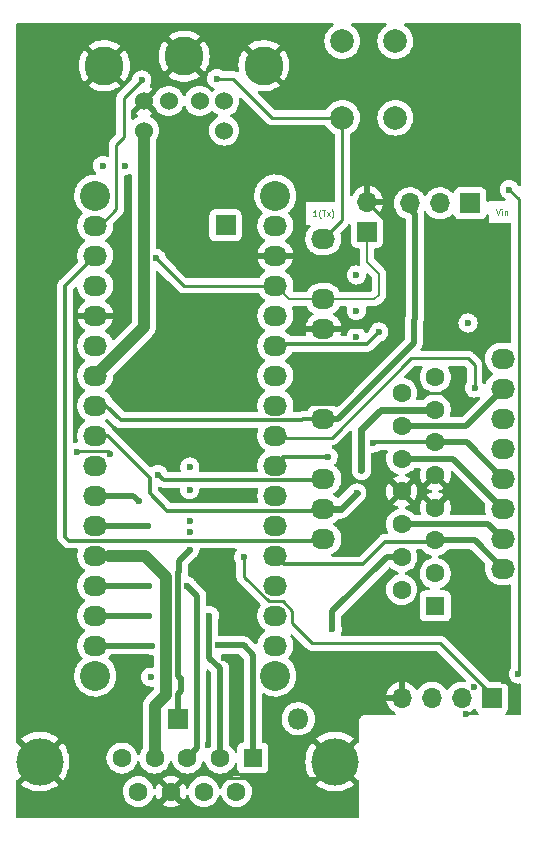
<source format=gbr>
%TF.GenerationSoftware,KiCad,Pcbnew,(6.0.2)*%
%TF.CreationDate,2024-03-24T20:04:16+01:00*%
%TF.ProjectId,amigaps2 revision1.5,616d6967-6170-4733-9220-726576697369,rev?*%
%TF.SameCoordinates,Original*%
%TF.FileFunction,Copper,L1,Top*%
%TF.FilePolarity,Positive*%
%FSLAX46Y46*%
G04 Gerber Fmt 4.6, Leading zero omitted, Abs format (unit mm)*
G04 Created by KiCad (PCBNEW (6.0.2)) date 2024-03-24 20:04:16*
%MOMM*%
%LPD*%
G01*
G04 APERTURE LIST*
%ADD10C,0.050000*%
%TA.AperFunction,NonConductor*%
%ADD11C,0.050000*%
%TD*%
%TA.AperFunction,ComponentPad*%
%ADD12O,2.032000X1.727200*%
%TD*%
%TA.AperFunction,ComponentPad*%
%ADD13C,2.540000*%
%TD*%
%TA.AperFunction,ComponentPad*%
%ADD14R,1.700000X1.700000*%
%TD*%
%TA.AperFunction,ComponentPad*%
%ADD15O,1.700000X1.700000*%
%TD*%
%TA.AperFunction,ComponentPad*%
%ADD16C,1.600000*%
%TD*%
%TA.AperFunction,ComponentPad*%
%ADD17C,4.000000*%
%TD*%
%TA.AperFunction,ComponentPad*%
%ADD18R,1.600000X1.600000*%
%TD*%
%TA.AperFunction,ComponentPad*%
%ADD19R,1.800000X1.800000*%
%TD*%
%TA.AperFunction,ComponentPad*%
%ADD20O,1.800000X1.800000*%
%TD*%
%TA.AperFunction,ComponentPad*%
%ADD21C,1.524000*%
%TD*%
%TA.AperFunction,ComponentPad*%
%ADD22C,3.300000*%
%TD*%
%TA.AperFunction,ComponentPad*%
%ADD23C,2.000000*%
%TD*%
%TA.AperFunction,ViaPad*%
%ADD24C,0.600000*%
%TD*%
%TA.AperFunction,Conductor*%
%ADD25C,0.250000*%
%TD*%
%TA.AperFunction,Conductor*%
%ADD26C,0.500000*%
%TD*%
%TA.AperFunction,Conductor*%
%ADD27C,0.300000*%
%TD*%
%TA.AperFunction,Conductor*%
%ADD28C,0.200000*%
%TD*%
%TA.AperFunction,Conductor*%
%ADD29C,1.000000*%
%TD*%
%TA.AperFunction,Conductor*%
%ADD30C,0.350000*%
%TD*%
%TA.AperFunction,Conductor*%
%ADD31C,0.600000*%
%TD*%
G04 APERTURE END LIST*
D10*
D11*
X173351095Y-69830190D02*
X173517761Y-70330190D01*
X173684428Y-69830190D01*
X173851095Y-70330190D02*
X173851095Y-69996857D01*
X173851095Y-69830190D02*
X173827285Y-69854000D01*
X173851095Y-69877809D01*
X173874904Y-69854000D01*
X173851095Y-69830190D01*
X173851095Y-69877809D01*
X174089190Y-69996857D02*
X174089190Y-70330190D01*
X174089190Y-70044476D02*
X174113000Y-70020666D01*
X174160619Y-69996857D01*
X174232047Y-69996857D01*
X174279666Y-70020666D01*
X174303476Y-70068285D01*
X174303476Y-70330190D01*
D10*
D11*
X158166666Y-70457190D02*
X157880952Y-70457190D01*
X158023809Y-70457190D02*
X158023809Y-69957190D01*
X157976190Y-70028619D01*
X157928571Y-70076238D01*
X157880952Y-70100047D01*
X158523809Y-70647666D02*
X158500000Y-70623857D01*
X158452380Y-70552428D01*
X158428571Y-70504809D01*
X158404761Y-70433380D01*
X158380952Y-70314333D01*
X158380952Y-70219095D01*
X158404761Y-70100047D01*
X158428571Y-70028619D01*
X158452380Y-69981000D01*
X158500000Y-69909571D01*
X158523809Y-69885761D01*
X158642857Y-69957190D02*
X158928571Y-69957190D01*
X158785714Y-70457190D02*
X158785714Y-69957190D01*
X159047619Y-70457190D02*
X159309523Y-70123857D01*
X159047619Y-70123857D02*
X159309523Y-70457190D01*
X159452380Y-70647666D02*
X159476190Y-70623857D01*
X159523809Y-70552428D01*
X159547619Y-70504809D01*
X159571428Y-70433380D01*
X159595238Y-70314333D01*
X159595238Y-70219095D01*
X159571428Y-70100047D01*
X159547619Y-70028619D01*
X159523809Y-69981000D01*
X159476190Y-69909571D01*
X159452380Y-69885761D01*
D12*
%TO.P,P1,1*%
%TO.N,/1(Tx)*%
X139446000Y-71247000D03*
%TO.P,P1,2*%
%TO.N,/0(Rx)*%
X139446000Y-73787000D03*
%TO.P,P1,3*%
%TO.N,/Reset*%
X139446000Y-76327000D03*
%TO.P,P1,4*%
%TO.N,GND*%
X139446000Y-78867000D03*
%TO.P,P1,5*%
%TO.N,/2*%
X139446000Y-81407000D03*
%TO.P,P1,6*%
%TO.N,/3(\u002A\u002A)*%
X139446000Y-83947000D03*
%TO.P,P1,7*%
%TO.N,/4*%
X139446000Y-86487000D03*
%TO.P,P1,9*%
%TO.N,/6(\u002A\u002A)*%
X139446000Y-91567000D03*
%TO.P,P1,10*%
%TO.N,/7*%
X139446000Y-94107000D03*
%TO.P,P1,11*%
%TO.N,/8*%
X139446000Y-96647000D03*
%TO.P,P1,12*%
%TO.N,/9(\u002A\u002A)*%
X139446000Y-99187000D03*
%TO.P,P1,13*%
%TO.N,/10(\u002A\u002A/SS)*%
X139446000Y-101727000D03*
%TO.P,P1,14*%
%TO.N,/11(\u002A\u002A/MOSI)*%
X139446000Y-104267000D03*
%TO.P,P1,15*%
%TO.N,/12(MISO)*%
X139446000Y-106807000D03*
%TO.P,P1,D5*%
%TO.N,5*%
X139446000Y-89027000D03*
%TD*%
%TO.P,P2,1*%
%TO.N,/Vin*%
X154686000Y-71247000D03*
%TO.P,P2,2*%
%TO.N,GND*%
X154686000Y-73787000D03*
%TO.P,P2,3*%
%TO.N,/Reset*%
X154686000Y-76327000D03*
%TO.P,P2,4*%
%TO.N,+5V*%
X154686000Y-78867000D03*
%TO.P,P2,5*%
%TO.N,/A7*%
X154686000Y-81407000D03*
%TO.P,P2,6*%
%TO.N,/A6*%
X154686000Y-83947000D03*
%TO.P,P2,7*%
%TO.N,/A5*%
X154686000Y-86487000D03*
%TO.P,P2,8*%
%TO.N,/A4*%
X154686000Y-89027000D03*
%TO.P,P2,9*%
%TO.N,/A3*%
X154686000Y-91567000D03*
%TO.P,P2,10*%
%TO.N,/A2*%
X154686000Y-94107000D03*
%TO.P,P2,11*%
%TO.N,/A1*%
X154686000Y-96647000D03*
%TO.P,P2,12*%
%TO.N,/A0*%
X154686000Y-99187000D03*
%TO.P,P2,13*%
%TO.N,/AREF*%
X154686000Y-101727000D03*
%TO.P,P2,14*%
%TO.N,+3V3*%
X154686000Y-104267000D03*
%TO.P,P2,15*%
%TO.N,/13(SCK)*%
X154686000Y-106807000D03*
%TD*%
D13*
%TO.P,P3,1*%
%TO.N,Net-(P3-Pad1)*%
X139446000Y-68707000D03*
%TD*%
%TO.P,P4,1*%
%TO.N,Net-(P4-Pad1)*%
X139446000Y-109347000D03*
%TD*%
%TO.P,P5,1*%
%TO.N,Net-(P5-Pad1)*%
X154686000Y-109347000D03*
%TD*%
%TO.P,P6,1*%
%TO.N,Net-(P6-Pad1)*%
X154686000Y-68707000D03*
%TD*%
D12*
%TO.P,,A1*%
%TO.N,/A1*%
X173959507Y-97770000D03*
%TD*%
%TO.P,,A6*%
%TO.N,/A6*%
X173959507Y-85070000D03*
%TD*%
D14*
%TO.P,REF\u002A\u002A,1*%
%TO.N,/Reset*%
X162458400Y-71780400D03*
D15*
%TO.P,REF\u002A\u002A,2*%
%TO.N,GND*%
X162458400Y-69240400D03*
%TD*%
D16*
%TO.P,,12*%
%TO.N,GND*%
X165384200Y-93759200D03*
%TD*%
D12*
%TO.P,,A2*%
%TO.N,/A2*%
X173959507Y-95230000D03*
%TD*%
%TO.P,,3*%
%TO.N,GND*%
X158750000Y-80010000D03*
%TD*%
D16*
%TO.P,,X2*%
%TO.N,/A1*%
X165384200Y-96529200D03*
%TD*%
D12*
%TO.P,,A0*%
%TO.N,/A0*%
X173959507Y-100310000D03*
%TD*%
%TO.P,,A4*%
%TO.N,/A4*%
X173959507Y-90150000D03*
%TD*%
%TO.P,,A5*%
%TO.N,/A5*%
X173959507Y-87610000D03*
%TD*%
D16*
%TO.P,,9*%
%TO.N,+5V*%
X165384200Y-102069200D03*
%TD*%
D14*
%TO.P,CONFIG,1*%
%TO.N,/A7*%
X171181000Y-69367000D03*
D15*
%TO.P,CONFIG,2*%
%TO.N,+5V*%
X168641000Y-69367000D03*
%TO.P,CONFIG,3*%
%TO.N,/4*%
X166101000Y-69367000D03*
%TD*%
D16*
%TO.P,,Y1*%
%TO.N,/A3*%
X168224200Y-89604200D03*
%TD*%
D12*
%TO.P,,4*%
%TO.N,/4*%
X158750000Y-87630000D03*
%TD*%
D17*
%TO.P,Female DSUB9 connector,0*%
%TO.N,GND*%
X134741000Y-116632000D03*
X159741000Y-116632000D03*
D16*
%TO.P,Female DSUB9 connector,7*%
%TO.N,N/C*%
X148626000Y-119172000D03*
%TO.P,Female DSUB9 connector,8*%
%TO.N,GND*%
X145856000Y-119172000D03*
%TO.P,Female DSUB9 connector,HPulse*%
%TO.N,/11(\u002A\u002A/MOSI)*%
X150011000Y-116332000D03*
%TO.P,Female DSUB9 connector,HQPulse*%
%TO.N,/9(\u002A\u002A)*%
X144471000Y-116332000D03*
%TO.P,Female DSUB9 connector,LMB*%
%TO.N,/8*%
X151396000Y-119172000D03*
%TO.P,Female DSUB9 connector,MMB*%
%TO.N,/6(\u002A\u002A)*%
X141701000Y-116332000D03*
%TO.P,Female DSUB9 connector,RMB*%
%TO.N,/7*%
X143086000Y-119172000D03*
D18*
%TO.P,Female DSUB9 connector,VPulse*%
%TO.N,/12(MISO)*%
X152781000Y-116332000D03*
D16*
%TO.P,Female DSUB9 connector,VQPulse*%
%TO.N,/10(\u002A\u002A/SS)*%
X147241000Y-116332000D03*
%TD*%
D19*
%TO.P,DIODE,1*%
%TO.N,+5V*%
X146470000Y-113010000D03*
D20*
%TO.P,DIODE,2*%
%TO.N,N/C*%
X156630000Y-113010000D03*
%TD*%
D12*
%TO.P,,7*%
%TO.N,5*%
X158750000Y-95250000D03*
%TD*%
D16*
%TO.P,,4*%
%TO.N,GND*%
X168224200Y-95144200D03*
%TD*%
%TO.P,,8*%
%TO.N,+5V*%
X168224200Y-84064200D03*
%TD*%
D21*
%TO.P,J1,3*%
%TO.N,GND*%
X143568000Y-60706000D03*
%TO.P,J1,4*%
%TO.N,+5V*%
X150368000Y-60706000D03*
D22*
%TO.P,J1,7*%
%TO.N,GND*%
X146968000Y-56906000D03*
X140218000Y-57706000D03*
X153718000Y-57706000D03*
D21*
%TO.P,J1,CLK*%
%TO.N,/3(\u002A\u002A)*%
X143568000Y-63206000D03*
%TO.P,J1,CLK2*%
%TO.N,N/C*%
X150368000Y-63206000D03*
%TO.P,J1,DATA*%
%TO.N,/2*%
X145668000Y-60706000D03*
%TO.P,J1,DATA2*%
%TO.N,N/C*%
X148268000Y-60706000D03*
%TD*%
D18*
%TO.P,,1*%
%TO.N,+5V*%
X168224200Y-103454200D03*
%TD*%
D14*
%TO.P,REF\u002A\u002A,1*%
%TO.N,/A4*%
X173024800Y-111252000D03*
D15*
%TO.P,REF\u002A\u002A,2*%
%TO.N,/A5*%
X170484800Y-111252000D03*
%TO.P,REF\u002A\u002A,3*%
%TO.N,+5V*%
X167944800Y-111252000D03*
%TO.P,REF\u002A\u002A,4*%
%TO.N,GND*%
X165404800Y-111252000D03*
%TD*%
D12*
%TO.P,,Reset*%
%TO.N,/Reset*%
X158750000Y-77470000D03*
%TD*%
D16*
%TO.P,,Y2*%
%TO.N,/A2*%
X165384200Y-90989200D03*
%TD*%
D12*
%TO.P,,A7*%
%TO.N,/A7*%
X173959507Y-82530000D03*
%TD*%
D16*
%TO.P,,2*%
%TO.N,/0(Rx)*%
X168224200Y-100684200D03*
%TD*%
D12*
%TO.P,,A3*%
%TO.N,/A3*%
X173959507Y-92690000D03*
%TD*%
%TO.P,,8*%
%TO.N,/0(Rx)*%
X158750000Y-97790000D03*
%TD*%
D16*
%TO.P,,X1*%
%TO.N,/A0*%
X168224200Y-97914200D03*
%TD*%
D23*
%TO.P,MouseDPI,1*%
%TO.N,+5V*%
X164846000Y-62126000D03*
%TO.N,N/C*%
X164846000Y-55626000D03*
%TO.P,MouseDPI,2*%
%TO.N,/1(Tx)*%
X160346000Y-62126000D03*
%TO.N,N/C*%
X160346000Y-55626000D03*
%TD*%
D14*
%TO.P,REF\u002A\u002A,1*%
%TO.N,+5V*%
X150469600Y-71221600D03*
%TD*%
D16*
%TO.P,,10*%
%TO.N,/13(SCK)*%
X165384200Y-99299200D03*
%TD*%
%TO.P,,15*%
%TO.N,N/C*%
X165384200Y-85449200D03*
%TD*%
D12*
%TO.P,,1(Tx)*%
%TO.N,/1(Tx)*%
X158750000Y-72390000D03*
%TD*%
%TO.P,,6*%
%TO.N,/6(\u002A\u002A)*%
X158750000Y-92710000D03*
%TD*%
D16*
%TO.P,,7*%
%TO.N,5*%
X168224200Y-86834200D03*
%TD*%
%TO.P,,14*%
%TO.N,/A6*%
X165384200Y-88219200D03*
%TD*%
%TO.P,,5*%
%TO.N,GND*%
X168224200Y-92374200D03*
%TD*%
D24*
%TO.N,GND*%
X169200000Y-85360000D03*
X170040000Y-84520000D03*
X166430000Y-84020000D03*
X167190000Y-85420000D03*
%TO.N,/13(SCK)*%
X159510000Y-105390000D03*
%TO.N,/1(Tx)*%
X143383000Y-58928000D03*
X149733000Y-58801000D03*
%TO.N,/Reset*%
X144600000Y-74000000D03*
%TO.N,GND*%
X162560000Y-111760000D03*
X149200000Y-94200000D03*
X162600000Y-108600000D03*
X171484300Y-110337745D03*
X157480000Y-86360000D03*
X161671000Y-95504000D03*
X149987000Y-117983000D03*
X148779685Y-117379685D03*
X148350000Y-74850000D03*
X153035000Y-117983000D03*
X162179000Y-97282000D03*
X150495000Y-105283000D03*
X174050000Y-75200000D03*
X148350000Y-79750000D03*
X161290000Y-99060000D03*
X145950000Y-93750000D03*
X161290000Y-82550000D03*
X152146000Y-105283000D03*
X170797810Y-112600000D03*
X149300000Y-90600000D03*
X145950000Y-89600000D03*
X150450000Y-74850000D03*
X148971000Y-115189000D03*
X174015400Y-109829600D03*
X173900000Y-78550000D03*
X150300000Y-107900000D03*
%TO.N,/6(\u002A\u002A)*%
X144780000Y-92329000D03*
%TO.N,5*%
X161582100Y-93891100D03*
X161979781Y-91982878D03*
%TO.N,/7*%
X143120000Y-94560000D03*
%TO.N,/8*%
X143891000Y-96647000D03*
%TO.N,/10(\u002A\u002A/SS)*%
X144018000Y-101727000D03*
X147193000Y-101727000D03*
%TO.N,+5V*%
X137922000Y-90424000D03*
X144145000Y-109474000D03*
X174498000Y-68199000D03*
X140081000Y-66167000D03*
X146500000Y-100500000D03*
X147447000Y-91694000D03*
X147447000Y-96266000D03*
X161544000Y-80645000D03*
X161544000Y-78460600D03*
X147447000Y-98679000D03*
X146685000Y-109601000D03*
X147447000Y-97200000D03*
X141986000Y-66167000D03*
X140716000Y-90551000D03*
X147447000Y-93599000D03*
X161544000Y-75438000D03*
X175260000Y-109220000D03*
%TO.N,/A7*%
X163449000Y-80264000D03*
X171000000Y-79500000D03*
%TO.N,/A4*%
X171550000Y-85000000D03*
X152019000Y-99314000D03*
%TO.N,/A3*%
X159160000Y-90810000D03*
X162941000Y-89662000D03*
%TO.N,/11(\u002A\u002A/MOSI)*%
X149098000Y-104267000D03*
X144018000Y-104267000D03*
%TO.N,/12(MISO)*%
X149847500Y-106800000D03*
X144272000Y-106807000D03*
%TD*%
D25*
%TO.N,GND*%
X169200000Y-85360000D02*
X170040000Y-84520000D01*
X169140000Y-85420000D02*
X169200000Y-85360000D01*
X167190000Y-85420000D02*
X169140000Y-85420000D01*
D26*
%TO.N,+5V*%
X146685000Y-110685000D02*
X146685000Y-109601000D01*
X146460000Y-110910000D02*
X146685000Y-110685000D01*
D25*
X146460000Y-113128000D02*
X146460000Y-113020000D01*
D26*
X146460000Y-113020000D02*
X146460000Y-110910000D01*
D25*
X146431000Y-113157000D02*
X146460000Y-113128000D01*
D26*
%TO.N,/7*%
X142667000Y-94107000D02*
X139446000Y-94107000D01*
X143120000Y-94560000D02*
X142667000Y-94107000D01*
%TO.N,/13(SCK)*%
X164130800Y-99299200D02*
X165384200Y-99299200D01*
X159510000Y-105390000D02*
X159510000Y-103920000D01*
X159510000Y-103920000D02*
X164130800Y-99299200D01*
D27*
%TO.N,/A0*%
X155439000Y-99940000D02*
X154686000Y-99187000D01*
X167997924Y-98000000D02*
X164010000Y-98000000D01*
X164010000Y-98000000D02*
X162070000Y-99940000D01*
X162070000Y-99940000D02*
X155439000Y-99940000D01*
X168224200Y-98226276D02*
X167997924Y-98000000D01*
%TO.N,5*%
X140497000Y-89027000D02*
X139446000Y-89027000D01*
X144080000Y-93915000D02*
X144080000Y-92610000D01*
X158623000Y-95377000D02*
X145542000Y-95377000D01*
X145542000Y-95377000D02*
X144080000Y-93915000D01*
X144080000Y-92610000D02*
X140497000Y-89027000D01*
X158750000Y-95250000D02*
X158623000Y-95377000D01*
%TO.N,/0(Rx)*%
X136880000Y-76353000D02*
X139446000Y-73787000D01*
X136880000Y-97590000D02*
X136880000Y-76353000D01*
X137207000Y-97917000D02*
X136880000Y-97590000D01*
X158623000Y-97917000D02*
X137207000Y-97917000D01*
X158750000Y-97790000D02*
X158623000Y-97917000D01*
D25*
%TO.N,/1(Tx)*%
X160346000Y-70794000D02*
X158750000Y-72390000D01*
X151091000Y-58801000D02*
X149733000Y-58801000D01*
X160346000Y-62126000D02*
X154416000Y-62126000D01*
X141224000Y-64389000D02*
X141224000Y-69876000D01*
X154416000Y-62126000D02*
X151091000Y-58801000D01*
X141224000Y-69876000D02*
X139853000Y-71247000D01*
X143383000Y-58928000D02*
X141859000Y-60452000D01*
X139853000Y-71247000D02*
X139446000Y-71247000D01*
X160346000Y-62126000D02*
X160346000Y-70794000D01*
X141859000Y-60452000D02*
X141859000Y-63754000D01*
X141859000Y-63754000D02*
X141224000Y-64389000D01*
D28*
%TO.N,/Reset*%
X155829000Y-77470000D02*
X154686000Y-76327000D01*
X163449000Y-77089000D02*
X163068000Y-77470000D01*
X163068000Y-77470000D02*
X158750000Y-77470000D01*
X158750000Y-77470000D02*
X155829000Y-77470000D01*
D25*
X154686000Y-76327000D02*
X146927000Y-76327000D01*
D28*
X162458400Y-71780400D02*
X162458400Y-74320400D01*
D25*
X146927000Y-76327000D02*
X144600000Y-74000000D01*
D28*
X163449000Y-75311000D02*
X163449000Y-77089000D01*
X162458400Y-74320400D02*
X163449000Y-75311000D01*
D25*
%TO.N,GND*%
X162179000Y-98171000D02*
X161290000Y-99060000D01*
X162458400Y-69240400D02*
X164338000Y-71120000D01*
X158390000Y-117983000D02*
X159741000Y-116632000D01*
X161671000Y-96774000D02*
X161671000Y-95504000D01*
X163068000Y-111252000D02*
X165404800Y-111252000D01*
X161290000Y-82550000D02*
X161290000Y-85090000D01*
X164338000Y-71120000D02*
X164338000Y-77978000D01*
X162179000Y-97282000D02*
X162179000Y-98171000D01*
X162560000Y-111760000D02*
X163068000Y-111252000D01*
X164338000Y-77978000D02*
X162498711Y-79817289D01*
X160020000Y-86360000D02*
X157480000Y-86360000D01*
X158942711Y-79817289D02*
X158750000Y-80010000D01*
X149987000Y-117983000D02*
X153035000Y-117983000D01*
X162179000Y-97282000D02*
X161671000Y-96774000D01*
X153035000Y-117983000D02*
X158390000Y-117983000D01*
D26*
X152146000Y-105283000D02*
X150495000Y-105283000D01*
D25*
X162600000Y-108600000D02*
X162560000Y-108640000D01*
X162560000Y-108640000D02*
X162560000Y-111760000D01*
X162498711Y-79817289D02*
X158942711Y-79817289D01*
X161290000Y-85090000D02*
X160020000Y-86360000D01*
D29*
%TO.N,/3(\u002A\u002A)*%
X143568000Y-63206000D02*
X143568000Y-79825000D01*
X143568000Y-79825000D02*
X139446000Y-83947000D01*
D30*
%TO.N,/4*%
X158750000Y-87630000D02*
X157030000Y-87630000D01*
D26*
X166400000Y-79218000D02*
X166400000Y-81200000D01*
D30*
X157030000Y-87630000D02*
X156934880Y-87725120D01*
D26*
X166497000Y-79121000D02*
X166400000Y-79218000D01*
X166400000Y-81200000D02*
X159970000Y-87630000D01*
D30*
X156934880Y-87725120D02*
X141625120Y-87725120D01*
D26*
X165912800Y-69672200D02*
X166497000Y-70256400D01*
X159970000Y-87630000D02*
X158750000Y-87630000D01*
X166497000Y-70256400D02*
X166497000Y-79121000D01*
D30*
X141625120Y-87725120D02*
X140387000Y-86487000D01*
X140387000Y-86487000D02*
X139446000Y-86487000D01*
D27*
%TO.N,/6(\u002A\u002A)*%
X145231120Y-92780120D02*
X144780000Y-92329000D01*
X158679880Y-92780120D02*
X145231120Y-92780120D01*
X158750000Y-92710000D02*
X158679880Y-92780120D01*
D31*
%TO.N,5*%
X160223200Y-95250000D02*
X158750000Y-95250000D01*
X161979781Y-91982878D02*
X161975800Y-91978897D01*
X161975800Y-91978897D02*
X161975800Y-88468200D01*
X163609800Y-86834200D02*
X168224200Y-86834200D01*
X161975800Y-88468200D02*
X163609800Y-86834200D01*
X161582100Y-93891100D02*
X160223200Y-95250000D01*
D26*
%TO.N,/8*%
X143891000Y-96647000D02*
X139446000Y-96647000D01*
D25*
%TO.N,/9(\u002A\u002A)*%
X140589000Y-99187000D02*
X139446000Y-99187000D01*
D29*
X144471000Y-111917978D02*
X145415000Y-110973978D01*
X144471000Y-116332000D02*
X144471000Y-111917978D01*
X143637000Y-99187000D02*
X140589000Y-99187000D01*
X145415000Y-100965000D02*
X143637000Y-99187000D01*
X145415000Y-110973978D02*
X145415000Y-100965000D01*
D26*
%TO.N,/10(\u002A\u002A/SS)*%
X148082000Y-115491000D02*
X148082000Y-102616000D01*
X148082000Y-102616000D02*
X147193000Y-101727000D01*
X147241000Y-116332000D02*
X148082000Y-115491000D01*
X144018000Y-101727000D02*
X139446000Y-101727000D01*
D25*
%TO.N,+5V*%
X137967120Y-90378880D02*
X140543880Y-90378880D01*
D26*
X146443489Y-109359489D02*
X146443489Y-100556511D01*
X146443489Y-100556511D02*
X146500000Y-100500000D01*
D25*
X175300027Y-109179973D02*
X175300027Y-69001027D01*
D26*
X146500000Y-100500000D02*
X146500000Y-99626000D01*
D25*
X140543880Y-90378880D02*
X140716000Y-90551000D01*
X137922000Y-90424000D02*
X137967120Y-90378880D01*
D26*
X146500000Y-99626000D02*
X147447000Y-98679000D01*
D25*
X175260000Y-109220000D02*
X175300027Y-109179973D01*
X175300027Y-69001027D02*
X174498000Y-68199000D01*
D26*
X146685000Y-109601000D02*
X146443489Y-109359489D01*
D27*
%TO.N,/A7*%
X161274963Y-81294511D02*
X161260452Y-81280000D01*
X162433000Y-81280000D02*
X161827548Y-81280000D01*
X161260452Y-81280000D02*
X154813000Y-81280000D01*
X163449000Y-80264000D02*
X162433000Y-81280000D01*
X161813037Y-81294511D02*
X161274963Y-81294511D01*
X161827548Y-81280000D02*
X161813037Y-81294511D01*
D25*
X154813000Y-81280000D02*
X154686000Y-81407000D01*
D26*
%TO.N,/A6*%
X165384200Y-88219200D02*
X170810307Y-88219200D01*
X170810307Y-88219200D02*
X173959507Y-85070000D01*
D25*
%TO.N,/A4*%
X156100000Y-104919000D02*
X156100000Y-103848345D01*
X156100000Y-103848345D02*
X155330535Y-103078880D01*
X159500000Y-89200000D02*
X154859000Y-89200000D01*
X171000000Y-82500000D02*
X166200000Y-82500000D01*
X157779120Y-106598120D02*
X156100000Y-104919000D01*
X154132880Y-103078880D02*
X152019000Y-100965000D01*
X152019000Y-100965000D02*
X152019000Y-99314000D01*
X166200000Y-82500000D02*
X159500000Y-89200000D01*
X154859000Y-89200000D02*
X154686000Y-89027000D01*
X171550000Y-85000000D02*
X171550000Y-83050000D01*
X173024800Y-111252000D02*
X173024800Y-110995052D01*
X173024800Y-110995052D02*
X168627868Y-106598120D01*
X168627868Y-106598120D02*
X157779120Y-106598120D01*
X155330535Y-103078880D02*
X154132880Y-103078880D01*
X171550000Y-83050000D02*
X171000000Y-82500000D01*
D26*
%TO.N,/A3*%
X168224200Y-89604200D02*
X170873707Y-89604200D01*
D27*
X159160000Y-90810000D02*
X159090000Y-90880000D01*
D26*
X170873707Y-89604200D02*
X173959507Y-92690000D01*
D27*
X168224200Y-89604200D02*
X165235489Y-89604200D01*
X155373000Y-90880000D02*
X154686000Y-91567000D01*
X159090000Y-90880000D02*
X155373000Y-90880000D01*
X165235489Y-89604200D02*
X162998800Y-89604200D01*
X162998800Y-89604200D02*
X162941000Y-89662000D01*
D26*
%TO.N,/A2*%
X169718707Y-90989200D02*
X165384200Y-90989200D01*
X169718707Y-90989200D02*
X173959507Y-95230000D01*
%TO.N,/A1*%
X172718707Y-96529200D02*
X173959507Y-97770000D01*
X165384200Y-96529200D02*
X172718707Y-96529200D01*
%TO.N,/A0*%
X171563707Y-97914200D02*
X173959507Y-100310000D01*
X168224200Y-97914200D02*
X171563707Y-97914200D01*
X168224200Y-97914200D02*
X168224200Y-98226276D01*
%TO.N,/11(\u002A\u002A/MOSI)*%
X149098000Y-107823000D02*
X149098000Y-104267000D01*
X150011000Y-116332000D02*
X150011000Y-108736000D01*
X144018000Y-104267000D02*
X139446000Y-104267000D01*
X150011000Y-108736000D02*
X149098000Y-107823000D01*
%TO.N,/12(MISO)*%
X149847500Y-106800000D02*
X152012000Y-106800000D01*
X152012000Y-106800000D02*
X152781000Y-107569000D01*
X152781000Y-107569000D02*
X152781000Y-116332000D01*
X144272000Y-106807000D02*
X139446000Y-106807000D01*
%TD*%
%TA.AperFunction,Conductor*%
%TO.N,GND*%
G36*
X159567210Y-54122002D02*
G01*
X159613703Y-54175658D01*
X159623807Y-54245932D01*
X159594313Y-54310512D01*
X159564925Y-54335432D01*
X159456584Y-54401824D01*
X159276031Y-54556031D01*
X159121824Y-54736584D01*
X159119245Y-54740792D01*
X159119241Y-54740798D01*
X159000346Y-54934817D01*
X158997760Y-54939037D01*
X158995867Y-54943607D01*
X158995865Y-54943611D01*
X158914268Y-55140605D01*
X158906895Y-55158406D01*
X158851465Y-55389289D01*
X158832835Y-55626000D01*
X158851465Y-55862711D01*
X158852619Y-55867518D01*
X158852620Y-55867524D01*
X158886927Y-56010422D01*
X158906895Y-56093594D01*
X158908788Y-56098165D01*
X158908789Y-56098167D01*
X158991769Y-56298499D01*
X158997760Y-56312963D01*
X159000346Y-56317183D01*
X159119241Y-56511202D01*
X159119245Y-56511208D01*
X159121824Y-56515416D01*
X159276031Y-56695969D01*
X159456584Y-56850176D01*
X159460792Y-56852755D01*
X159460798Y-56852759D01*
X159625623Y-56953764D01*
X159659037Y-56974240D01*
X159663607Y-56976133D01*
X159663611Y-56976135D01*
X159873833Y-57063211D01*
X159878406Y-57065105D01*
X159958609Y-57084360D01*
X160104476Y-57119380D01*
X160104482Y-57119381D01*
X160109289Y-57120535D01*
X160346000Y-57139165D01*
X160582711Y-57120535D01*
X160587518Y-57119381D01*
X160587524Y-57119380D01*
X160733391Y-57084360D01*
X160813594Y-57065105D01*
X160818167Y-57063211D01*
X161028389Y-56976135D01*
X161028393Y-56976133D01*
X161032963Y-56974240D01*
X161066377Y-56953764D01*
X161231202Y-56852759D01*
X161231208Y-56852755D01*
X161235416Y-56850176D01*
X161415969Y-56695969D01*
X161570176Y-56515416D01*
X161572755Y-56511208D01*
X161572759Y-56511202D01*
X161691654Y-56317183D01*
X161694240Y-56312963D01*
X161700232Y-56298499D01*
X161783211Y-56098167D01*
X161783212Y-56098165D01*
X161785105Y-56093594D01*
X161805073Y-56010422D01*
X161839380Y-55867524D01*
X161839381Y-55867518D01*
X161840535Y-55862711D01*
X161859165Y-55626000D01*
X161840535Y-55389289D01*
X161785105Y-55158406D01*
X161777732Y-55140605D01*
X161696135Y-54943611D01*
X161696133Y-54943607D01*
X161694240Y-54939037D01*
X161691654Y-54934817D01*
X161572759Y-54740798D01*
X161572755Y-54740792D01*
X161570176Y-54736584D01*
X161415969Y-54556031D01*
X161235416Y-54401824D01*
X161127076Y-54335433D01*
X161079445Y-54282785D01*
X161067838Y-54212744D01*
X161095941Y-54147546D01*
X161154832Y-54107892D01*
X161192911Y-54102000D01*
X163999089Y-54102000D01*
X164067210Y-54122002D01*
X164113703Y-54175658D01*
X164123807Y-54245932D01*
X164094313Y-54310512D01*
X164064925Y-54335432D01*
X163956584Y-54401824D01*
X163776031Y-54556031D01*
X163621824Y-54736584D01*
X163619245Y-54740792D01*
X163619241Y-54740798D01*
X163500346Y-54934817D01*
X163497760Y-54939037D01*
X163495867Y-54943607D01*
X163495865Y-54943611D01*
X163414268Y-55140605D01*
X163406895Y-55158406D01*
X163351465Y-55389289D01*
X163332835Y-55626000D01*
X163351465Y-55862711D01*
X163352619Y-55867518D01*
X163352620Y-55867524D01*
X163386927Y-56010422D01*
X163406895Y-56093594D01*
X163408788Y-56098165D01*
X163408789Y-56098167D01*
X163491769Y-56298499D01*
X163497760Y-56312963D01*
X163500346Y-56317183D01*
X163619241Y-56511202D01*
X163619245Y-56511208D01*
X163621824Y-56515416D01*
X163776031Y-56695969D01*
X163956584Y-56850176D01*
X163960792Y-56852755D01*
X163960798Y-56852759D01*
X164125623Y-56953764D01*
X164159037Y-56974240D01*
X164163607Y-56976133D01*
X164163611Y-56976135D01*
X164373833Y-57063211D01*
X164378406Y-57065105D01*
X164458609Y-57084360D01*
X164604476Y-57119380D01*
X164604482Y-57119381D01*
X164609289Y-57120535D01*
X164846000Y-57139165D01*
X165082711Y-57120535D01*
X165087518Y-57119381D01*
X165087524Y-57119380D01*
X165233391Y-57084360D01*
X165313594Y-57065105D01*
X165318167Y-57063211D01*
X165528389Y-56976135D01*
X165528393Y-56976133D01*
X165532963Y-56974240D01*
X165566377Y-56953764D01*
X165731202Y-56852759D01*
X165731208Y-56852755D01*
X165735416Y-56850176D01*
X165915969Y-56695969D01*
X166070176Y-56515416D01*
X166072755Y-56511208D01*
X166072759Y-56511202D01*
X166191654Y-56317183D01*
X166194240Y-56312963D01*
X166200232Y-56298499D01*
X166283211Y-56098167D01*
X166283212Y-56098165D01*
X166285105Y-56093594D01*
X166305073Y-56010422D01*
X166339380Y-55867524D01*
X166339381Y-55867518D01*
X166340535Y-55862711D01*
X166359165Y-55626000D01*
X166340535Y-55389289D01*
X166285105Y-55158406D01*
X166277732Y-55140605D01*
X166196135Y-54943611D01*
X166196133Y-54943607D01*
X166194240Y-54939037D01*
X166191654Y-54934817D01*
X166072759Y-54740798D01*
X166072755Y-54740792D01*
X166070176Y-54736584D01*
X165915969Y-54556031D01*
X165735416Y-54401824D01*
X165627076Y-54335433D01*
X165579445Y-54282785D01*
X165567838Y-54212744D01*
X165595941Y-54147546D01*
X165654832Y-54107892D01*
X165692911Y-54102000D01*
X175334306Y-54102000D01*
X175402427Y-54122002D01*
X175448920Y-54175658D01*
X175460306Y-54227875D01*
X175465868Y-59815732D01*
X175473722Y-67706019D01*
X175473815Y-67799789D01*
X175453881Y-67867929D01*
X175400271Y-67914475D01*
X175330007Y-67924649D01*
X175265397Y-67895221D01*
X175234184Y-67854357D01*
X175234063Y-67854105D01*
X175231745Y-67847448D01*
X175135626Y-67693624D01*
X175121941Y-67679843D01*
X175012778Y-67569915D01*
X175012774Y-67569912D01*
X175007815Y-67564918D01*
X174996697Y-67557862D01*
X174948538Y-67527300D01*
X174854666Y-67467727D01*
X174825463Y-67457328D01*
X174690425Y-67409243D01*
X174690420Y-67409242D01*
X174683790Y-67406881D01*
X174676802Y-67406048D01*
X174676799Y-67406047D01*
X174553698Y-67391368D01*
X174503680Y-67385404D01*
X174496677Y-67386140D01*
X174496676Y-67386140D01*
X174330288Y-67403628D01*
X174330286Y-67403629D01*
X174323288Y-67404364D01*
X174151579Y-67462818D01*
X174145575Y-67466512D01*
X174003095Y-67554166D01*
X174003092Y-67554168D01*
X173997088Y-67557862D01*
X173992053Y-67562793D01*
X173992050Y-67562795D01*
X173877147Y-67675317D01*
X173867493Y-67684771D01*
X173769235Y-67837238D01*
X173766826Y-67843858D01*
X173766824Y-67843861D01*
X173730543Y-67943542D01*
X173707197Y-68007685D01*
X173684463Y-68187640D01*
X173702163Y-68368160D01*
X173759418Y-68540273D01*
X173763065Y-68546295D01*
X173763066Y-68546297D01*
X173849210Y-68688538D01*
X173853380Y-68695424D01*
X173858269Y-68700487D01*
X173858270Y-68700488D01*
X173892310Y-68735737D01*
X173979382Y-68825902D01*
X174129830Y-68924352D01*
X174130160Y-68924568D01*
X174176208Y-68978605D01*
X174185732Y-69048960D01*
X174155708Y-69113295D01*
X174095667Y-69151185D01*
X174061167Y-69156000D01*
X172770476Y-69156000D01*
X172770476Y-69163794D01*
X172760725Y-69175047D01*
X172700998Y-69213431D01*
X172630002Y-69213431D01*
X172570276Y-69175048D01*
X172540783Y-69110467D01*
X172539500Y-69092535D01*
X172539500Y-68468866D01*
X172532745Y-68406684D01*
X172481615Y-68270295D01*
X172394261Y-68153739D01*
X172277705Y-68066385D01*
X172141316Y-68015255D01*
X172079134Y-68008500D01*
X170282866Y-68008500D01*
X170220684Y-68015255D01*
X170084295Y-68066385D01*
X169967739Y-68153739D01*
X169880385Y-68270295D01*
X169877233Y-68278703D01*
X169835919Y-68388907D01*
X169793277Y-68445671D01*
X169726716Y-68470371D01*
X169657367Y-68455163D01*
X169624743Y-68429476D01*
X169574151Y-68373875D01*
X169574142Y-68373866D01*
X169570670Y-68370051D01*
X169566619Y-68366852D01*
X169566615Y-68366848D01*
X169399414Y-68234800D01*
X169399410Y-68234798D01*
X169395359Y-68231598D01*
X169199789Y-68123638D01*
X169194920Y-68121914D01*
X169194916Y-68121912D01*
X168994087Y-68050795D01*
X168994083Y-68050794D01*
X168989212Y-68049069D01*
X168984119Y-68048162D01*
X168984116Y-68048161D01*
X168774373Y-68010800D01*
X168774367Y-68010799D01*
X168769284Y-68009894D01*
X168695452Y-68008992D01*
X168551081Y-68007228D01*
X168551079Y-68007228D01*
X168545911Y-68007165D01*
X168325091Y-68040955D01*
X168112756Y-68110357D01*
X168082443Y-68126137D01*
X167959541Y-68190116D01*
X167914607Y-68213507D01*
X167910474Y-68216610D01*
X167910471Y-68216612D01*
X167740100Y-68344530D01*
X167735965Y-68347635D01*
X167705880Y-68379117D01*
X167642280Y-68445671D01*
X167581629Y-68509138D01*
X167474201Y-68666621D01*
X167419293Y-68711621D01*
X167348768Y-68719792D01*
X167285021Y-68688538D01*
X167264324Y-68664054D01*
X167183822Y-68539617D01*
X167183820Y-68539614D01*
X167181014Y-68535277D01*
X167030670Y-68370051D01*
X167026619Y-68366852D01*
X167026615Y-68366848D01*
X166859414Y-68234800D01*
X166859410Y-68234798D01*
X166855359Y-68231598D01*
X166659789Y-68123638D01*
X166654920Y-68121914D01*
X166654916Y-68121912D01*
X166454087Y-68050795D01*
X166454083Y-68050794D01*
X166449212Y-68049069D01*
X166444119Y-68048162D01*
X166444116Y-68048161D01*
X166234373Y-68010800D01*
X166234367Y-68010799D01*
X166229284Y-68009894D01*
X166155452Y-68008992D01*
X166011081Y-68007228D01*
X166011079Y-68007228D01*
X166005911Y-68007165D01*
X165785091Y-68040955D01*
X165572756Y-68110357D01*
X165542443Y-68126137D01*
X165419541Y-68190116D01*
X165374607Y-68213507D01*
X165370474Y-68216610D01*
X165370471Y-68216612D01*
X165200100Y-68344530D01*
X165195965Y-68347635D01*
X165165880Y-68379117D01*
X165102280Y-68445671D01*
X165041629Y-68509138D01*
X164915743Y-68693680D01*
X164821688Y-68896305D01*
X164761989Y-69111570D01*
X164738251Y-69333695D01*
X164738548Y-69338848D01*
X164738548Y-69338851D01*
X164750812Y-69551547D01*
X164751110Y-69556715D01*
X164752247Y-69561761D01*
X164752248Y-69561767D01*
X164774645Y-69661147D01*
X164800222Y-69774639D01*
X164861625Y-69925858D01*
X164876996Y-69963711D01*
X164884266Y-69981616D01*
X164928712Y-70054145D01*
X164989234Y-70152908D01*
X165000987Y-70172088D01*
X165147250Y-70340938D01*
X165319126Y-70483632D01*
X165512000Y-70596338D01*
X165516825Y-70598180D01*
X165516826Y-70598181D01*
X165657449Y-70651880D01*
X165713952Y-70694868D01*
X165738245Y-70761579D01*
X165738500Y-70769590D01*
X165738500Y-78813899D01*
X165726648Y-78867248D01*
X165719358Y-78882846D01*
X165717427Y-78886798D01*
X165684231Y-78951808D01*
X165682492Y-78958916D01*
X165680393Y-78964559D01*
X165678476Y-78970322D01*
X165675378Y-78976950D01*
X165664450Y-79029491D01*
X165660514Y-79048412D01*
X165659544Y-79052696D01*
X165642192Y-79123610D01*
X165641500Y-79134764D01*
X165641464Y-79134762D01*
X165641225Y-79138755D01*
X165640851Y-79142947D01*
X165639360Y-79150115D01*
X165640572Y-79194907D01*
X165641454Y-79227521D01*
X165641500Y-79230928D01*
X165641500Y-80833629D01*
X165621498Y-80901750D01*
X165604595Y-80922724D01*
X159955304Y-86572015D01*
X159892992Y-86606041D01*
X159822177Y-86600976D01*
X159786319Y-86580355D01*
X159686503Y-86498512D01*
X159686504Y-86498512D01*
X159682376Y-86495128D01*
X159677740Y-86492489D01*
X159677737Y-86492487D01*
X159484654Y-86382578D01*
X159480011Y-86379935D01*
X159474995Y-86378114D01*
X159474990Y-86378112D01*
X159266146Y-86302305D01*
X159266142Y-86302304D01*
X159261131Y-86300485D01*
X159255882Y-86299536D01*
X159255879Y-86299535D01*
X159175771Y-86285049D01*
X159031993Y-86259050D01*
X159027854Y-86258855D01*
X159027847Y-86258854D01*
X159009095Y-86257970D01*
X159009086Y-86257970D01*
X159007606Y-86257900D01*
X158539132Y-86257900D01*
X158471625Y-86263628D01*
X158370891Y-86272175D01*
X158370887Y-86272176D01*
X158365580Y-86272626D01*
X158360423Y-86273964D01*
X158360420Y-86273965D01*
X158145363Y-86329783D01*
X158145359Y-86329784D01*
X158140194Y-86331125D01*
X158135328Y-86333317D01*
X158135325Y-86333318D01*
X158025972Y-86382578D01*
X157927887Y-86426762D01*
X157734728Y-86556804D01*
X157730871Y-86560483D01*
X157730869Y-86560485D01*
X157688424Y-86600976D01*
X157566242Y-86717532D01*
X157443266Y-86882818D01*
X157433673Y-86895712D01*
X157376962Y-86938426D01*
X157332583Y-86946500D01*
X157058045Y-86946500D01*
X157049476Y-86946208D01*
X157001542Y-86942940D01*
X157001538Y-86942940D01*
X156993966Y-86942424D01*
X156986489Y-86943729D01*
X156986486Y-86943729D01*
X156933353Y-86953002D01*
X156926829Y-86953965D01*
X156873309Y-86960442D01*
X156865765Y-86961355D01*
X156858655Y-86964042D01*
X156853752Y-86965246D01*
X156843266Y-86968114D01*
X156838474Y-86969561D01*
X156830996Y-86970866D01*
X156824044Y-86973918D01*
X156824043Y-86973918D01*
X156774659Y-86995595D01*
X156768554Y-86998086D01*
X156718122Y-87017143D01*
X156718115Y-87017146D01*
X156711011Y-87019831D01*
X156704752Y-87024133D01*
X156698728Y-87027282D01*
X156640353Y-87041620D01*
X156273999Y-87041620D01*
X156205878Y-87021618D01*
X156159385Y-86967962D01*
X156149281Y-86897688D01*
X156153666Y-86878261D01*
X156183337Y-86782704D01*
X156206016Y-86611593D01*
X156213232Y-86557152D01*
X156213232Y-86557148D01*
X156213932Y-86551868D01*
X156205197Y-86319178D01*
X156175459Y-86177451D01*
X156158477Y-86096514D01*
X156158476Y-86096511D01*
X156157380Y-86091287D01*
X156071850Y-85874710D01*
X155951051Y-85675641D01*
X155904360Y-85621834D01*
X155801939Y-85503803D01*
X155801937Y-85503801D01*
X155798439Y-85499770D01*
X155794313Y-85496387D01*
X155794309Y-85496383D01*
X155642492Y-85371902D01*
X155618376Y-85352128D01*
X155613740Y-85349489D01*
X155613737Y-85349487D01*
X155572748Y-85326155D01*
X155523442Y-85275073D01*
X155509580Y-85205442D01*
X155535563Y-85139371D01*
X155564713Y-85112133D01*
X155632492Y-85066501D01*
X155701272Y-85020196D01*
X155727711Y-84994975D01*
X155865896Y-84863152D01*
X155869758Y-84859468D01*
X156008754Y-84672650D01*
X156114286Y-84465084D01*
X156169643Y-84286807D01*
X156181753Y-84247807D01*
X156181754Y-84247801D01*
X156183337Y-84242704D01*
X156213932Y-84011868D01*
X156205197Y-83779178D01*
X156171854Y-83620267D01*
X156158477Y-83556514D01*
X156158476Y-83556511D01*
X156157380Y-83551287D01*
X156071850Y-83334710D01*
X155951051Y-83135641D01*
X155842151Y-83010144D01*
X155801939Y-82963803D01*
X155801937Y-82963801D01*
X155798439Y-82959770D01*
X155794313Y-82956387D01*
X155794309Y-82956383D01*
X155622504Y-82815513D01*
X155618376Y-82812128D01*
X155613740Y-82809489D01*
X155613737Y-82809487D01*
X155572748Y-82786155D01*
X155523442Y-82735073D01*
X155509580Y-82665442D01*
X155535563Y-82599371D01*
X155564713Y-82572133D01*
X155616842Y-82537037D01*
X155701272Y-82480196D01*
X155869758Y-82319468D01*
X156008754Y-82132650D01*
X156068916Y-82014321D01*
X156072437Y-82007395D01*
X156121140Y-81955737D01*
X156184754Y-81938500D01*
X161119338Y-81938500D01*
X161150672Y-81942458D01*
X161169290Y-81947238D01*
X161191775Y-81953011D01*
X161213222Y-81953011D01*
X161232932Y-81954562D01*
X161254115Y-81957917D01*
X161300104Y-81953570D01*
X161311959Y-81953011D01*
X161730981Y-81953011D01*
X161742837Y-81953570D01*
X161742840Y-81953570D01*
X161750574Y-81955299D01*
X161821406Y-81953073D01*
X161825364Y-81953011D01*
X161854469Y-81953011D01*
X161858869Y-81952455D01*
X161870701Y-81951523D01*
X161916868Y-81950073D01*
X161937458Y-81944091D01*
X161956832Y-81940080D01*
X161961491Y-81939492D01*
X161977268Y-81938500D01*
X162350944Y-81938500D01*
X162362800Y-81939059D01*
X162362803Y-81939059D01*
X162370537Y-81940788D01*
X162441369Y-81938562D01*
X162445327Y-81938500D01*
X162474432Y-81938500D01*
X162478832Y-81937944D01*
X162490664Y-81937012D01*
X162536831Y-81935562D01*
X162557421Y-81929580D01*
X162576782Y-81925570D01*
X162583770Y-81924688D01*
X162590204Y-81923875D01*
X162590205Y-81923875D01*
X162598064Y-81922882D01*
X162605429Y-81919966D01*
X162605433Y-81919965D01*
X162641021Y-81905874D01*
X162652231Y-81902035D01*
X162696600Y-81889145D01*
X162715065Y-81878225D01*
X162732805Y-81869534D01*
X162752756Y-81861635D01*
X162790129Y-81834482D01*
X162800048Y-81827967D01*
X162832977Y-81808493D01*
X162832981Y-81808490D01*
X162839807Y-81804453D01*
X162854971Y-81789289D01*
X162870005Y-81776448D01*
X162880943Y-81768501D01*
X162887357Y-81763841D01*
X162916803Y-81728247D01*
X162924792Y-81719468D01*
X163549962Y-81094298D01*
X163611640Y-81061085D01*
X163612600Y-81060998D01*
X163701463Y-81032125D01*
X163778409Y-81007124D01*
X163778412Y-81007123D01*
X163785108Y-81004947D01*
X163940912Y-80912069D01*
X164072266Y-80786982D01*
X164172643Y-80635902D01*
X164226345Y-80494532D01*
X164234555Y-80472920D01*
X164234556Y-80472918D01*
X164237055Y-80466338D01*
X164239461Y-80449219D01*
X164261748Y-80290639D01*
X164261748Y-80290636D01*
X164262299Y-80286717D01*
X164262503Y-80272128D01*
X164262561Y-80267962D01*
X164262561Y-80267957D01*
X164262616Y-80264000D01*
X164242397Y-80083745D01*
X164240080Y-80077091D01*
X164185064Y-79919106D01*
X164185062Y-79919103D01*
X164182745Y-79912448D01*
X164172662Y-79896312D01*
X164090359Y-79764598D01*
X164086626Y-79758624D01*
X164037268Y-79708920D01*
X163963778Y-79634915D01*
X163963774Y-79634912D01*
X163958815Y-79629918D01*
X163947697Y-79622862D01*
X163892186Y-79587634D01*
X163805666Y-79532727D01*
X163766434Y-79518757D01*
X163641425Y-79474243D01*
X163641420Y-79474242D01*
X163634790Y-79471881D01*
X163627802Y-79471048D01*
X163627799Y-79471047D01*
X163504698Y-79456368D01*
X163454680Y-79450404D01*
X163447677Y-79451140D01*
X163447676Y-79451140D01*
X163281288Y-79468628D01*
X163281286Y-79468629D01*
X163274288Y-79469364D01*
X163102579Y-79527818D01*
X163096575Y-79531512D01*
X162954095Y-79619166D01*
X162954092Y-79619168D01*
X162948088Y-79622862D01*
X162943053Y-79627793D01*
X162943050Y-79627795D01*
X162823525Y-79744843D01*
X162818493Y-79749771D01*
X162720235Y-79902238D01*
X162717826Y-79908858D01*
X162717824Y-79908861D01*
X162666590Y-80049626D01*
X162658197Y-80072685D01*
X162656250Y-80088100D01*
X162627869Y-80153174D01*
X162620339Y-80161401D01*
X162470722Y-80311018D01*
X162408410Y-80345044D01*
X162337595Y-80339979D01*
X162280759Y-80297432D01*
X162274773Y-80288692D01*
X162273710Y-80286990D01*
X162190093Y-80153174D01*
X162185359Y-80145598D01*
X162181626Y-80139624D01*
X162172824Y-80130760D01*
X162058778Y-80015915D01*
X162058774Y-80015912D01*
X162053815Y-80010918D01*
X162043723Y-80004513D01*
X161946454Y-79942785D01*
X161900666Y-79913727D01*
X161851759Y-79896312D01*
X161736425Y-79855243D01*
X161736420Y-79855242D01*
X161729790Y-79852881D01*
X161722802Y-79852048D01*
X161722799Y-79852047D01*
X161599698Y-79837368D01*
X161549680Y-79831404D01*
X161542677Y-79832140D01*
X161542676Y-79832140D01*
X161376288Y-79849628D01*
X161376286Y-79849629D01*
X161369288Y-79850364D01*
X161197579Y-79908818D01*
X161146575Y-79940196D01*
X161049095Y-80000166D01*
X161049092Y-80000168D01*
X161043088Y-80003862D01*
X161038053Y-80008793D01*
X161038050Y-80008795D01*
X160918753Y-80125620D01*
X160913493Y-80130771D01*
X160815235Y-80283238D01*
X160812826Y-80289858D01*
X160812824Y-80289861D01*
X160766774Y-80416383D01*
X160753197Y-80453685D01*
X160745919Y-80511295D01*
X160717539Y-80576368D01*
X160658480Y-80615770D01*
X160620914Y-80621500D01*
X160319814Y-80621500D01*
X160251693Y-80601498D01*
X160205200Y-80547842D01*
X160195096Y-80477568D01*
X160199482Y-80458136D01*
X160245263Y-80310699D01*
X160247548Y-80300304D01*
X160249980Y-80281959D01*
X160247783Y-80267792D01*
X160234599Y-80264000D01*
X157267512Y-80264000D01*
X157253981Y-80267973D01*
X157252456Y-80278580D01*
X157278004Y-80400343D01*
X157281064Y-80410540D01*
X157296339Y-80449219D01*
X157302757Y-80519925D01*
X157269929Y-80582876D01*
X157208279Y-80618086D01*
X157179147Y-80621500D01*
X156030978Y-80621500D01*
X155962857Y-80601498D01*
X155935812Y-80578080D01*
X155934327Y-80576368D01*
X155840941Y-80468749D01*
X155801939Y-80423803D01*
X155801937Y-80423801D01*
X155798439Y-80419770D01*
X155794313Y-80416387D01*
X155794309Y-80416383D01*
X155660064Y-80306310D01*
X155618376Y-80272128D01*
X155613740Y-80269489D01*
X155613737Y-80269487D01*
X155572748Y-80246155D01*
X155523442Y-80195073D01*
X155509580Y-80125442D01*
X155535563Y-80059371D01*
X155564713Y-80032133D01*
X155617753Y-79996424D01*
X155701272Y-79940196D01*
X155709012Y-79932813D01*
X155865896Y-79783152D01*
X155869758Y-79779468D01*
X156008754Y-79592650D01*
X156114286Y-79385084D01*
X156168718Y-79209785D01*
X156181753Y-79167807D01*
X156181754Y-79167801D01*
X156183337Y-79162704D01*
X156206788Y-78985771D01*
X156213232Y-78937152D01*
X156213232Y-78937148D01*
X156213932Y-78931868D01*
X156205197Y-78699178D01*
X156159904Y-78483317D01*
X156158477Y-78476514D01*
X156158476Y-78476511D01*
X156157380Y-78471287D01*
X156071850Y-78254710D01*
X156073113Y-78254211D01*
X156061861Y-78190604D01*
X156089253Y-78125105D01*
X156147709Y-78084813D01*
X156187092Y-78078500D01*
X157290925Y-78078500D01*
X157359046Y-78098502D01*
X157398644Y-78139134D01*
X157484949Y-78281359D01*
X157488446Y-78285389D01*
X157630628Y-78449240D01*
X157637561Y-78457230D01*
X157641687Y-78460613D01*
X157641691Y-78460617D01*
X157737915Y-78539515D01*
X157817624Y-78604872D01*
X157863739Y-78631122D01*
X157913044Y-78682202D01*
X157926906Y-78751832D01*
X157900923Y-78817904D01*
X157871773Y-78845143D01*
X157739470Y-78934215D01*
X157731184Y-78940876D01*
X157570480Y-79094180D01*
X157563431Y-79102148D01*
X157430856Y-79280336D01*
X157425257Y-79289366D01*
X157324598Y-79487347D01*
X157320595Y-79497208D01*
X157254737Y-79709301D01*
X157252452Y-79719696D01*
X157250020Y-79738041D01*
X157252217Y-79752208D01*
X157265401Y-79756000D01*
X160232488Y-79756000D01*
X160246019Y-79752027D01*
X160247544Y-79741420D01*
X160221996Y-79619657D01*
X160218936Y-79609461D01*
X160137363Y-79402903D01*
X160132629Y-79393366D01*
X160017414Y-79203497D01*
X160011150Y-79194907D01*
X159865589Y-79027163D01*
X159857959Y-79019743D01*
X159686220Y-78878927D01*
X159677449Y-78872898D01*
X159636285Y-78849467D01*
X159586978Y-78798385D01*
X159573116Y-78728755D01*
X159599099Y-78662684D01*
X159628249Y-78635445D01*
X159661588Y-78613000D01*
X159765272Y-78543196D01*
X159832193Y-78479357D01*
X159929896Y-78386152D01*
X159933758Y-78382468D01*
X160072754Y-78195650D01*
X160097288Y-78147395D01*
X160145991Y-78095738D01*
X160209605Y-78078500D01*
X160642691Y-78078500D01*
X160710812Y-78098502D01*
X160757305Y-78152158D01*
X160767409Y-78222432D01*
X160761091Y-78247597D01*
X160756612Y-78259903D01*
X160753197Y-78269285D01*
X160730463Y-78449240D01*
X160748163Y-78629760D01*
X160805418Y-78801873D01*
X160809065Y-78807895D01*
X160809066Y-78807897D01*
X160889601Y-78940876D01*
X160899380Y-78957024D01*
X160904269Y-78962087D01*
X160904270Y-78962088D01*
X160932860Y-78991693D01*
X161025382Y-79087502D01*
X161177159Y-79186822D01*
X161183763Y-79189278D01*
X161183765Y-79189279D01*
X161340558Y-79247590D01*
X161340560Y-79247590D01*
X161347168Y-79250048D01*
X161430995Y-79261233D01*
X161519980Y-79273107D01*
X161519984Y-79273107D01*
X161526961Y-79274038D01*
X161533972Y-79273400D01*
X161533976Y-79273400D01*
X161676459Y-79260432D01*
X161707600Y-79257598D01*
X161714302Y-79255420D01*
X161714304Y-79255420D01*
X161873409Y-79203724D01*
X161873412Y-79203723D01*
X161880108Y-79201547D01*
X161986310Y-79138238D01*
X162029860Y-79112277D01*
X162029862Y-79112276D01*
X162035912Y-79108669D01*
X162167266Y-78983582D01*
X162267643Y-78832502D01*
X162316218Y-78704628D01*
X162329555Y-78669520D01*
X162329556Y-78669518D01*
X162332055Y-78662938D01*
X162333035Y-78655966D01*
X162356748Y-78487239D01*
X162356748Y-78487236D01*
X162357299Y-78483317D01*
X162357616Y-78460600D01*
X162337397Y-78280345D01*
X162325414Y-78245934D01*
X162321902Y-78175027D01*
X162357283Y-78113475D01*
X162420325Y-78080823D01*
X162444406Y-78078500D01*
X163019864Y-78078500D01*
X163036307Y-78079578D01*
X163068000Y-78083750D01*
X163076189Y-78082672D01*
X163107874Y-78078501D01*
X163107884Y-78078500D01*
X163107885Y-78078500D01*
X163207457Y-78065391D01*
X163218664Y-78063916D01*
X163218666Y-78063915D01*
X163226851Y-78062838D01*
X163374876Y-78001524D01*
X163470072Y-77928477D01*
X163470075Y-77928474D01*
X163501987Y-77903987D01*
X163517199Y-77884163D01*
X163521452Y-77878621D01*
X163532319Y-77866230D01*
X163845234Y-77553315D01*
X163857625Y-77542448D01*
X163876437Y-77528013D01*
X163882987Y-77522987D01*
X163907474Y-77491075D01*
X163907477Y-77491072D01*
X163980523Y-77395876D01*
X163980524Y-77395875D01*
X164014343Y-77314230D01*
X164038678Y-77255479D01*
X164041838Y-77247850D01*
X164057500Y-77128885D01*
X164057500Y-77128878D01*
X164062750Y-77089000D01*
X164058578Y-77057307D01*
X164057500Y-77040864D01*
X164057500Y-75359136D01*
X164058578Y-75342690D01*
X164058963Y-75339770D01*
X164062750Y-75311000D01*
X164057500Y-75271120D01*
X164057500Y-75271115D01*
X164046754Y-75189490D01*
X164042916Y-75160338D01*
X164041838Y-75152150D01*
X164038617Y-75144374D01*
X164000303Y-75051876D01*
X163983684Y-75011752D01*
X163983683Y-75011750D01*
X163980524Y-75004124D01*
X163917409Y-74921872D01*
X163882987Y-74877013D01*
X163857617Y-74857546D01*
X163845232Y-74846684D01*
X163103804Y-74105255D01*
X163069779Y-74042943D01*
X163066900Y-74016160D01*
X163066900Y-73264900D01*
X163086902Y-73196779D01*
X163140558Y-73150286D01*
X163192900Y-73138900D01*
X163356534Y-73138900D01*
X163418716Y-73132145D01*
X163555105Y-73081015D01*
X163671661Y-72993661D01*
X163759015Y-72877105D01*
X163810145Y-72740716D01*
X163816900Y-72678534D01*
X163816900Y-70882266D01*
X163810145Y-70820084D01*
X163759015Y-70683695D01*
X163671661Y-70567139D01*
X163555105Y-70479785D01*
X163512212Y-70463705D01*
X163436087Y-70435167D01*
X163379323Y-70392525D01*
X163354623Y-70325964D01*
X163369830Y-70256615D01*
X163391377Y-70227935D01*
X163492452Y-70127212D01*
X163499130Y-70119365D01*
X163623403Y-69946420D01*
X163628713Y-69937583D01*
X163723070Y-69746667D01*
X163726869Y-69737072D01*
X163788777Y-69533310D01*
X163790955Y-69523237D01*
X163792386Y-69512362D01*
X163790175Y-69498178D01*
X163777017Y-69494400D01*
X162330400Y-69494400D01*
X162262279Y-69474398D01*
X162215786Y-69420742D01*
X162204400Y-69368400D01*
X162204400Y-68968285D01*
X162712400Y-68968285D01*
X162716875Y-68983524D01*
X162718265Y-68984729D01*
X162725948Y-68986400D01*
X163776744Y-68986400D01*
X163790275Y-68982427D01*
X163791580Y-68973347D01*
X163749614Y-68806275D01*
X163746294Y-68796524D01*
X163661372Y-68601214D01*
X163656505Y-68592139D01*
X163540826Y-68413326D01*
X163534536Y-68405157D01*
X163391206Y-68247640D01*
X163383673Y-68240615D01*
X163216539Y-68108622D01*
X163207952Y-68102917D01*
X163021517Y-67999999D01*
X163012105Y-67995769D01*
X162811359Y-67924680D01*
X162801388Y-67922046D01*
X162730237Y-67909372D01*
X162716940Y-67910832D01*
X162712400Y-67925389D01*
X162712400Y-68968285D01*
X162204400Y-68968285D01*
X162204400Y-67923502D01*
X162200482Y-67910158D01*
X162186206Y-67908171D01*
X162147724Y-67914060D01*
X162137688Y-67916451D01*
X161935268Y-67982612D01*
X161925759Y-67986609D01*
X161736863Y-68084942D01*
X161728138Y-68090436D01*
X161557833Y-68218305D01*
X161550126Y-68225148D01*
X161402990Y-68379117D01*
X161396504Y-68387127D01*
X161276498Y-68563049D01*
X161271400Y-68572023D01*
X161219788Y-68683212D01*
X161172964Y-68736579D01*
X161104721Y-68756160D01*
X161036725Y-68735737D01*
X160990565Y-68681795D01*
X160979500Y-68630162D01*
X160979500Y-63577566D01*
X160999502Y-63509445D01*
X161039665Y-63470133D01*
X161231202Y-63352759D01*
X161231208Y-63352755D01*
X161235416Y-63350176D01*
X161415969Y-63195969D01*
X161570176Y-63015416D01*
X161572755Y-63011208D01*
X161572759Y-63011202D01*
X161691654Y-62817183D01*
X161694240Y-62812963D01*
X161709918Y-62775114D01*
X161783211Y-62598167D01*
X161783212Y-62598165D01*
X161785105Y-62593594D01*
X161804360Y-62513391D01*
X161839380Y-62367524D01*
X161839381Y-62367518D01*
X161840535Y-62362711D01*
X161859165Y-62126000D01*
X163332835Y-62126000D01*
X163351465Y-62362711D01*
X163352619Y-62367518D01*
X163352620Y-62367524D01*
X163387640Y-62513391D01*
X163406895Y-62593594D01*
X163408788Y-62598165D01*
X163408789Y-62598167D01*
X163482083Y-62775114D01*
X163497760Y-62812963D01*
X163500346Y-62817183D01*
X163619241Y-63011202D01*
X163619245Y-63011208D01*
X163621824Y-63015416D01*
X163776031Y-63195969D01*
X163956584Y-63350176D01*
X163960792Y-63352755D01*
X163960798Y-63352759D01*
X164152335Y-63470133D01*
X164159037Y-63474240D01*
X164163607Y-63476133D01*
X164163611Y-63476135D01*
X164373833Y-63563211D01*
X164378406Y-63565105D01*
X164430310Y-63577566D01*
X164604476Y-63619380D01*
X164604482Y-63619381D01*
X164609289Y-63620535D01*
X164846000Y-63639165D01*
X165082711Y-63620535D01*
X165087518Y-63619381D01*
X165087524Y-63619380D01*
X165261690Y-63577566D01*
X165313594Y-63565105D01*
X165318167Y-63563211D01*
X165528389Y-63476135D01*
X165528393Y-63476133D01*
X165532963Y-63474240D01*
X165539665Y-63470133D01*
X165731202Y-63352759D01*
X165731208Y-63352755D01*
X165735416Y-63350176D01*
X165915969Y-63195969D01*
X166070176Y-63015416D01*
X166072755Y-63011208D01*
X166072759Y-63011202D01*
X166191654Y-62817183D01*
X166194240Y-62812963D01*
X166209918Y-62775114D01*
X166283211Y-62598167D01*
X166283212Y-62598165D01*
X166285105Y-62593594D01*
X166304360Y-62513391D01*
X166339380Y-62367524D01*
X166339381Y-62367518D01*
X166340535Y-62362711D01*
X166359165Y-62126000D01*
X166340535Y-61889289D01*
X166313387Y-61776207D01*
X166286260Y-61663218D01*
X166285105Y-61658406D01*
X166283211Y-61653833D01*
X166196135Y-61443611D01*
X166196133Y-61443607D01*
X166194240Y-61439037D01*
X166138525Y-61348119D01*
X166072759Y-61240798D01*
X166072755Y-61240792D01*
X166070176Y-61236584D01*
X165915969Y-61056031D01*
X165735416Y-60901824D01*
X165731208Y-60899245D01*
X165731202Y-60899241D01*
X165537183Y-60780346D01*
X165532963Y-60777760D01*
X165528393Y-60775867D01*
X165528389Y-60775865D01*
X165318167Y-60688789D01*
X165318165Y-60688788D01*
X165313594Y-60686895D01*
X165233391Y-60667640D01*
X165087524Y-60632620D01*
X165087518Y-60632619D01*
X165082711Y-60631465D01*
X164846000Y-60612835D01*
X164609289Y-60631465D01*
X164604482Y-60632619D01*
X164604476Y-60632620D01*
X164458609Y-60667640D01*
X164378406Y-60686895D01*
X164373835Y-60688788D01*
X164373833Y-60688789D01*
X164163611Y-60775865D01*
X164163607Y-60775867D01*
X164159037Y-60777760D01*
X164154817Y-60780346D01*
X163960798Y-60899241D01*
X163960792Y-60899245D01*
X163956584Y-60901824D01*
X163776031Y-61056031D01*
X163621824Y-61236584D01*
X163619245Y-61240792D01*
X163619241Y-61240798D01*
X163553475Y-61348119D01*
X163497760Y-61439037D01*
X163495867Y-61443607D01*
X163495865Y-61443611D01*
X163408789Y-61653833D01*
X163406895Y-61658406D01*
X163405740Y-61663218D01*
X163378614Y-61776207D01*
X163351465Y-61889289D01*
X163332835Y-62126000D01*
X161859165Y-62126000D01*
X161840535Y-61889289D01*
X161813387Y-61776207D01*
X161786260Y-61663218D01*
X161785105Y-61658406D01*
X161783211Y-61653833D01*
X161696135Y-61443611D01*
X161696133Y-61443607D01*
X161694240Y-61439037D01*
X161638525Y-61348119D01*
X161572759Y-61240798D01*
X161572755Y-61240792D01*
X161570176Y-61236584D01*
X161415969Y-61056031D01*
X161235416Y-60901824D01*
X161231208Y-60899245D01*
X161231202Y-60899241D01*
X161037183Y-60780346D01*
X161032963Y-60777760D01*
X161028393Y-60775867D01*
X161028389Y-60775865D01*
X160818167Y-60688789D01*
X160818165Y-60688788D01*
X160813594Y-60686895D01*
X160733391Y-60667640D01*
X160587524Y-60632620D01*
X160587518Y-60632619D01*
X160582711Y-60631465D01*
X160346000Y-60612835D01*
X160109289Y-60631465D01*
X160104482Y-60632619D01*
X160104476Y-60632620D01*
X159958609Y-60667640D01*
X159878406Y-60686895D01*
X159873835Y-60688788D01*
X159873833Y-60688789D01*
X159663611Y-60775865D01*
X159663607Y-60775867D01*
X159659037Y-60777760D01*
X159654817Y-60780346D01*
X159460798Y-60899241D01*
X159460792Y-60899245D01*
X159456584Y-60901824D01*
X159276031Y-61056031D01*
X159121824Y-61236584D01*
X159119245Y-61240792D01*
X159119241Y-61240798D01*
X159001867Y-61432335D01*
X158949219Y-61479966D01*
X158894434Y-61492500D01*
X154730594Y-61492500D01*
X154662473Y-61472498D01*
X154641499Y-61455595D01*
X153230683Y-60044779D01*
X153196657Y-59982467D01*
X153201722Y-59911652D01*
X153244269Y-59854816D01*
X153310789Y-59830005D01*
X153338837Y-59831134D01*
X153532759Y-59860808D01*
X153541293Y-59861524D01*
X153826914Y-59866012D01*
X153835465Y-59865563D01*
X154119056Y-59831245D01*
X154127457Y-59829643D01*
X154403780Y-59757151D01*
X154411882Y-59754424D01*
X154675805Y-59645103D01*
X154683467Y-59641300D01*
X154930103Y-59497177D01*
X154937190Y-59492361D01*
X155039497Y-59412143D01*
X155047968Y-59400283D01*
X155041452Y-59388662D01*
X153359922Y-57707132D01*
X154082408Y-57707132D01*
X154082539Y-57708965D01*
X154086790Y-57715580D01*
X155401033Y-59029823D01*
X155413242Y-59036490D01*
X155424742Y-59027800D01*
X155541777Y-58868475D01*
X155546364Y-58861247D01*
X155682667Y-58610209D01*
X155686235Y-58602415D01*
X155787205Y-58335206D01*
X155789682Y-58327000D01*
X155853454Y-58048558D01*
X155854794Y-58040097D01*
X155880349Y-57753764D01*
X155880595Y-57748825D01*
X155881017Y-57708485D01*
X155880874Y-57703519D01*
X155861322Y-57416718D01*
X155860161Y-57408244D01*
X155802231Y-57128512D01*
X155799932Y-57120277D01*
X155704574Y-56850993D01*
X155701177Y-56843143D01*
X155570155Y-56589292D01*
X155565727Y-56581980D01*
X155425701Y-56382746D01*
X155415180Y-56374366D01*
X155401792Y-56381418D01*
X154090022Y-57693188D01*
X154082408Y-57707132D01*
X153359922Y-57707132D01*
X152034334Y-56381544D01*
X152022323Y-56374985D01*
X152010585Y-56383953D01*
X151882151Y-56562687D01*
X151877636Y-56569968D01*
X151743973Y-56822414D01*
X151740487Y-56830242D01*
X151642318Y-57098499D01*
X151639929Y-57106722D01*
X151579074Y-57385830D01*
X151577825Y-57394285D01*
X151555412Y-57679078D01*
X151555323Y-57687629D01*
X151571766Y-57972814D01*
X151572839Y-57981314D01*
X151599515Y-58117281D01*
X151593002Y-58187979D01*
X151549301Y-58243932D01*
X151482286Y-58267376D01*
X151416172Y-58251085D01*
X151416042Y-58251386D01*
X151414256Y-58250613D01*
X151414253Y-58250612D01*
X151408771Y-58248240D01*
X151408766Y-58248237D01*
X151375463Y-58233826D01*
X151364813Y-58228609D01*
X151326060Y-58207305D01*
X151306437Y-58202267D01*
X151287734Y-58195863D01*
X151276420Y-58190967D01*
X151276419Y-58190967D01*
X151269145Y-58187819D01*
X151261322Y-58186580D01*
X151261312Y-58186577D01*
X151225476Y-58180901D01*
X151213856Y-58178495D01*
X151178711Y-58169472D01*
X151178710Y-58169472D01*
X151171030Y-58167500D01*
X151150776Y-58167500D01*
X151131065Y-58165949D01*
X151118886Y-58164020D01*
X151111057Y-58162780D01*
X151103165Y-58163526D01*
X151067039Y-58166941D01*
X151055181Y-58167500D01*
X150280338Y-58167500D01*
X150212824Y-58147885D01*
X150161380Y-58115238D01*
X150089666Y-58069727D01*
X150060463Y-58059328D01*
X149925425Y-58011243D01*
X149925420Y-58011242D01*
X149918790Y-58008881D01*
X149911802Y-58008048D01*
X149911799Y-58008047D01*
X149788698Y-57993368D01*
X149738680Y-57987404D01*
X149731677Y-57988140D01*
X149731676Y-57988140D01*
X149565288Y-58005628D01*
X149565286Y-58005629D01*
X149558288Y-58006364D01*
X149386579Y-58064818D01*
X149324109Y-58103250D01*
X149238095Y-58156166D01*
X149238092Y-58156168D01*
X149232088Y-58159862D01*
X149227053Y-58164793D01*
X149227050Y-58164795D01*
X149119733Y-58269888D01*
X149102493Y-58286771D01*
X149004235Y-58439238D01*
X149001826Y-58445858D01*
X149001824Y-58445861D01*
X148945619Y-58600283D01*
X148942197Y-58609685D01*
X148919463Y-58789640D01*
X148937163Y-58970160D01*
X148994418Y-59142273D01*
X149088380Y-59297424D01*
X149093269Y-59302487D01*
X149093270Y-59302488D01*
X149161674Y-59373322D01*
X149214382Y-59427902D01*
X149290271Y-59477562D01*
X149333938Y-59506137D01*
X149366159Y-59527222D01*
X149462008Y-59562868D01*
X149518884Y-59605360D01*
X149543757Y-59671857D01*
X149528732Y-59741246D01*
X149507182Y-59770060D01*
X149407095Y-59870147D01*
X149344783Y-59904173D01*
X149273968Y-59899108D01*
X149228905Y-59870147D01*
X149087781Y-59729023D01*
X149083273Y-59725866D01*
X149083270Y-59725864D01*
X148953798Y-59635207D01*
X148905677Y-59601512D01*
X148900695Y-59599189D01*
X148900690Y-59599186D01*
X148709178Y-59509883D01*
X148709177Y-59509882D01*
X148704196Y-59507560D01*
X148698888Y-59506138D01*
X148698886Y-59506137D01*
X148633051Y-59488497D01*
X148489463Y-59450022D01*
X148268000Y-59430647D01*
X148046537Y-59450022D01*
X147902949Y-59488497D01*
X147837114Y-59506137D01*
X147837112Y-59506138D01*
X147831804Y-59507560D01*
X147826823Y-59509882D01*
X147826822Y-59509883D01*
X147635311Y-59599186D01*
X147635306Y-59599189D01*
X147630324Y-59601512D01*
X147625817Y-59604668D01*
X147625815Y-59604669D01*
X147452730Y-59725864D01*
X147452727Y-59725866D01*
X147448219Y-59729023D01*
X147291023Y-59886219D01*
X147287866Y-59890727D01*
X147287864Y-59890730D01*
X147180229Y-60044449D01*
X147163512Y-60068324D01*
X147161189Y-60073306D01*
X147161186Y-60073311D01*
X147082195Y-60242708D01*
X147035277Y-60295993D01*
X146967000Y-60315454D01*
X146899040Y-60294912D01*
X146853805Y-60242708D01*
X146774814Y-60073311D01*
X146774811Y-60073306D01*
X146772488Y-60068324D01*
X146755771Y-60044449D01*
X146648136Y-59890730D01*
X146648134Y-59890727D01*
X146644977Y-59886219D01*
X146487781Y-59729023D01*
X146483273Y-59725866D01*
X146483270Y-59725864D01*
X146353798Y-59635207D01*
X146305677Y-59601512D01*
X146300695Y-59599189D01*
X146300690Y-59599186D01*
X146109178Y-59509883D01*
X146109177Y-59509882D01*
X146104196Y-59507560D01*
X146098888Y-59506138D01*
X146098886Y-59506137D01*
X146033051Y-59488497D01*
X145889463Y-59450022D01*
X145668000Y-59430647D01*
X145446537Y-59450022D01*
X145302949Y-59488497D01*
X145237114Y-59506137D01*
X145237112Y-59506138D01*
X145231804Y-59507560D01*
X145226823Y-59509882D01*
X145226822Y-59509883D01*
X145035311Y-59599186D01*
X145035306Y-59599189D01*
X145030324Y-59601512D01*
X145025817Y-59604668D01*
X145025815Y-59604669D01*
X144852730Y-59725864D01*
X144852727Y-59725866D01*
X144848219Y-59729023D01*
X144691023Y-59886219D01*
X144687866Y-59890727D01*
X144687864Y-59890730D01*
X144566623Y-60063881D01*
X144552505Y-60080705D01*
X143940022Y-60693188D01*
X143932408Y-60707132D01*
X143932539Y-60708965D01*
X143936790Y-60715580D01*
X144552505Y-61331295D01*
X144566623Y-61348119D01*
X144678452Y-61507827D01*
X144691023Y-61525781D01*
X144848219Y-61682977D01*
X144852727Y-61686134D01*
X144852730Y-61686136D01*
X144928495Y-61739187D01*
X145030323Y-61810488D01*
X145035305Y-61812811D01*
X145035310Y-61812814D01*
X145226822Y-61902117D01*
X145231804Y-61904440D01*
X145237112Y-61905862D01*
X145237114Y-61905863D01*
X145302949Y-61923503D01*
X145446537Y-61961978D01*
X145668000Y-61981353D01*
X145889463Y-61961978D01*
X146033051Y-61923503D01*
X146098886Y-61905863D01*
X146098888Y-61905862D01*
X146104196Y-61904440D01*
X146109178Y-61902117D01*
X146300690Y-61812814D01*
X146300695Y-61812811D01*
X146305677Y-61810488D01*
X146407505Y-61739187D01*
X146483270Y-61686136D01*
X146483273Y-61686134D01*
X146487781Y-61682977D01*
X146644977Y-61525781D01*
X146657549Y-61507827D01*
X146769331Y-61348185D01*
X146769332Y-61348183D01*
X146772488Y-61343676D01*
X146774811Y-61338694D01*
X146774814Y-61338689D01*
X146853805Y-61169292D01*
X146900723Y-61116007D01*
X146969000Y-61096546D01*
X147036960Y-61117088D01*
X147082195Y-61169292D01*
X147161186Y-61338689D01*
X147161189Y-61338694D01*
X147163512Y-61343676D01*
X147166668Y-61348183D01*
X147166669Y-61348185D01*
X147278452Y-61507827D01*
X147291023Y-61525781D01*
X147448219Y-61682977D01*
X147452727Y-61686134D01*
X147452730Y-61686136D01*
X147528495Y-61739187D01*
X147630323Y-61810488D01*
X147635305Y-61812811D01*
X147635310Y-61812814D01*
X147826822Y-61902117D01*
X147831804Y-61904440D01*
X147837112Y-61905862D01*
X147837114Y-61905863D01*
X147902949Y-61923503D01*
X148046537Y-61961978D01*
X148268000Y-61981353D01*
X148489463Y-61961978D01*
X148633051Y-61923503D01*
X148698886Y-61905863D01*
X148698888Y-61905862D01*
X148704196Y-61904440D01*
X148709178Y-61902117D01*
X148900690Y-61812814D01*
X148900695Y-61812811D01*
X148905677Y-61810488D01*
X149007505Y-61739187D01*
X149083270Y-61686136D01*
X149083273Y-61686134D01*
X149087781Y-61682977D01*
X149228905Y-61541853D01*
X149291217Y-61507827D01*
X149362032Y-61512892D01*
X149407095Y-61541853D01*
X149548219Y-61682977D01*
X149552727Y-61686134D01*
X149552730Y-61686136D01*
X149628495Y-61739187D01*
X149730323Y-61810488D01*
X149735305Y-61812811D01*
X149735310Y-61812814D01*
X149797483Y-61841805D01*
X149850768Y-61888722D01*
X149870229Y-61956999D01*
X149849687Y-62024959D01*
X149797483Y-62070195D01*
X149735311Y-62099186D01*
X149735306Y-62099189D01*
X149730324Y-62101512D01*
X149725817Y-62104668D01*
X149725815Y-62104669D01*
X149552730Y-62225864D01*
X149552727Y-62225866D01*
X149548219Y-62229023D01*
X149391023Y-62386219D01*
X149263512Y-62568324D01*
X149261189Y-62573306D01*
X149261186Y-62573311D01*
X149172742Y-62762980D01*
X149169560Y-62769804D01*
X149112022Y-62984537D01*
X149092647Y-63206000D01*
X149112022Y-63427463D01*
X149169560Y-63642196D01*
X149171882Y-63647177D01*
X149171883Y-63647178D01*
X149261186Y-63838689D01*
X149261189Y-63838694D01*
X149263512Y-63843676D01*
X149266668Y-63848183D01*
X149266669Y-63848185D01*
X149387415Y-64020628D01*
X149391023Y-64025781D01*
X149548219Y-64182977D01*
X149552727Y-64186134D01*
X149552730Y-64186136D01*
X149567293Y-64196333D01*
X149730323Y-64310488D01*
X149735305Y-64312811D01*
X149735310Y-64312814D01*
X149926822Y-64402117D01*
X149931804Y-64404440D01*
X149937112Y-64405862D01*
X149937114Y-64405863D01*
X149985676Y-64418875D01*
X150146537Y-64461978D01*
X150368000Y-64481353D01*
X150589463Y-64461978D01*
X150750324Y-64418875D01*
X150798886Y-64405863D01*
X150798888Y-64405862D01*
X150804196Y-64404440D01*
X150809178Y-64402117D01*
X151000690Y-64312814D01*
X151000695Y-64312811D01*
X151005677Y-64310488D01*
X151168707Y-64196333D01*
X151183270Y-64186136D01*
X151183273Y-64186134D01*
X151187781Y-64182977D01*
X151344977Y-64025781D01*
X151348586Y-64020628D01*
X151469331Y-63848185D01*
X151469332Y-63848183D01*
X151472488Y-63843676D01*
X151474811Y-63838694D01*
X151474814Y-63838689D01*
X151564117Y-63647178D01*
X151564118Y-63647177D01*
X151566440Y-63642196D01*
X151623978Y-63427463D01*
X151643353Y-63206000D01*
X151623978Y-62984537D01*
X151566440Y-62769804D01*
X151563258Y-62762980D01*
X151474814Y-62573311D01*
X151474811Y-62573306D01*
X151472488Y-62568324D01*
X151344977Y-62386219D01*
X151187781Y-62229023D01*
X151183273Y-62225866D01*
X151183270Y-62225864D01*
X151040649Y-62126000D01*
X151005677Y-62101512D01*
X151000695Y-62099189D01*
X151000690Y-62099186D01*
X150938517Y-62070195D01*
X150885232Y-62023278D01*
X150865771Y-61955001D01*
X150886313Y-61887041D01*
X150938517Y-61841805D01*
X151000690Y-61812814D01*
X151000695Y-61812811D01*
X151005677Y-61810488D01*
X151107505Y-61739187D01*
X151183270Y-61686136D01*
X151183273Y-61686134D01*
X151187781Y-61682977D01*
X151344977Y-61525781D01*
X151357549Y-61507827D01*
X151469331Y-61348185D01*
X151469332Y-61348183D01*
X151472488Y-61343676D01*
X151474811Y-61338694D01*
X151474814Y-61338689D01*
X151564117Y-61147178D01*
X151564118Y-61147177D01*
X151566440Y-61142196D01*
X151623978Y-60927463D01*
X151643353Y-60706000D01*
X151629734Y-60550330D01*
X151643723Y-60480726D01*
X151693123Y-60429733D01*
X151762249Y-60413543D01*
X151829154Y-60437296D01*
X151844349Y-60450253D01*
X152886595Y-61492500D01*
X153912348Y-62518253D01*
X153919888Y-62526539D01*
X153924000Y-62533018D01*
X153929777Y-62538443D01*
X153973651Y-62579643D01*
X153976493Y-62582398D01*
X153996230Y-62602135D01*
X153999427Y-62604615D01*
X154008447Y-62612318D01*
X154040679Y-62642586D01*
X154047625Y-62646405D01*
X154047628Y-62646407D01*
X154058434Y-62652348D01*
X154074953Y-62663199D01*
X154090959Y-62675614D01*
X154098228Y-62678759D01*
X154098232Y-62678762D01*
X154131537Y-62693174D01*
X154142187Y-62698391D01*
X154180940Y-62719695D01*
X154188615Y-62721666D01*
X154188616Y-62721666D01*
X154200562Y-62724733D01*
X154219267Y-62731137D01*
X154237855Y-62739181D01*
X154245678Y-62740420D01*
X154245688Y-62740423D01*
X154281524Y-62746099D01*
X154293144Y-62748505D01*
X154328289Y-62757528D01*
X154335970Y-62759500D01*
X154356224Y-62759500D01*
X154375934Y-62761051D01*
X154395943Y-62764220D01*
X154403835Y-62763474D01*
X154439961Y-62760059D01*
X154451819Y-62759500D01*
X158894434Y-62759500D01*
X158962555Y-62779502D01*
X159001867Y-62819665D01*
X159119241Y-63011202D01*
X159119245Y-63011208D01*
X159121824Y-63015416D01*
X159276031Y-63195969D01*
X159456584Y-63350176D01*
X159460792Y-63352755D01*
X159460798Y-63352759D01*
X159652335Y-63470133D01*
X159699966Y-63522781D01*
X159712500Y-63577566D01*
X159712500Y-69157000D01*
X159692498Y-69225121D01*
X159638842Y-69271614D01*
X159586500Y-69283000D01*
X157252715Y-69283000D01*
X157252715Y-71179000D01*
X157564559Y-71179000D01*
X157632680Y-71199002D01*
X157679173Y-71252658D01*
X157689277Y-71322932D01*
X157659783Y-71387512D01*
X157651531Y-71396170D01*
X157566242Y-71477532D01*
X157427246Y-71664350D01*
X157321714Y-71871916D01*
X157299851Y-71942326D01*
X157254247Y-72089193D01*
X157254246Y-72089199D01*
X157252663Y-72094296D01*
X157222068Y-72325132D01*
X157230803Y-72557822D01*
X157236246Y-72583762D01*
X157269179Y-72740716D01*
X157278620Y-72785713D01*
X157364150Y-73002290D01*
X157484949Y-73201359D01*
X157488446Y-73205389D01*
X157543572Y-73268916D01*
X157637561Y-73377230D01*
X157641687Y-73380613D01*
X157641691Y-73380617D01*
X157737915Y-73459515D01*
X157817624Y-73524872D01*
X157822260Y-73527511D01*
X157822263Y-73527513D01*
X157932482Y-73590253D01*
X158019989Y-73640065D01*
X158025005Y-73641886D01*
X158025010Y-73641888D01*
X158233854Y-73717695D01*
X158233858Y-73717696D01*
X158238869Y-73719515D01*
X158244118Y-73720464D01*
X158244121Y-73720465D01*
X158324229Y-73734951D01*
X158468007Y-73760950D01*
X158472146Y-73761145D01*
X158472153Y-73761146D01*
X158490905Y-73762030D01*
X158490914Y-73762030D01*
X158492394Y-73762100D01*
X158960868Y-73762100D01*
X159028375Y-73756372D01*
X159129109Y-73747825D01*
X159129113Y-73747824D01*
X159134420Y-73747374D01*
X159139577Y-73746036D01*
X159139580Y-73746035D01*
X159354637Y-73690217D01*
X159354641Y-73690216D01*
X159359806Y-73688875D01*
X159364672Y-73686683D01*
X159364675Y-73686682D01*
X159567240Y-73595433D01*
X159572113Y-73593238D01*
X159765272Y-73463196D01*
X159933758Y-73302468D01*
X160072754Y-73115650D01*
X160178286Y-72908084D01*
X160227958Y-72748115D01*
X160245753Y-72690807D01*
X160245754Y-72690801D01*
X160247337Y-72685704D01*
X160269006Y-72522215D01*
X160277232Y-72460152D01*
X160277232Y-72460148D01*
X160277932Y-72454868D01*
X160276912Y-72427681D01*
X160272988Y-72323176D01*
X160269197Y-72222178D01*
X160241294Y-72089193D01*
X160222477Y-71999514D01*
X160222476Y-71999511D01*
X160221380Y-71994287D01*
X160200859Y-71942324D01*
X160194441Y-71871620D01*
X160228956Y-71806948D01*
X160738258Y-71297647D01*
X160746537Y-71290113D01*
X160753018Y-71286000D01*
X160799644Y-71236348D01*
X160802398Y-71233507D01*
X160822135Y-71213770D01*
X160824615Y-71210573D01*
X160832320Y-71201551D01*
X160834714Y-71199002D01*
X160862586Y-71169321D01*
X160866405Y-71162375D01*
X160871065Y-71155961D01*
X160873498Y-71157729D01*
X160913833Y-71117626D01*
X160983251Y-71102734D01*
X161049699Y-71127737D01*
X161092082Y-71184695D01*
X161099900Y-71228387D01*
X161099900Y-72678534D01*
X161106655Y-72740716D01*
X161157785Y-72877105D01*
X161245139Y-72993661D01*
X161361695Y-73081015D01*
X161498084Y-73132145D01*
X161560266Y-73138900D01*
X161723900Y-73138900D01*
X161792021Y-73158902D01*
X161838514Y-73212558D01*
X161849900Y-73264900D01*
X161849900Y-74272264D01*
X161848822Y-74288707D01*
X161844650Y-74320400D01*
X161849900Y-74360280D01*
X161849900Y-74360285D01*
X161861356Y-74447304D01*
X161865562Y-74479251D01*
X161868723Y-74486883D01*
X161869242Y-74488819D01*
X161867552Y-74559796D01*
X161827757Y-74618591D01*
X161762493Y-74646539D01*
X161729928Y-74644722D01*
X161729790Y-74645881D01*
X161549680Y-74624404D01*
X161542677Y-74625140D01*
X161542676Y-74625140D01*
X161376288Y-74642628D01*
X161376286Y-74642629D01*
X161369288Y-74643364D01*
X161197579Y-74701818D01*
X161191575Y-74705512D01*
X161049095Y-74793166D01*
X161049092Y-74793168D01*
X161043088Y-74796862D01*
X161038053Y-74801793D01*
X161038050Y-74801795D01*
X160918525Y-74918843D01*
X160913493Y-74923771D01*
X160815235Y-75076238D01*
X160812826Y-75082858D01*
X160812824Y-75082861D01*
X160778708Y-75176594D01*
X160753197Y-75246685D01*
X160730463Y-75426640D01*
X160748163Y-75607160D01*
X160805418Y-75779273D01*
X160809065Y-75785295D01*
X160809066Y-75785297D01*
X160893592Y-75924866D01*
X160899380Y-75934424D01*
X160904269Y-75939487D01*
X160904270Y-75939488D01*
X160960951Y-75998182D01*
X161025382Y-76064902D01*
X161031278Y-76068760D01*
X161152582Y-76148139D01*
X161177159Y-76164222D01*
X161183763Y-76166678D01*
X161183765Y-76166679D01*
X161340558Y-76224990D01*
X161340560Y-76224990D01*
X161347168Y-76227448D01*
X161430995Y-76238633D01*
X161519980Y-76250507D01*
X161519984Y-76250507D01*
X161526961Y-76251438D01*
X161533972Y-76250800D01*
X161533976Y-76250800D01*
X161676459Y-76237832D01*
X161707600Y-76234998D01*
X161714302Y-76232820D01*
X161714304Y-76232820D01*
X161873409Y-76181124D01*
X161873412Y-76181123D01*
X161880108Y-76178947D01*
X162012897Y-76099789D01*
X162029860Y-76089677D01*
X162029862Y-76089676D01*
X162035912Y-76086069D01*
X162167266Y-75960982D01*
X162267643Y-75809902D01*
X162319459Y-75673498D01*
X162329555Y-75646920D01*
X162329556Y-75646918D01*
X162332055Y-75640338D01*
X162334266Y-75624605D01*
X162356748Y-75464639D01*
X162356748Y-75464636D01*
X162357299Y-75460717D01*
X162357616Y-75438000D01*
X162352514Y-75392513D01*
X162364799Y-75322587D01*
X162412937Y-75270403D01*
X162481647Y-75252529D01*
X162549113Y-75274640D01*
X162566824Y-75289373D01*
X162803595Y-75526144D01*
X162837621Y-75588456D01*
X162840500Y-75615239D01*
X162840500Y-76735500D01*
X162820498Y-76803621D01*
X162766842Y-76850114D01*
X162714500Y-76861500D01*
X160209075Y-76861500D01*
X160140954Y-76841498D01*
X160101356Y-76800866D01*
X160017818Y-76663201D01*
X160015051Y-76658641D01*
X159979275Y-76617412D01*
X159865939Y-76486803D01*
X159865937Y-76486801D01*
X159862439Y-76482770D01*
X159858313Y-76479387D01*
X159858309Y-76479383D01*
X159686504Y-76338513D01*
X159682376Y-76335128D01*
X159677740Y-76332489D01*
X159677737Y-76332487D01*
X159484654Y-76222578D01*
X159480011Y-76219935D01*
X159474995Y-76218114D01*
X159474990Y-76218112D01*
X159266146Y-76142305D01*
X159266142Y-76142304D01*
X159261131Y-76140485D01*
X159255882Y-76139536D01*
X159255879Y-76139535D01*
X159175771Y-76125049D01*
X159031993Y-76099050D01*
X159027854Y-76098855D01*
X159027847Y-76098854D01*
X159009095Y-76097970D01*
X159009086Y-76097970D01*
X159007606Y-76097900D01*
X158539132Y-76097900D01*
X158471625Y-76103628D01*
X158370891Y-76112175D01*
X158370887Y-76112176D01*
X158365580Y-76112626D01*
X158360423Y-76113964D01*
X158360420Y-76113965D01*
X158145363Y-76169783D01*
X158145359Y-76169784D01*
X158140194Y-76171125D01*
X158135328Y-76173317D01*
X158135325Y-76173318D01*
X158031839Y-76219935D01*
X157927887Y-76266762D01*
X157923454Y-76269746D01*
X157923453Y-76269747D01*
X157911579Y-76277741D01*
X157734728Y-76396804D01*
X157730871Y-76400483D01*
X157730869Y-76400485D01*
X157682425Y-76446699D01*
X157566242Y-76557532D01*
X157427246Y-76744350D01*
X157424830Y-76749102D01*
X157402712Y-76792605D01*
X157354009Y-76844262D01*
X157290395Y-76861500D01*
X156280247Y-76861500D01*
X156212126Y-76841498D01*
X156165633Y-76787842D01*
X156155529Y-76717568D01*
X156159912Y-76698144D01*
X156183337Y-76622704D01*
X156213932Y-76391868D01*
X156210528Y-76301176D01*
X156207671Y-76225071D01*
X156205197Y-76159178D01*
X156163611Y-75960982D01*
X156158477Y-75936514D01*
X156158476Y-75936511D01*
X156157380Y-75931287D01*
X156071850Y-75714710D01*
X155951051Y-75515641D01*
X155903391Y-75460717D01*
X155801939Y-75343803D01*
X155801937Y-75343801D01*
X155798439Y-75339770D01*
X155794313Y-75336387D01*
X155794309Y-75336383D01*
X155622504Y-75195513D01*
X155618376Y-75192128D01*
X155572261Y-75165878D01*
X155522956Y-75114798D01*
X155509094Y-75045168D01*
X155535077Y-74979096D01*
X155564227Y-74951857D01*
X155696530Y-74862785D01*
X155704816Y-74856124D01*
X155865520Y-74702820D01*
X155872569Y-74694852D01*
X156005144Y-74516664D01*
X156010743Y-74507634D01*
X156111402Y-74309653D01*
X156115405Y-74299792D01*
X156181263Y-74087699D01*
X156183548Y-74077304D01*
X156185980Y-74058959D01*
X156183783Y-74044792D01*
X156170599Y-74041000D01*
X153203512Y-74041000D01*
X153189981Y-74044973D01*
X153188456Y-74055580D01*
X153214004Y-74177343D01*
X153217064Y-74187539D01*
X153298637Y-74394097D01*
X153303371Y-74403634D01*
X153418586Y-74593503D01*
X153424850Y-74602093D01*
X153570411Y-74769837D01*
X153578041Y-74777257D01*
X153749780Y-74918073D01*
X153758551Y-74924102D01*
X153799715Y-74947533D01*
X153849022Y-74998615D01*
X153862884Y-75068245D01*
X153836901Y-75134316D01*
X153807751Y-75161555D01*
X153670728Y-75253804D01*
X153666871Y-75257483D01*
X153666869Y-75257485D01*
X153610771Y-75311000D01*
X153502242Y-75414532D01*
X153363246Y-75601350D01*
X153356894Y-75613844D01*
X153351423Y-75624605D01*
X153302719Y-75676263D01*
X153239106Y-75693500D01*
X147241594Y-75693500D01*
X147173473Y-75673498D01*
X147152499Y-75656595D01*
X146297699Y-74801795D01*
X145434420Y-73938515D01*
X145400395Y-73876205D01*
X145398301Y-73863466D01*
X145394182Y-73826746D01*
X145393397Y-73819745D01*
X145357859Y-73717695D01*
X145336064Y-73655106D01*
X145336062Y-73655103D01*
X145333745Y-73648448D01*
X145237626Y-73494624D01*
X145206417Y-73463196D01*
X145114778Y-73370915D01*
X145114774Y-73370912D01*
X145109815Y-73365918D01*
X144956666Y-73268727D01*
X144927463Y-73258328D01*
X144792425Y-73210243D01*
X144792420Y-73210242D01*
X144785790Y-73207881D01*
X144778802Y-73207048D01*
X144778799Y-73207047D01*
X144687581Y-73196170D01*
X144622308Y-73168242D01*
X144582495Y-73109459D01*
X144576500Y-73071056D01*
X144576500Y-72119734D01*
X149111100Y-72119734D01*
X149117855Y-72181916D01*
X149168985Y-72318305D01*
X149256339Y-72434861D01*
X149372895Y-72522215D01*
X149509284Y-72573345D01*
X149571466Y-72580100D01*
X151367734Y-72580100D01*
X151429916Y-72573345D01*
X151566305Y-72522215D01*
X151682861Y-72434861D01*
X151770215Y-72318305D01*
X151821345Y-72181916D01*
X151828100Y-72119734D01*
X151828100Y-70323466D01*
X151821345Y-70261284D01*
X151770215Y-70124895D01*
X151682861Y-70008339D01*
X151566305Y-69920985D01*
X151429916Y-69869855D01*
X151367734Y-69863100D01*
X149571466Y-69863100D01*
X149509284Y-69869855D01*
X149372895Y-69920985D01*
X149256339Y-70008339D01*
X149168985Y-70124895D01*
X149117855Y-70261284D01*
X149111100Y-70323466D01*
X149111100Y-72119734D01*
X144576500Y-72119734D01*
X144576500Y-68660314D01*
X152903124Y-68660314D01*
X152903348Y-68664980D01*
X152903348Y-68664985D01*
X152905981Y-68719792D01*
X152915807Y-68924352D01*
X152916720Y-68928940D01*
X152965674Y-69175048D01*
X152967378Y-69183616D01*
X152968957Y-69188014D01*
X152968959Y-69188021D01*
X153019419Y-69328562D01*
X153056704Y-69432410D01*
X153058921Y-69436536D01*
X153126301Y-69561936D01*
X153181822Y-69665267D01*
X153184617Y-69669011D01*
X153184619Y-69669013D01*
X153337192Y-69873333D01*
X153339985Y-69877073D01*
X153343292Y-69880351D01*
X153343297Y-69880357D01*
X153518610Y-70054145D01*
X153527718Y-70063174D01*
X153531485Y-70065936D01*
X153531486Y-70065937D01*
X153552837Y-70081592D01*
X153595945Y-70138003D01*
X153601712Y-70208765D01*
X153565304Y-70274373D01*
X153502242Y-70334532D01*
X153363246Y-70521350D01*
X153360830Y-70526102D01*
X153262452Y-70719598D01*
X153257714Y-70728916D01*
X153231703Y-70812685D01*
X153190247Y-70946193D01*
X153190246Y-70946199D01*
X153188663Y-70951296D01*
X153182230Y-70999834D01*
X153161537Y-71155961D01*
X153158068Y-71182132D01*
X153166803Y-71414822D01*
X153214620Y-71642713D01*
X153300150Y-71859290D01*
X153420949Y-72058359D01*
X153424446Y-72062389D01*
X153567729Y-72227509D01*
X153573561Y-72234230D01*
X153577687Y-72237613D01*
X153577691Y-72237617D01*
X153665844Y-72309897D01*
X153753624Y-72381872D01*
X153799739Y-72408122D01*
X153849044Y-72459202D01*
X153862906Y-72528832D01*
X153836923Y-72594904D01*
X153807773Y-72622143D01*
X153675470Y-72711215D01*
X153667184Y-72717876D01*
X153506480Y-72871180D01*
X153499431Y-72879148D01*
X153366856Y-73057336D01*
X153361257Y-73066366D01*
X153260598Y-73264347D01*
X153256595Y-73274208D01*
X153190737Y-73486301D01*
X153188452Y-73496696D01*
X153186020Y-73515041D01*
X153188217Y-73529208D01*
X153201401Y-73533000D01*
X156168488Y-73533000D01*
X156182019Y-73529027D01*
X156183544Y-73518420D01*
X156157996Y-73396657D01*
X156154936Y-73386461D01*
X156073363Y-73179903D01*
X156068629Y-73170366D01*
X155953414Y-72980497D01*
X155947150Y-72971907D01*
X155801589Y-72804163D01*
X155793959Y-72796743D01*
X155622220Y-72655927D01*
X155613449Y-72649898D01*
X155572285Y-72626467D01*
X155522978Y-72575385D01*
X155509116Y-72505755D01*
X155535099Y-72439684D01*
X155564249Y-72412445D01*
X155701272Y-72320196D01*
X155869758Y-72159468D01*
X156008754Y-71972650D01*
X156114286Y-71765084D01*
X156153906Y-71637486D01*
X156181753Y-71547807D01*
X156181754Y-71547801D01*
X156183337Y-71542704D01*
X156213932Y-71311868D01*
X156211044Y-71234921D01*
X156208907Y-71178000D01*
X156205197Y-71079178D01*
X156177294Y-70946193D01*
X156158477Y-70856514D01*
X156158476Y-70856511D01*
X156157380Y-70851287D01*
X156071850Y-70634710D01*
X155951051Y-70435641D01*
X155902467Y-70379652D01*
X155799896Y-70261449D01*
X155770357Y-70196889D01*
X155780411Y-70126608D01*
X155813649Y-70082703D01*
X155936063Y-69979073D01*
X156110356Y-69780329D01*
X156124698Y-69758033D01*
X156250831Y-69561936D01*
X156253359Y-69558006D01*
X156361930Y-69316988D01*
X156433683Y-69062570D01*
X156457112Y-68878406D01*
X156466645Y-68803471D01*
X156466645Y-68803465D01*
X156467043Y-68800340D01*
X156469487Y-68707000D01*
X156461626Y-68601214D01*
X156450243Y-68448036D01*
X156450242Y-68448032D01*
X156449897Y-68443384D01*
X156391557Y-68185559D01*
X156389864Y-68181205D01*
X156297442Y-67943542D01*
X156297441Y-67943540D01*
X156295749Y-67939189D01*
X156287457Y-67924680D01*
X156166897Y-67713745D01*
X156164578Y-67709687D01*
X156000925Y-67502094D01*
X155808385Y-67320970D01*
X155771212Y-67295182D01*
X155595026Y-67172958D01*
X155595021Y-67172955D01*
X155591188Y-67170296D01*
X155574625Y-67162128D01*
X155358294Y-67055445D01*
X155358291Y-67055444D01*
X155354106Y-67053380D01*
X155297150Y-67035148D01*
X155159297Y-66991021D01*
X155102347Y-66972791D01*
X154899620Y-66939775D01*
X154846053Y-66931051D01*
X154846052Y-66931051D01*
X154841441Y-66930300D01*
X154709281Y-66928570D01*
X154581798Y-66926901D01*
X154581795Y-66926901D01*
X154577121Y-66926840D01*
X154315192Y-66962486D01*
X154310702Y-66963795D01*
X154310696Y-66963796D01*
X154217293Y-66991021D01*
X154061410Y-67036457D01*
X154057163Y-67038415D01*
X154057160Y-67038416D01*
X153966950Y-67080004D01*
X153821348Y-67147127D01*
X153817439Y-67149690D01*
X153604195Y-67289499D01*
X153604190Y-67289503D01*
X153600282Y-67292065D01*
X153596790Y-67295182D01*
X153411514Y-67460547D01*
X153403067Y-67468086D01*
X153234036Y-67671324D01*
X153096901Y-67897314D01*
X153095095Y-67901622D01*
X153095094Y-67901623D01*
X153000948Y-68126137D01*
X152994677Y-68141091D01*
X152993526Y-68145623D01*
X152993525Y-68145626D01*
X152982855Y-68187640D01*
X152929608Y-68397301D01*
X152903124Y-68660314D01*
X144576500Y-68660314D01*
X144576500Y-64020489D01*
X144599287Y-63948218D01*
X144669331Y-63848185D01*
X144669332Y-63848183D01*
X144672488Y-63843676D01*
X144674811Y-63838694D01*
X144674814Y-63838689D01*
X144764117Y-63647178D01*
X144764118Y-63647177D01*
X144766440Y-63642196D01*
X144823978Y-63427463D01*
X144843353Y-63206000D01*
X144823978Y-62984537D01*
X144766440Y-62769804D01*
X144763258Y-62762980D01*
X144674814Y-62573311D01*
X144674811Y-62573306D01*
X144672488Y-62568324D01*
X144544977Y-62386219D01*
X144387781Y-62229023D01*
X144383273Y-62225866D01*
X144383270Y-62225864D01*
X144240649Y-62126000D01*
X144205677Y-62101512D01*
X144200695Y-62099189D01*
X144200690Y-62099186D01*
X144137926Y-62069919D01*
X144084641Y-62023001D01*
X144065180Y-61954724D01*
X144085722Y-61886764D01*
X144137926Y-61841529D01*
X144200445Y-61812376D01*
X144209931Y-61806898D01*
X144253764Y-61776207D01*
X144262139Y-61765729D01*
X144255071Y-61752281D01*
X143580812Y-61078022D01*
X143566868Y-61070408D01*
X143565035Y-61070539D01*
X143558420Y-61074790D01*
X142880207Y-61753003D01*
X142873777Y-61764777D01*
X142883074Y-61776793D01*
X142926069Y-61806898D01*
X142935555Y-61812376D01*
X142998075Y-61841529D01*
X143051360Y-61888446D01*
X143070821Y-61956723D01*
X143050279Y-62024683D01*
X142998075Y-62069919D01*
X142935311Y-62099186D01*
X142935306Y-62099189D01*
X142930324Y-62101512D01*
X142925817Y-62104668D01*
X142925815Y-62104669D01*
X142752730Y-62225864D01*
X142752727Y-62225866D01*
X142748219Y-62229023D01*
X142707595Y-62269647D01*
X142645283Y-62303673D01*
X142574468Y-62298608D01*
X142517632Y-62256061D01*
X142492821Y-62189541D01*
X142492500Y-62180552D01*
X142492500Y-61474480D01*
X142512502Y-61406359D01*
X142529405Y-61385385D01*
X144255793Y-59658997D01*
X144262223Y-59647223D01*
X144252926Y-59635207D01*
X144209931Y-59605102D01*
X144200445Y-59599624D01*
X144109561Y-59557244D01*
X144056276Y-59510326D01*
X144036815Y-59442049D01*
X144057863Y-59373322D01*
X144102742Y-59305773D01*
X144106643Y-59299902D01*
X144164233Y-59148297D01*
X144168555Y-59136920D01*
X144168556Y-59136918D01*
X144171055Y-59130338D01*
X144172035Y-59123366D01*
X144195748Y-58954639D01*
X144195748Y-58954636D01*
X144196299Y-58950717D01*
X144196616Y-58928000D01*
X144176397Y-58747745D01*
X144174080Y-58741091D01*
X144125694Y-58602144D01*
X145637128Y-58602144D01*
X145644182Y-58612114D01*
X145693298Y-58653182D01*
X145700240Y-58658225D01*
X145942212Y-58810014D01*
X145949763Y-58814063D01*
X146210112Y-58931614D01*
X146218143Y-58934601D01*
X146492034Y-59015732D01*
X146500386Y-59017599D01*
X146782760Y-59060808D01*
X146791293Y-59061524D01*
X147076914Y-59066012D01*
X147085465Y-59065563D01*
X147369056Y-59031245D01*
X147377457Y-59029643D01*
X147653780Y-58957151D01*
X147661882Y-58954424D01*
X147925805Y-58845103D01*
X147933467Y-58841300D01*
X148180103Y-58697177D01*
X148187190Y-58692361D01*
X148289497Y-58612143D01*
X148297968Y-58600283D01*
X148291452Y-58588662D01*
X146980812Y-57278022D01*
X146966868Y-57270408D01*
X146965035Y-57270539D01*
X146958420Y-57274790D01*
X145644421Y-58588789D01*
X145637128Y-58602144D01*
X144125694Y-58602144D01*
X144119064Y-58583106D01*
X144119062Y-58583103D01*
X144116745Y-58576448D01*
X144035146Y-58445861D01*
X144024359Y-58428598D01*
X144020626Y-58422624D01*
X144000644Y-58402502D01*
X143897778Y-58298915D01*
X143897774Y-58298912D01*
X143892815Y-58293918D01*
X143881697Y-58286862D01*
X143814049Y-58243932D01*
X143739666Y-58196727D01*
X143692615Y-58179973D01*
X143575425Y-58138243D01*
X143575420Y-58138242D01*
X143568790Y-58135881D01*
X143561802Y-58135048D01*
X143561799Y-58135047D01*
X143438698Y-58120368D01*
X143388680Y-58114404D01*
X143381677Y-58115140D01*
X143381676Y-58115140D01*
X143215288Y-58132628D01*
X143215286Y-58132629D01*
X143208288Y-58133364D01*
X143036579Y-58191818D01*
X143005203Y-58211121D01*
X142888095Y-58283166D01*
X142888092Y-58283168D01*
X142882088Y-58286862D01*
X142877053Y-58291793D01*
X142877050Y-58291795D01*
X142757525Y-58408843D01*
X142752493Y-58413771D01*
X142654235Y-58566238D01*
X142651826Y-58572858D01*
X142651824Y-58572861D01*
X142637537Y-58612114D01*
X142592197Y-58736685D01*
X142585137Y-58792568D01*
X142556757Y-58857641D01*
X142549227Y-58865868D01*
X141466747Y-59948348D01*
X141458461Y-59955888D01*
X141451982Y-59960000D01*
X141446557Y-59965777D01*
X141405357Y-60009651D01*
X141402602Y-60012493D01*
X141382865Y-60032230D01*
X141380385Y-60035427D01*
X141372682Y-60044447D01*
X141342414Y-60076679D01*
X141338595Y-60083625D01*
X141338593Y-60083628D01*
X141332652Y-60094434D01*
X141321801Y-60110953D01*
X141309386Y-60126959D01*
X141306241Y-60134228D01*
X141306238Y-60134232D01*
X141291826Y-60167537D01*
X141286609Y-60178187D01*
X141265305Y-60216940D01*
X141263334Y-60224615D01*
X141263334Y-60224616D01*
X141260267Y-60236562D01*
X141253863Y-60255266D01*
X141245819Y-60273855D01*
X141244580Y-60281678D01*
X141244577Y-60281688D01*
X141238901Y-60317524D01*
X141236495Y-60329144D01*
X141225500Y-60371970D01*
X141225500Y-60392224D01*
X141223949Y-60411934D01*
X141220780Y-60431943D01*
X141221526Y-60439835D01*
X141224941Y-60475961D01*
X141225500Y-60487819D01*
X141225500Y-63439405D01*
X141205498Y-63507526D01*
X141188595Y-63528501D01*
X140831742Y-63885353D01*
X140823463Y-63892887D01*
X140816982Y-63897000D01*
X140783979Y-63932145D01*
X140770357Y-63946651D01*
X140767602Y-63949493D01*
X140747865Y-63969230D01*
X140745385Y-63972427D01*
X140737682Y-63981447D01*
X140707414Y-64013679D01*
X140703595Y-64020625D01*
X140703593Y-64020628D01*
X140697652Y-64031434D01*
X140686801Y-64047953D01*
X140674386Y-64063959D01*
X140671241Y-64071228D01*
X140671238Y-64071232D01*
X140656826Y-64104537D01*
X140651609Y-64115187D01*
X140630305Y-64153940D01*
X140628334Y-64161615D01*
X140628334Y-64161616D01*
X140625267Y-64173562D01*
X140618863Y-64192266D01*
X140610819Y-64210855D01*
X140609580Y-64218678D01*
X140609577Y-64218688D01*
X140603901Y-64254524D01*
X140601495Y-64266144D01*
X140590500Y-64308970D01*
X140590500Y-64329224D01*
X140588949Y-64348934D01*
X140585780Y-64368943D01*
X140589136Y-64404440D01*
X140589941Y-64412961D01*
X140590500Y-64424819D01*
X140590500Y-65311533D01*
X140570498Y-65379654D01*
X140516842Y-65426147D01*
X140446568Y-65436251D01*
X140422237Y-65430233D01*
X140328933Y-65397009D01*
X140273424Y-65377243D01*
X140273422Y-65377243D01*
X140266790Y-65374881D01*
X140259802Y-65374048D01*
X140259799Y-65374047D01*
X140136698Y-65359368D01*
X140086680Y-65353404D01*
X140079677Y-65354140D01*
X140079676Y-65354140D01*
X139913288Y-65371628D01*
X139913286Y-65371629D01*
X139906288Y-65372364D01*
X139734579Y-65430818D01*
X139728575Y-65434512D01*
X139586095Y-65522166D01*
X139586092Y-65522168D01*
X139580088Y-65525862D01*
X139575053Y-65530793D01*
X139575050Y-65530795D01*
X139507394Y-65597049D01*
X139450493Y-65652771D01*
X139352235Y-65805238D01*
X139290197Y-65975685D01*
X139267463Y-66155640D01*
X139285163Y-66336160D01*
X139342418Y-66508273D01*
X139436380Y-66663424D01*
X139441269Y-66668487D01*
X139441270Y-66668488D01*
X139485274Y-66714055D01*
X139518206Y-66776951D01*
X139511906Y-66847668D01*
X139468374Y-66903752D01*
X139401431Y-66927399D01*
X139392988Y-66927571D01*
X139341799Y-66926901D01*
X139341796Y-66926901D01*
X139337121Y-66926840D01*
X139075192Y-66962486D01*
X139070702Y-66963795D01*
X139070696Y-66963796D01*
X138977293Y-66991021D01*
X138821410Y-67036457D01*
X138817163Y-67038415D01*
X138817160Y-67038416D01*
X138726950Y-67080004D01*
X138581348Y-67147127D01*
X138577439Y-67149690D01*
X138364195Y-67289499D01*
X138364190Y-67289503D01*
X138360282Y-67292065D01*
X138356790Y-67295182D01*
X138171514Y-67460547D01*
X138163067Y-67468086D01*
X137994036Y-67671324D01*
X137856901Y-67897314D01*
X137855095Y-67901622D01*
X137855094Y-67901623D01*
X137760948Y-68126137D01*
X137754677Y-68141091D01*
X137753526Y-68145623D01*
X137753525Y-68145626D01*
X137742855Y-68187640D01*
X137689608Y-68397301D01*
X137663124Y-68660314D01*
X137663348Y-68664980D01*
X137663348Y-68664985D01*
X137665981Y-68719792D01*
X137675807Y-68924352D01*
X137676720Y-68928940D01*
X137725674Y-69175048D01*
X137727378Y-69183616D01*
X137728957Y-69188014D01*
X137728959Y-69188021D01*
X137779419Y-69328562D01*
X137816704Y-69432410D01*
X137818921Y-69436536D01*
X137886301Y-69561936D01*
X137941822Y-69665267D01*
X137944617Y-69669011D01*
X137944619Y-69669013D01*
X138097192Y-69873333D01*
X138099985Y-69877073D01*
X138103292Y-69880351D01*
X138103297Y-69880357D01*
X138278610Y-70054145D01*
X138287718Y-70063174D01*
X138291485Y-70065936D01*
X138291486Y-70065937D01*
X138312837Y-70081592D01*
X138355945Y-70138003D01*
X138361712Y-70208765D01*
X138325304Y-70274373D01*
X138262242Y-70334532D01*
X138123246Y-70521350D01*
X138120830Y-70526102D01*
X138022452Y-70719598D01*
X138017714Y-70728916D01*
X137991703Y-70812685D01*
X137950247Y-70946193D01*
X137950246Y-70946199D01*
X137948663Y-70951296D01*
X137942230Y-70999834D01*
X137921537Y-71155961D01*
X137918068Y-71182132D01*
X137926803Y-71414822D01*
X137974620Y-71642713D01*
X138060150Y-71859290D01*
X138180949Y-72058359D01*
X138184446Y-72062389D01*
X138327729Y-72227509D01*
X138333561Y-72234230D01*
X138337687Y-72237613D01*
X138337691Y-72237617D01*
X138425844Y-72309897D01*
X138513624Y-72381872D01*
X138518260Y-72384511D01*
X138518263Y-72384513D01*
X138559252Y-72407845D01*
X138608558Y-72458927D01*
X138622420Y-72528558D01*
X138596437Y-72594629D01*
X138567287Y-72621867D01*
X138526262Y-72649487D01*
X138430728Y-72713804D01*
X138262242Y-72874532D01*
X138123246Y-73061350D01*
X138017714Y-73268916D01*
X138016071Y-73274208D01*
X137950247Y-73486193D01*
X137950246Y-73486199D01*
X137948663Y-73491296D01*
X137944213Y-73524872D01*
X137922767Y-73686682D01*
X137918068Y-73722132D01*
X137918268Y-73727462D01*
X137918268Y-73727463D01*
X137919560Y-73761875D01*
X137926803Y-73954822D01*
X137974620Y-74182713D01*
X137983211Y-74204466D01*
X137985132Y-74209332D01*
X137991549Y-74280038D01*
X137957034Y-74344706D01*
X136472395Y-75829345D01*
X136463615Y-75837335D01*
X136463613Y-75837337D01*
X136456920Y-75841584D01*
X136451494Y-75847362D01*
X136451493Y-75847363D01*
X136408396Y-75893257D01*
X136405641Y-75896099D01*
X136385073Y-75916667D01*
X136382356Y-75920170D01*
X136374648Y-75929195D01*
X136343028Y-75962867D01*
X136339207Y-75969818D01*
X136339206Y-75969819D01*
X136332697Y-75981658D01*
X136321843Y-75998182D01*
X136314018Y-76008271D01*
X136308696Y-76015132D01*
X136305549Y-76022404D01*
X136305548Y-76022406D01*
X136290346Y-76057535D01*
X136285124Y-76068195D01*
X136267755Y-76099789D01*
X136262876Y-76108663D01*
X136257541Y-76129441D01*
X136251142Y-76148131D01*
X136242620Y-76167824D01*
X136240514Y-76181124D01*
X136235394Y-76213448D01*
X136232987Y-76225071D01*
X136228190Y-76243757D01*
X136221500Y-76269812D01*
X136221500Y-76291259D01*
X136219949Y-76310969D01*
X136216594Y-76332152D01*
X136217340Y-76340043D01*
X136220941Y-76378138D01*
X136221500Y-76389996D01*
X136221500Y-97507944D01*
X136220941Y-97519800D01*
X136219212Y-97527537D01*
X136219461Y-97535459D01*
X136221438Y-97598369D01*
X136221500Y-97602327D01*
X136221500Y-97631432D01*
X136222056Y-97635832D01*
X136222988Y-97647664D01*
X136224438Y-97693831D01*
X136226650Y-97701444D01*
X136226650Y-97701445D01*
X136230419Y-97714416D01*
X136234430Y-97733782D01*
X136237118Y-97755064D01*
X136240034Y-97762429D01*
X136240035Y-97762433D01*
X136254126Y-97798021D01*
X136257965Y-97809231D01*
X136270855Y-97853600D01*
X136281775Y-97872065D01*
X136290466Y-97889805D01*
X136298365Y-97909756D01*
X136325516Y-97947126D01*
X136332033Y-97957048D01*
X136351507Y-97989977D01*
X136351510Y-97989981D01*
X136355547Y-97996807D01*
X136370711Y-98011971D01*
X136383551Y-98027004D01*
X136396159Y-98044357D01*
X136431752Y-98073802D01*
X136440532Y-98081792D01*
X136683345Y-98324605D01*
X136691335Y-98333385D01*
X136695584Y-98340080D01*
X136701362Y-98345506D01*
X136701363Y-98345507D01*
X136747257Y-98388604D01*
X136750099Y-98391359D01*
X136770667Y-98411927D01*
X136774170Y-98414644D01*
X136783195Y-98422352D01*
X136816867Y-98453972D01*
X136823818Y-98457793D01*
X136823819Y-98457794D01*
X136835658Y-98464303D01*
X136852182Y-98475157D01*
X136862271Y-98482982D01*
X136869132Y-98488304D01*
X136876404Y-98491451D01*
X136876406Y-98491452D01*
X136911535Y-98506654D01*
X136922196Y-98511876D01*
X136962663Y-98534124D01*
X136983441Y-98539459D01*
X137002131Y-98545858D01*
X137021824Y-98554380D01*
X137065596Y-98561313D01*
X137067448Y-98561606D01*
X137079071Y-98564013D01*
X137107072Y-98571202D01*
X137123812Y-98575500D01*
X137145259Y-98575500D01*
X137164969Y-98577051D01*
X137186152Y-98580406D01*
X137232141Y-98576059D01*
X137243996Y-98575500D01*
X137875663Y-98575500D01*
X137943784Y-98595502D01*
X137990277Y-98649158D01*
X138000381Y-98719432D01*
X137995997Y-98738856D01*
X137948663Y-98891296D01*
X137944387Y-98923557D01*
X137918976Y-99115284D01*
X137918068Y-99122132D01*
X137918268Y-99127462D01*
X137918268Y-99127463D01*
X137921077Y-99202285D01*
X137926803Y-99354822D01*
X137940468Y-99419947D01*
X137964106Y-99532602D01*
X137974620Y-99582713D01*
X138060150Y-99799290D01*
X138180949Y-99998359D01*
X138184446Y-100002389D01*
X138310277Y-100147397D01*
X138333561Y-100174230D01*
X138337687Y-100177613D01*
X138337691Y-100177617D01*
X138426534Y-100250463D01*
X138513624Y-100321872D01*
X138518260Y-100324511D01*
X138518263Y-100324513D01*
X138559252Y-100347845D01*
X138608558Y-100398927D01*
X138622420Y-100468558D01*
X138596437Y-100534629D01*
X138567287Y-100561867D01*
X138560918Y-100566155D01*
X138430728Y-100653804D01*
X138426871Y-100657483D01*
X138426869Y-100657485D01*
X138346871Y-100733800D01*
X138262242Y-100814532D01*
X138123246Y-101001350D01*
X138120830Y-101006102D01*
X138064991Y-101115930D01*
X138017714Y-101208916D01*
X137991544Y-101293197D01*
X137950247Y-101426193D01*
X137950246Y-101426199D01*
X137948663Y-101431296D01*
X137935780Y-101528500D01*
X137920940Y-101640465D01*
X137918068Y-101662132D01*
X137918268Y-101667462D01*
X137918268Y-101667463D01*
X137918983Y-101686501D01*
X137926803Y-101894822D01*
X137927898Y-101900040D01*
X137967475Y-102088659D01*
X137974620Y-102122713D01*
X138060150Y-102339290D01*
X138180949Y-102538359D01*
X138184446Y-102542389D01*
X138303637Y-102679745D01*
X138333561Y-102714230D01*
X138337687Y-102717613D01*
X138337691Y-102717617D01*
X138341771Y-102720962D01*
X138513624Y-102861872D01*
X138518260Y-102864511D01*
X138518263Y-102864513D01*
X138559252Y-102887845D01*
X138608558Y-102938927D01*
X138622420Y-103008558D01*
X138596437Y-103074629D01*
X138567287Y-103101867D01*
X138430728Y-103193804D01*
X138262242Y-103354532D01*
X138123246Y-103541350D01*
X138120830Y-103546102D01*
X138021822Y-103740837D01*
X138017714Y-103748916D01*
X137989937Y-103838373D01*
X137950247Y-103966193D01*
X137950246Y-103966199D01*
X137948663Y-103971296D01*
X137918068Y-104202132D01*
X137918268Y-104207462D01*
X137918268Y-104207463D01*
X137921957Y-104305731D01*
X137926803Y-104434822D01*
X137927898Y-104440040D01*
X137963619Y-104610281D01*
X137974620Y-104662713D01*
X138060150Y-104879290D01*
X138180949Y-105078359D01*
X138184446Y-105082389D01*
X138301033Y-105216744D01*
X138333561Y-105254230D01*
X138337687Y-105257613D01*
X138337691Y-105257617D01*
X138433915Y-105336515D01*
X138513624Y-105401872D01*
X138518260Y-105404511D01*
X138518263Y-105404513D01*
X138559252Y-105427845D01*
X138608558Y-105478927D01*
X138622420Y-105548558D01*
X138596437Y-105614629D01*
X138567287Y-105641867D01*
X138430728Y-105733804D01*
X138426871Y-105737483D01*
X138426869Y-105737485D01*
X138344163Y-105816383D01*
X138262242Y-105894532D01*
X138123246Y-106081350D01*
X138017714Y-106288916D01*
X137983189Y-106400106D01*
X137950247Y-106506193D01*
X137950246Y-106506199D01*
X137948663Y-106511296D01*
X137918068Y-106742132D01*
X137926803Y-106974822D01*
X137927898Y-106980040D01*
X137956956Y-107118526D01*
X137974620Y-107202713D01*
X138060150Y-107419290D01*
X138180949Y-107618359D01*
X138184446Y-107622389D01*
X138331192Y-107791500D01*
X138360731Y-107856060D01*
X138350677Y-107926341D01*
X138319927Y-107968083D01*
X138163067Y-108108086D01*
X137994036Y-108311324D01*
X137856901Y-108537314D01*
X137855095Y-108541622D01*
X137855094Y-108541623D01*
X137762410Y-108762651D01*
X137754677Y-108781091D01*
X137753526Y-108785623D01*
X137753525Y-108785626D01*
X137742226Y-108830116D01*
X137689608Y-109037301D01*
X137663124Y-109300314D01*
X137663348Y-109304980D01*
X137663348Y-109304985D01*
X137665518Y-109350160D01*
X137675807Y-109564352D01*
X137727378Y-109823616D01*
X137728957Y-109828014D01*
X137728959Y-109828021D01*
X137802683Y-110033358D01*
X137816704Y-110072410D01*
X137818921Y-110076536D01*
X137934524Y-110291684D01*
X137941822Y-110305267D01*
X137944617Y-110309011D01*
X137944619Y-110309013D01*
X138050321Y-110450565D01*
X138099985Y-110517073D01*
X138103292Y-110520351D01*
X138103297Y-110520357D01*
X138202879Y-110619073D01*
X138287718Y-110703174D01*
X138500896Y-110859483D01*
X138505031Y-110861659D01*
X138505035Y-110861661D01*
X138628293Y-110926510D01*
X138734836Y-110982565D01*
X138984400Y-111069716D01*
X138988993Y-111070588D01*
X139239515Y-111118151D01*
X139239518Y-111118151D01*
X139244104Y-111119022D01*
X139376173Y-111124211D01*
X139503575Y-111129218D01*
X139503581Y-111129218D01*
X139508243Y-111129401D01*
X139771015Y-111100622D01*
X139775526Y-111099434D01*
X139775528Y-111099434D01*
X140022124Y-111034511D01*
X140022126Y-111034510D01*
X140026647Y-111033320D01*
X140030944Y-111031474D01*
X140265229Y-110930817D01*
X140265231Y-110930816D01*
X140269523Y-110928972D01*
X140494307Y-110789871D01*
X140525569Y-110763406D01*
X140692496Y-110622093D01*
X140692498Y-110622091D01*
X140696063Y-110619073D01*
X140870356Y-110420329D01*
X140883384Y-110400076D01*
X140988439Y-110236748D01*
X141013359Y-110198006D01*
X141121930Y-109956988D01*
X141193683Y-109702570D01*
X141227043Y-109440340D01*
X141229487Y-109347000D01*
X141219205Y-109208640D01*
X141210243Y-109088036D01*
X141210242Y-109088032D01*
X141209897Y-109083384D01*
X141151557Y-108825559D01*
X141142812Y-108803070D01*
X141057442Y-108583542D01*
X141057441Y-108583540D01*
X141055749Y-108579189D01*
X141052569Y-108573624D01*
X140949941Y-108394063D01*
X140924578Y-108349687D01*
X140760925Y-108142094D01*
X140568700Y-107961266D01*
X140532789Y-107900024D01*
X140535689Y-107829086D01*
X140568062Y-107778323D01*
X140625896Y-107723152D01*
X140629758Y-107719468D01*
X140635848Y-107711283D01*
X140706527Y-107616287D01*
X140763237Y-107573574D01*
X140807616Y-107565500D01*
X143969282Y-107565500D01*
X144013202Y-107573403D01*
X144068558Y-107593990D01*
X144068560Y-107593991D01*
X144075168Y-107596448D01*
X144151597Y-107606646D01*
X144247980Y-107619507D01*
X144247984Y-107619507D01*
X144254961Y-107620438D01*
X144261972Y-107619800D01*
X144261976Y-107619800D01*
X144269080Y-107619153D01*
X144338733Y-107632898D01*
X144389898Y-107682119D01*
X144406500Y-107744634D01*
X144406500Y-108548991D01*
X144386498Y-108617112D01*
X144332842Y-108663605D01*
X144265581Y-108674105D01*
X144177524Y-108663605D01*
X144150680Y-108660404D01*
X144143677Y-108661140D01*
X144143676Y-108661140D01*
X143977288Y-108678628D01*
X143977286Y-108678629D01*
X143970288Y-108679364D01*
X143798579Y-108737818D01*
X143792575Y-108741512D01*
X143650095Y-108829166D01*
X143650092Y-108829168D01*
X143644088Y-108832862D01*
X143639053Y-108837793D01*
X143639050Y-108837795D01*
X143601824Y-108874250D01*
X143514493Y-108959771D01*
X143416235Y-109112238D01*
X143354197Y-109282685D01*
X143331463Y-109462640D01*
X143349163Y-109643160D01*
X143406418Y-109815273D01*
X143410065Y-109821295D01*
X143410066Y-109821297D01*
X143494828Y-109961256D01*
X143500380Y-109970424D01*
X143505269Y-109975487D01*
X143505270Y-109975488D01*
X143560333Y-110032507D01*
X143626382Y-110100902D01*
X143778159Y-110200222D01*
X143784763Y-110202678D01*
X143784765Y-110202679D01*
X143941558Y-110260990D01*
X143941560Y-110260990D01*
X143948168Y-110263448D01*
X144031709Y-110274595D01*
X144120980Y-110286507D01*
X144120984Y-110286507D01*
X144127961Y-110287438D01*
X144134972Y-110286800D01*
X144134976Y-110286800D01*
X144269080Y-110274595D01*
X144338733Y-110288340D01*
X144389898Y-110337561D01*
X144406500Y-110400076D01*
X144406500Y-110504054D01*
X144386498Y-110572175D01*
X144369595Y-110593149D01*
X143801621Y-111161123D01*
X143791478Y-111170225D01*
X143761975Y-111193946D01*
X143741208Y-111218695D01*
X143729709Y-111232399D01*
X143726528Y-111236047D01*
X143724885Y-111237859D01*
X143722691Y-111240053D01*
X143695358Y-111273327D01*
X143694696Y-111274125D01*
X143634846Y-111345452D01*
X143632278Y-111350122D01*
X143628897Y-111354239D01*
X143597860Y-111412123D01*
X143585023Y-111436064D01*
X143584394Y-111437223D01*
X143542538Y-111513359D01*
X143542535Y-111513367D01*
X143539567Y-111518765D01*
X143537955Y-111523847D01*
X143535438Y-111528541D01*
X143508238Y-111617509D01*
X143507918Y-111618537D01*
X143479765Y-111707284D01*
X143479171Y-111712580D01*
X143477613Y-111717676D01*
X143473943Y-111753811D01*
X143468218Y-111810165D01*
X143468089Y-111811371D01*
X143462500Y-111861205D01*
X143462500Y-111864732D01*
X143462445Y-111865717D01*
X143461998Y-111871397D01*
X143457626Y-111914440D01*
X143460989Y-111950012D01*
X143461941Y-111960087D01*
X143462500Y-111971945D01*
X143462500Y-115451260D01*
X143439713Y-115523531D01*
X143333477Y-115675251D01*
X143331154Y-115680233D01*
X143331151Y-115680238D01*
X143274526Y-115801673D01*
X143236716Y-115882757D01*
X143235294Y-115888065D01*
X143235293Y-115888067D01*
X143207707Y-115991019D01*
X143170755Y-116051642D01*
X143106894Y-116082663D01*
X143036400Y-116074235D01*
X142981653Y-116029032D01*
X142964293Y-115991019D01*
X142936707Y-115888067D01*
X142936706Y-115888065D01*
X142935284Y-115882757D01*
X142897474Y-115801673D01*
X142840849Y-115680238D01*
X142840846Y-115680233D01*
X142838523Y-115675251D01*
X142707198Y-115487700D01*
X142545300Y-115325802D01*
X142540792Y-115322645D01*
X142540789Y-115322643D01*
X142434030Y-115247890D01*
X142357749Y-115194477D01*
X142352767Y-115192154D01*
X142352762Y-115192151D01*
X142155225Y-115100039D01*
X142155224Y-115100039D01*
X142150243Y-115097716D01*
X142144935Y-115096294D01*
X142144933Y-115096293D01*
X141934402Y-115039881D01*
X141934400Y-115039881D01*
X141929087Y-115038457D01*
X141701000Y-115018502D01*
X141472913Y-115038457D01*
X141467600Y-115039881D01*
X141467598Y-115039881D01*
X141257067Y-115096293D01*
X141257065Y-115096294D01*
X141251757Y-115097716D01*
X141246776Y-115100039D01*
X141246775Y-115100039D01*
X141049238Y-115192151D01*
X141049233Y-115192154D01*
X141044251Y-115194477D01*
X140967970Y-115247890D01*
X140861211Y-115322643D01*
X140861208Y-115322645D01*
X140856700Y-115325802D01*
X140694802Y-115487700D01*
X140563477Y-115675251D01*
X140561154Y-115680233D01*
X140561151Y-115680238D01*
X140504526Y-115801673D01*
X140466716Y-115882757D01*
X140465294Y-115888065D01*
X140465293Y-115888067D01*
X140432365Y-116010954D01*
X140407457Y-116103913D01*
X140387502Y-116332000D01*
X140407457Y-116560087D01*
X140408881Y-116565400D01*
X140408881Y-116565402D01*
X140427521Y-116634965D01*
X140466716Y-116781243D01*
X140469039Y-116786224D01*
X140469039Y-116786225D01*
X140561151Y-116983762D01*
X140561154Y-116983767D01*
X140563477Y-116988749D01*
X140694802Y-117176300D01*
X140856700Y-117338198D01*
X140861208Y-117341355D01*
X140861211Y-117341357D01*
X140902542Y-117370297D01*
X141044251Y-117469523D01*
X141049233Y-117471846D01*
X141049238Y-117471849D01*
X141239722Y-117560672D01*
X141251757Y-117566284D01*
X141257065Y-117567706D01*
X141257067Y-117567707D01*
X141467598Y-117624119D01*
X141467600Y-117624119D01*
X141472913Y-117625543D01*
X141701000Y-117645498D01*
X141929087Y-117625543D01*
X141934400Y-117624119D01*
X141934402Y-117624119D01*
X142144933Y-117567707D01*
X142144935Y-117567706D01*
X142150243Y-117566284D01*
X142162278Y-117560672D01*
X142352762Y-117471849D01*
X142352767Y-117471846D01*
X142357749Y-117469523D01*
X142499458Y-117370297D01*
X142540789Y-117341357D01*
X142540792Y-117341355D01*
X142545300Y-117338198D01*
X142707198Y-117176300D01*
X142838523Y-116988749D01*
X142840846Y-116983767D01*
X142840849Y-116983762D01*
X142932961Y-116786225D01*
X142932961Y-116786224D01*
X142935284Y-116781243D01*
X142964293Y-116672981D01*
X143001245Y-116612358D01*
X143065106Y-116581337D01*
X143135600Y-116589765D01*
X143190347Y-116634968D01*
X143207707Y-116672981D01*
X143236716Y-116781243D01*
X143239039Y-116786224D01*
X143239039Y-116786225D01*
X143331151Y-116983762D01*
X143331154Y-116983767D01*
X143333477Y-116988749D01*
X143464802Y-117176300D01*
X143626700Y-117338198D01*
X143631208Y-117341355D01*
X143631211Y-117341357D01*
X143672542Y-117370297D01*
X143814251Y-117469523D01*
X143819233Y-117471846D01*
X143819238Y-117471849D01*
X144009722Y-117560672D01*
X144021757Y-117566284D01*
X144027065Y-117567706D01*
X144027067Y-117567707D01*
X144237598Y-117624119D01*
X144237600Y-117624119D01*
X144242913Y-117625543D01*
X144471000Y-117645498D01*
X144699087Y-117625543D01*
X144704400Y-117624119D01*
X144704402Y-117624119D01*
X144914933Y-117567707D01*
X144914935Y-117567706D01*
X144920243Y-117566284D01*
X144932278Y-117560672D01*
X145122762Y-117471849D01*
X145122767Y-117471846D01*
X145127749Y-117469523D01*
X145269458Y-117370297D01*
X145310789Y-117341357D01*
X145310792Y-117341355D01*
X145315300Y-117338198D01*
X145477198Y-117176300D01*
X145608523Y-116988749D01*
X145610846Y-116983767D01*
X145610849Y-116983762D01*
X145702961Y-116786225D01*
X145702961Y-116786224D01*
X145705284Y-116781243D01*
X145734293Y-116672981D01*
X145771245Y-116612358D01*
X145835106Y-116581337D01*
X145905600Y-116589765D01*
X145960347Y-116634968D01*
X145977707Y-116672981D01*
X146006716Y-116781243D01*
X146009039Y-116786224D01*
X146009039Y-116786225D01*
X146101151Y-116983762D01*
X146101154Y-116983767D01*
X146103477Y-116988749D01*
X146234802Y-117176300D01*
X146396700Y-117338198D01*
X146401208Y-117341355D01*
X146401211Y-117341357D01*
X146442542Y-117370297D01*
X146584251Y-117469523D01*
X146589233Y-117471846D01*
X146589238Y-117471849D01*
X146779722Y-117560672D01*
X146791757Y-117566284D01*
X146797065Y-117567706D01*
X146797067Y-117567707D01*
X147007598Y-117624119D01*
X147007600Y-117624119D01*
X147012913Y-117625543D01*
X147241000Y-117645498D01*
X147469087Y-117625543D01*
X147474400Y-117624119D01*
X147474402Y-117624119D01*
X147684933Y-117567707D01*
X147684935Y-117567706D01*
X147690243Y-117566284D01*
X147702278Y-117560672D01*
X147892762Y-117471849D01*
X147892767Y-117471846D01*
X147897749Y-117469523D01*
X148039458Y-117370297D01*
X148080789Y-117341357D01*
X148080792Y-117341355D01*
X148085300Y-117338198D01*
X148247198Y-117176300D01*
X148378523Y-116988749D01*
X148380846Y-116983767D01*
X148380849Y-116983762D01*
X148472961Y-116786225D01*
X148472961Y-116786224D01*
X148475284Y-116781243D01*
X148504293Y-116672981D01*
X148541245Y-116612358D01*
X148605106Y-116581337D01*
X148675600Y-116589765D01*
X148730347Y-116634968D01*
X148747707Y-116672981D01*
X148776716Y-116781243D01*
X148779039Y-116786224D01*
X148779039Y-116786225D01*
X148871151Y-116983762D01*
X148871154Y-116983767D01*
X148873477Y-116988749D01*
X149004802Y-117176300D01*
X149166700Y-117338198D01*
X149171208Y-117341355D01*
X149171211Y-117341357D01*
X149212542Y-117370297D01*
X149354251Y-117469523D01*
X149359233Y-117471846D01*
X149359238Y-117471849D01*
X149549722Y-117560672D01*
X149561757Y-117566284D01*
X149567065Y-117567706D01*
X149567067Y-117567707D01*
X149777598Y-117624119D01*
X149777600Y-117624119D01*
X149782913Y-117625543D01*
X150011000Y-117645498D01*
X150239087Y-117625543D01*
X150244400Y-117624119D01*
X150244402Y-117624119D01*
X150454933Y-117567707D01*
X150454935Y-117567706D01*
X150460243Y-117566284D01*
X150472278Y-117560672D01*
X150662762Y-117471849D01*
X150662767Y-117471846D01*
X150667749Y-117469523D01*
X150809458Y-117370297D01*
X150850789Y-117341357D01*
X150850792Y-117341355D01*
X150855300Y-117338198D01*
X151017198Y-117176300D01*
X151148523Y-116988749D01*
X151150846Y-116983767D01*
X151150849Y-116983762D01*
X151232305Y-116809077D01*
X151279222Y-116755792D01*
X151347499Y-116736331D01*
X151415459Y-116756873D01*
X151461525Y-116810895D01*
X151472500Y-116862327D01*
X151472500Y-117180134D01*
X151479255Y-117242316D01*
X151530385Y-117378705D01*
X151617739Y-117495261D01*
X151734295Y-117582615D01*
X151870684Y-117633745D01*
X151932866Y-117640500D01*
X153629134Y-117640500D01*
X153691316Y-117633745D01*
X153827705Y-117582615D01*
X153944261Y-117495261D01*
X154031615Y-117378705D01*
X154082745Y-117242316D01*
X154089500Y-117180134D01*
X154089500Y-116635958D01*
X157228290Y-116635958D01*
X157247607Y-116942994D01*
X157248600Y-116950855D01*
X157306246Y-117253046D01*
X157308217Y-117260723D01*
X157403284Y-117553309D01*
X157406199Y-117560672D01*
X157537189Y-117839041D01*
X157541001Y-117845974D01*
X157705851Y-118105736D01*
X157710495Y-118112129D01*
X157785497Y-118202790D01*
X157798014Y-118211245D01*
X157808752Y-118205038D01*
X159368978Y-116644812D01*
X159376592Y-116630868D01*
X159376461Y-116629035D01*
X159372210Y-116622420D01*
X157809855Y-115060065D01*
X157796593Y-115052823D01*
X157786488Y-115060012D01*
X157710495Y-115151871D01*
X157705851Y-115158264D01*
X157541001Y-115418026D01*
X157537189Y-115424959D01*
X157406199Y-115703328D01*
X157403284Y-115710691D01*
X157308217Y-116003277D01*
X157306246Y-116010954D01*
X157248600Y-116313145D01*
X157247607Y-116321006D01*
X157228290Y-116628042D01*
X157228290Y-116635958D01*
X154089500Y-116635958D01*
X154089500Y-115483866D01*
X154082745Y-115421684D01*
X154031615Y-115285295D01*
X153944261Y-115168739D01*
X153827705Y-115081385D01*
X153691316Y-115030255D01*
X153664086Y-115027297D01*
X153651892Y-115025972D01*
X153586330Y-114998730D01*
X153545904Y-114940366D01*
X153539500Y-114900709D01*
X153539500Y-114685587D01*
X158159754Y-114685587D01*
X158166658Y-114698448D01*
X159728188Y-116259978D01*
X159742132Y-116267592D01*
X159743965Y-116267461D01*
X159750580Y-116263210D01*
X161315666Y-114698124D01*
X161322279Y-114686013D01*
X161313452Y-114674395D01*
X161090719Y-114512570D01*
X161084039Y-114508330D01*
X160814428Y-114360110D01*
X160807293Y-114356753D01*
X160521230Y-114243492D01*
X160513704Y-114241047D01*
X160215721Y-114164538D01*
X160207950Y-114163055D01*
X159902722Y-114124497D01*
X159894831Y-114124000D01*
X159587169Y-114124000D01*
X159579278Y-114124497D01*
X159274050Y-114163055D01*
X159266279Y-114164538D01*
X158968296Y-114241047D01*
X158960770Y-114243492D01*
X158674707Y-114356753D01*
X158667572Y-114360110D01*
X158397961Y-114508330D01*
X158391281Y-114512570D01*
X158168177Y-114674664D01*
X158159754Y-114685587D01*
X153539500Y-114685587D01*
X153539500Y-112975469D01*
X155217095Y-112975469D01*
X155217392Y-112980622D01*
X155217392Y-112980625D01*
X155226199Y-113133372D01*
X155230427Y-113206697D01*
X155231564Y-113211743D01*
X155231565Y-113211749D01*
X155263741Y-113354523D01*
X155281346Y-113432642D01*
X155283288Y-113437424D01*
X155283289Y-113437428D01*
X155358826Y-113623452D01*
X155368484Y-113647237D01*
X155489501Y-113844719D01*
X155641147Y-114019784D01*
X155819349Y-114167730D01*
X156019322Y-114284584D01*
X156235694Y-114367209D01*
X156240760Y-114368240D01*
X156240761Y-114368240D01*
X156293846Y-114379040D01*
X156462656Y-114413385D01*
X156593324Y-114418176D01*
X156688949Y-114421683D01*
X156688953Y-114421683D01*
X156694113Y-114421872D01*
X156699233Y-114421216D01*
X156699235Y-114421216D01*
X156772270Y-114411860D01*
X156923847Y-114392442D01*
X156928795Y-114390957D01*
X156928802Y-114390956D01*
X157140747Y-114327369D01*
X157145690Y-114325886D01*
X157226236Y-114286427D01*
X157349049Y-114226262D01*
X157349052Y-114226260D01*
X157353684Y-114223991D01*
X157542243Y-114089494D01*
X157706303Y-113926005D01*
X157841458Y-113737917D01*
X157867810Y-113684599D01*
X157941784Y-113534922D01*
X157941785Y-113534920D01*
X157944078Y-113530280D01*
X158011408Y-113308671D01*
X158041640Y-113079041D01*
X158042539Y-113042244D01*
X158043245Y-113013365D01*
X158043245Y-113013361D01*
X158043327Y-113010000D01*
X158031038Y-112860525D01*
X158024773Y-112784318D01*
X158024772Y-112784312D01*
X158024349Y-112779167D01*
X157980744Y-112605567D01*
X157969184Y-112559544D01*
X157969183Y-112559540D01*
X157967925Y-112554533D01*
X157957375Y-112530270D01*
X157877630Y-112346868D01*
X157877628Y-112346865D01*
X157875570Y-112342131D01*
X157749764Y-112147665D01*
X157741709Y-112138812D01*
X157663069Y-112052388D01*
X157593887Y-111976358D01*
X157589836Y-111973159D01*
X157589832Y-111973155D01*
X157416177Y-111836011D01*
X157416172Y-111836008D01*
X157412123Y-111832810D01*
X157407607Y-111830317D01*
X157407604Y-111830315D01*
X157213879Y-111723373D01*
X157213875Y-111723371D01*
X157209355Y-111720876D01*
X157204486Y-111719152D01*
X157204482Y-111719150D01*
X156995903Y-111645288D01*
X156995899Y-111645287D01*
X156991028Y-111643562D01*
X156985935Y-111642655D01*
X156985932Y-111642654D01*
X156768095Y-111603851D01*
X156768089Y-111603850D01*
X156763006Y-111602945D01*
X156690096Y-111602054D01*
X156536581Y-111600179D01*
X156536579Y-111600179D01*
X156531411Y-111600116D01*
X156302464Y-111635150D01*
X156082314Y-111707106D01*
X156077726Y-111709494D01*
X156077722Y-111709496D01*
X155881461Y-111811663D01*
X155876872Y-111814052D01*
X155872739Y-111817155D01*
X155872736Y-111817157D01*
X155695790Y-111950012D01*
X155691655Y-111953117D01*
X155531639Y-112120564D01*
X155528725Y-112124836D01*
X155528724Y-112124837D01*
X155513152Y-112147665D01*
X155401119Y-112311899D01*
X155303602Y-112521981D01*
X155241707Y-112745169D01*
X155217095Y-112975469D01*
X153539500Y-112975469D01*
X153539500Y-110960442D01*
X153559502Y-110892321D01*
X153613158Y-110845828D01*
X153683432Y-110835724D01*
X153732271Y-110855665D01*
X153733161Y-110854241D01*
X153737125Y-110856718D01*
X153740896Y-110859483D01*
X153745031Y-110861659D01*
X153745035Y-110861661D01*
X153868293Y-110926510D01*
X153974836Y-110982565D01*
X154224400Y-111069716D01*
X154228993Y-111070588D01*
X154479515Y-111118151D01*
X154479518Y-111118151D01*
X154484104Y-111119022D01*
X154616173Y-111124211D01*
X154743575Y-111129218D01*
X154743581Y-111129218D01*
X154748243Y-111129401D01*
X155011015Y-111100622D01*
X155015526Y-111099434D01*
X155015528Y-111099434D01*
X155262124Y-111034511D01*
X155262126Y-111034510D01*
X155266647Y-111033320D01*
X155270944Y-111031474D01*
X155376361Y-110986183D01*
X164069189Y-110986183D01*
X164070712Y-110994607D01*
X164083092Y-110998000D01*
X165132685Y-110998000D01*
X165147924Y-110993525D01*
X165149129Y-110992135D01*
X165150800Y-110984452D01*
X165150800Y-109935102D01*
X165146882Y-109921758D01*
X165132606Y-109919771D01*
X165094124Y-109925660D01*
X165084088Y-109928051D01*
X164881668Y-109994212D01*
X164872159Y-109998209D01*
X164683263Y-110096542D01*
X164674538Y-110102036D01*
X164504233Y-110229905D01*
X164496526Y-110236748D01*
X164349390Y-110390717D01*
X164342904Y-110398727D01*
X164222898Y-110574649D01*
X164217800Y-110583623D01*
X164128138Y-110776783D01*
X164124575Y-110786470D01*
X164069189Y-110986183D01*
X155376361Y-110986183D01*
X155505229Y-110930817D01*
X155505231Y-110930816D01*
X155509523Y-110928972D01*
X155734307Y-110789871D01*
X155765569Y-110763406D01*
X155932496Y-110622093D01*
X155932498Y-110622091D01*
X155936063Y-110619073D01*
X156110356Y-110420329D01*
X156123384Y-110400076D01*
X156228439Y-110236748D01*
X156253359Y-110198006D01*
X156361930Y-109956988D01*
X156433683Y-109702570D01*
X156467043Y-109440340D01*
X156469487Y-109347000D01*
X156459205Y-109208640D01*
X156450243Y-109088036D01*
X156450242Y-109088032D01*
X156449897Y-109083384D01*
X156391557Y-108825559D01*
X156382812Y-108803070D01*
X156297442Y-108583542D01*
X156297441Y-108583540D01*
X156295749Y-108579189D01*
X156292569Y-108573624D01*
X156189941Y-108394063D01*
X156164578Y-108349687D01*
X156000925Y-108142094D01*
X155808700Y-107961266D01*
X155772789Y-107900024D01*
X155775689Y-107829086D01*
X155808062Y-107778323D01*
X155865896Y-107723152D01*
X155869758Y-107719468D01*
X156008754Y-107532650D01*
X156114286Y-107325084D01*
X156169355Y-107147733D01*
X156181753Y-107107807D01*
X156181754Y-107107801D01*
X156183337Y-107102704D01*
X156200993Y-106969491D01*
X156213232Y-106877152D01*
X156213232Y-106877148D01*
X156213932Y-106871868D01*
X156205197Y-106639178D01*
X156157380Y-106411287D01*
X156071850Y-106194710D01*
X155997249Y-106071772D01*
X155984371Y-106050550D01*
X155966132Y-105981936D01*
X155987883Y-105914354D01*
X156042720Y-105869259D01*
X156113231Y-105860970D01*
X156181185Y-105896089D01*
X157275463Y-106990367D01*
X157283007Y-106998657D01*
X157287120Y-107005138D01*
X157292897Y-107010563D01*
X157336787Y-107051778D01*
X157339629Y-107054533D01*
X157359350Y-107074254D01*
X157362545Y-107076732D01*
X157371567Y-107084438D01*
X157403799Y-107114706D01*
X157410748Y-107118526D01*
X157421552Y-107124466D01*
X157438076Y-107135319D01*
X157454079Y-107147733D01*
X157494663Y-107165296D01*
X157505293Y-107170503D01*
X157544060Y-107191815D01*
X157551737Y-107193786D01*
X157551742Y-107193788D01*
X157563678Y-107196852D01*
X157582386Y-107203257D01*
X157600975Y-107211301D01*
X157608803Y-107212541D01*
X157608810Y-107212543D01*
X157644644Y-107218219D01*
X157656264Y-107220625D01*
X157691409Y-107229648D01*
X157699090Y-107231620D01*
X157719344Y-107231620D01*
X157739054Y-107233171D01*
X157759063Y-107236340D01*
X157766955Y-107235594D01*
X157803081Y-107232179D01*
X157814939Y-107231620D01*
X168313274Y-107231620D01*
X168381395Y-107251622D01*
X168402369Y-107268525D01*
X170835387Y-109701544D01*
X170869413Y-109763856D01*
X170864348Y-109834672D01*
X170821801Y-109891507D01*
X170755281Y-109916318D01*
X170724196Y-109914686D01*
X170618173Y-109895800D01*
X170618167Y-109895799D01*
X170613084Y-109894894D01*
X170539252Y-109893992D01*
X170394881Y-109892228D01*
X170394879Y-109892228D01*
X170389711Y-109892165D01*
X170168891Y-109925955D01*
X169956556Y-109995357D01*
X169758407Y-110098507D01*
X169754274Y-110101610D01*
X169754271Y-110101612D01*
X169583900Y-110229530D01*
X169579765Y-110232635D01*
X169425429Y-110394138D01*
X169318001Y-110551621D01*
X169263093Y-110596621D01*
X169192568Y-110604792D01*
X169128821Y-110573538D01*
X169108124Y-110549054D01*
X169027622Y-110424617D01*
X169027620Y-110424614D01*
X169024814Y-110420277D01*
X168874470Y-110255051D01*
X168870419Y-110251852D01*
X168870415Y-110251848D01*
X168703214Y-110119800D01*
X168703210Y-110119798D01*
X168699159Y-110116598D01*
X168677715Y-110104760D01*
X168640225Y-110084065D01*
X168503589Y-110008638D01*
X168498720Y-110006914D01*
X168498716Y-110006912D01*
X168297887Y-109935795D01*
X168297883Y-109935794D01*
X168293012Y-109934069D01*
X168287919Y-109933162D01*
X168287916Y-109933161D01*
X168078173Y-109895800D01*
X168078167Y-109895799D01*
X168073084Y-109894894D01*
X167999252Y-109893992D01*
X167854881Y-109892228D01*
X167854879Y-109892228D01*
X167849711Y-109892165D01*
X167628891Y-109925955D01*
X167416556Y-109995357D01*
X167218407Y-110098507D01*
X167214274Y-110101610D01*
X167214271Y-110101612D01*
X167043900Y-110229530D01*
X167039765Y-110232635D01*
X166885429Y-110394138D01*
X166882520Y-110398403D01*
X166882514Y-110398411D01*
X166881378Y-110400076D01*
X166778004Y-110551618D01*
X166777698Y-110552066D01*
X166722787Y-110597069D01*
X166652262Y-110605240D01*
X166588515Y-110573986D01*
X166567818Y-110549502D01*
X166487226Y-110424926D01*
X166480936Y-110416757D01*
X166337606Y-110259240D01*
X166330073Y-110252215D01*
X166162939Y-110120222D01*
X166154352Y-110114517D01*
X165967917Y-110011599D01*
X165958505Y-110007369D01*
X165757759Y-109936280D01*
X165747788Y-109933646D01*
X165676637Y-109920972D01*
X165663340Y-109922432D01*
X165658800Y-109936989D01*
X165658800Y-111380000D01*
X165638798Y-111448121D01*
X165585142Y-111494614D01*
X165532800Y-111506000D01*
X164088025Y-111506000D01*
X164074494Y-111509973D01*
X164073057Y-111519966D01*
X164103365Y-111654446D01*
X164106445Y-111664275D01*
X164186570Y-111861603D01*
X164191213Y-111870794D01*
X164302494Y-112052388D01*
X164308577Y-112060699D01*
X164448013Y-112221667D01*
X164455380Y-112228883D01*
X164619234Y-112364916D01*
X164627676Y-112370828D01*
X164798957Y-112470917D01*
X164847680Y-112522556D01*
X164860751Y-112592339D01*
X164834019Y-112658111D01*
X164775972Y-112698989D01*
X164735198Y-112705705D01*
X162872083Y-112702882D01*
X162361665Y-112702108D01*
X162353987Y-112701669D01*
X162347694Y-112700029D01*
X162338726Y-112700294D01*
X162338723Y-112700294D01*
X162283521Y-112701928D01*
X162279605Y-112701983D01*
X162275971Y-112701978D01*
X162254293Y-112701945D01*
X162249854Y-112702574D01*
X162245383Y-112702886D01*
X162245373Y-112702743D01*
X162239716Y-112703225D01*
X162227732Y-112703580D01*
X162202244Y-112704334D01*
X162193713Y-112707105D01*
X162193709Y-112707106D01*
X162185448Y-112709790D01*
X162164188Y-112714710D01*
X162155588Y-112715928D01*
X162155586Y-112715928D01*
X162146702Y-112717187D01*
X162138525Y-112720890D01*
X162112552Y-112732652D01*
X162099500Y-112737709D01*
X162072386Y-112746516D01*
X162072384Y-112746517D01*
X162063847Y-112749290D01*
X162049249Y-112759246D01*
X162030242Y-112769925D01*
X162025246Y-112772188D01*
X162022319Y-112773513D01*
X162022317Y-112773514D01*
X162014145Y-112777215D01*
X162007340Y-112783061D01*
X162007333Y-112783065D01*
X161985711Y-112801639D01*
X161974605Y-112810155D01*
X161951047Y-112826222D01*
X161951043Y-112826226D01*
X161943631Y-112831281D01*
X161937934Y-112838215D01*
X161937932Y-112838217D01*
X161932413Y-112844935D01*
X161917166Y-112860521D01*
X161903765Y-112872033D01*
X161898871Y-112879559D01*
X161883327Y-112903461D01*
X161875057Y-112914752D01*
X161851260Y-112943718D01*
X161847736Y-112951979D01*
X161847735Y-112951980D01*
X161844327Y-112959967D01*
X161834062Y-112979215D01*
X161829328Y-112986494D01*
X161829326Y-112986499D01*
X161824434Y-112994021D01*
X161821850Y-113002614D01*
X161821848Y-113002618D01*
X161813640Y-113029914D01*
X161808871Y-113043075D01*
X161797680Y-113069304D01*
X161797679Y-113069308D01*
X161794158Y-113077561D01*
X161793095Y-113086474D01*
X161793093Y-113086480D01*
X161792064Y-113095104D01*
X161787615Y-113116459D01*
X161787398Y-113117183D01*
X161782529Y-113133372D01*
X161782461Y-113142348D01*
X161782460Y-113142352D01*
X161782243Y-113170851D01*
X161781602Y-113180989D01*
X161781487Y-113183751D01*
X161780911Y-113188580D01*
X161781544Y-113206308D01*
X161781800Y-113213479D01*
X161781876Y-113218936D01*
X161781419Y-113278882D01*
X161783842Y-113287406D01*
X161784872Y-113299476D01*
X161791928Y-113497045D01*
X161792008Y-113501428D01*
X161792479Y-114164425D01*
X161793021Y-114925825D01*
X161773067Y-114993960D01*
X161719445Y-115040491D01*
X161697320Y-115045048D01*
X161673248Y-115058962D01*
X160113022Y-116619188D01*
X160105408Y-116633132D01*
X160105539Y-116634965D01*
X160109790Y-116641580D01*
X161672145Y-118203935D01*
X161708636Y-118223861D01*
X161729830Y-118228471D01*
X161780035Y-118278671D01*
X161795450Y-118338971D01*
X161797548Y-121285488D01*
X161777594Y-121353623D01*
X161723972Y-121400154D01*
X161671464Y-121411578D01*
X151914826Y-121405097D01*
X132833915Y-121392421D01*
X132765809Y-121372374D01*
X132719352Y-121318687D01*
X132708000Y-121266421D01*
X132708000Y-119172000D01*
X141772502Y-119172000D01*
X141792457Y-119400087D01*
X141793881Y-119405400D01*
X141793881Y-119405402D01*
X141831025Y-119544022D01*
X141851716Y-119621243D01*
X141854039Y-119626224D01*
X141854039Y-119626225D01*
X141946151Y-119823762D01*
X141946154Y-119823767D01*
X141948477Y-119828749D01*
X142079802Y-120016300D01*
X142241700Y-120178198D01*
X142246208Y-120181355D01*
X142246211Y-120181357D01*
X142324389Y-120236098D01*
X142429251Y-120309523D01*
X142434233Y-120311846D01*
X142434238Y-120311849D01*
X142630765Y-120403490D01*
X142636757Y-120406284D01*
X142642065Y-120407706D01*
X142642067Y-120407707D01*
X142852598Y-120464119D01*
X142852600Y-120464119D01*
X142857913Y-120465543D01*
X143086000Y-120485498D01*
X143314087Y-120465543D01*
X143319400Y-120464119D01*
X143319402Y-120464119D01*
X143529933Y-120407707D01*
X143529935Y-120407706D01*
X143535243Y-120406284D01*
X143541235Y-120403490D01*
X143737762Y-120311849D01*
X143737767Y-120311846D01*
X143742749Y-120309523D01*
X143816243Y-120258062D01*
X145134493Y-120258062D01*
X145143789Y-120270077D01*
X145194994Y-120305931D01*
X145204489Y-120311414D01*
X145401947Y-120403490D01*
X145412239Y-120407236D01*
X145622688Y-120463625D01*
X145633481Y-120465528D01*
X145850525Y-120484517D01*
X145861475Y-120484517D01*
X146078519Y-120465528D01*
X146089312Y-120463625D01*
X146299761Y-120407236D01*
X146310053Y-120403490D01*
X146507511Y-120311414D01*
X146517006Y-120305931D01*
X146569048Y-120269491D01*
X146577424Y-120259012D01*
X146570356Y-120245566D01*
X145868812Y-119544022D01*
X145854868Y-119536408D01*
X145853035Y-119536539D01*
X145846420Y-119540790D01*
X145140923Y-120246287D01*
X145134493Y-120258062D01*
X143816243Y-120258062D01*
X143847611Y-120236098D01*
X143925789Y-120181357D01*
X143925792Y-120181355D01*
X143930300Y-120178198D01*
X144092198Y-120016300D01*
X144223523Y-119828749D01*
X144225846Y-119823767D01*
X144225849Y-119823762D01*
X144317961Y-119626225D01*
X144317961Y-119626224D01*
X144320284Y-119621243D01*
X144349552Y-119512014D01*
X144386504Y-119451392D01*
X144450365Y-119420370D01*
X144520859Y-119428799D01*
X144575606Y-119474002D01*
X144592966Y-119512015D01*
X144620764Y-119615761D01*
X144624510Y-119626053D01*
X144716586Y-119823511D01*
X144722069Y-119833006D01*
X144758509Y-119885048D01*
X144768988Y-119893424D01*
X144782434Y-119886356D01*
X145483978Y-119184812D01*
X145490356Y-119173132D01*
X146220408Y-119173132D01*
X146220539Y-119174965D01*
X146224790Y-119181580D01*
X146930287Y-119887077D01*
X146942062Y-119893507D01*
X146954077Y-119884211D01*
X146989931Y-119833006D01*
X146995414Y-119823511D01*
X147087490Y-119626053D01*
X147091236Y-119615761D01*
X147119034Y-119512015D01*
X147155985Y-119451392D01*
X147219846Y-119420371D01*
X147290340Y-119428799D01*
X147345088Y-119474002D01*
X147362448Y-119512014D01*
X147391716Y-119621243D01*
X147394039Y-119626224D01*
X147394039Y-119626225D01*
X147486151Y-119823762D01*
X147486154Y-119823767D01*
X147488477Y-119828749D01*
X147619802Y-120016300D01*
X147781700Y-120178198D01*
X147786208Y-120181355D01*
X147786211Y-120181357D01*
X147864389Y-120236098D01*
X147969251Y-120309523D01*
X147974233Y-120311846D01*
X147974238Y-120311849D01*
X148170765Y-120403490D01*
X148176757Y-120406284D01*
X148182065Y-120407706D01*
X148182067Y-120407707D01*
X148392598Y-120464119D01*
X148392600Y-120464119D01*
X148397913Y-120465543D01*
X148626000Y-120485498D01*
X148854087Y-120465543D01*
X148859400Y-120464119D01*
X148859402Y-120464119D01*
X149069933Y-120407707D01*
X149069935Y-120407706D01*
X149075243Y-120406284D01*
X149081235Y-120403490D01*
X149277762Y-120311849D01*
X149277767Y-120311846D01*
X149282749Y-120309523D01*
X149387611Y-120236098D01*
X149465789Y-120181357D01*
X149465792Y-120181355D01*
X149470300Y-120178198D01*
X149632198Y-120016300D01*
X149763523Y-119828749D01*
X149765846Y-119823767D01*
X149765849Y-119823762D01*
X149857961Y-119626225D01*
X149857961Y-119626224D01*
X149860284Y-119621243D01*
X149880976Y-119544022D01*
X149889293Y-119512981D01*
X149926245Y-119452358D01*
X149990106Y-119421337D01*
X150060600Y-119429765D01*
X150115347Y-119474968D01*
X150132707Y-119512981D01*
X150141025Y-119544022D01*
X150161716Y-119621243D01*
X150164039Y-119626224D01*
X150164039Y-119626225D01*
X150256151Y-119823762D01*
X150256154Y-119823767D01*
X150258477Y-119828749D01*
X150389802Y-120016300D01*
X150551700Y-120178198D01*
X150556208Y-120181355D01*
X150556211Y-120181357D01*
X150634389Y-120236098D01*
X150739251Y-120309523D01*
X150744233Y-120311846D01*
X150744238Y-120311849D01*
X150940765Y-120403490D01*
X150946757Y-120406284D01*
X150952065Y-120407706D01*
X150952067Y-120407707D01*
X151162598Y-120464119D01*
X151162600Y-120464119D01*
X151167913Y-120465543D01*
X151396000Y-120485498D01*
X151624087Y-120465543D01*
X151629400Y-120464119D01*
X151629402Y-120464119D01*
X151839933Y-120407707D01*
X151839935Y-120407706D01*
X151845243Y-120406284D01*
X151851235Y-120403490D01*
X152047762Y-120311849D01*
X152047767Y-120311846D01*
X152052749Y-120309523D01*
X152157611Y-120236098D01*
X152235789Y-120181357D01*
X152235792Y-120181355D01*
X152240300Y-120178198D01*
X152402198Y-120016300D01*
X152533523Y-119828749D01*
X152535846Y-119823767D01*
X152535849Y-119823762D01*
X152627961Y-119626225D01*
X152627961Y-119626224D01*
X152630284Y-119621243D01*
X152650976Y-119544022D01*
X152688119Y-119405402D01*
X152688119Y-119405400D01*
X152689543Y-119400087D01*
X152709498Y-119172000D01*
X152689543Y-118943913D01*
X152675537Y-118891642D01*
X152631707Y-118728067D01*
X152631706Y-118728064D01*
X152630284Y-118722757D01*
X152568195Y-118589605D01*
X152562777Y-118577987D01*
X158159721Y-118577987D01*
X158168548Y-118589605D01*
X158391281Y-118751430D01*
X158397961Y-118755670D01*
X158667572Y-118903890D01*
X158674707Y-118907247D01*
X158960770Y-119020508D01*
X158968296Y-119022953D01*
X159266279Y-119099462D01*
X159274050Y-119100945D01*
X159579278Y-119139503D01*
X159587169Y-119140000D01*
X159894831Y-119140000D01*
X159902722Y-119139503D01*
X160207950Y-119100945D01*
X160215721Y-119099462D01*
X160513704Y-119022953D01*
X160521230Y-119020508D01*
X160807293Y-118907247D01*
X160814428Y-118903890D01*
X161084039Y-118755670D01*
X161090719Y-118751430D01*
X161313823Y-118589336D01*
X161322246Y-118578413D01*
X161315342Y-118565552D01*
X159753812Y-117004022D01*
X159739868Y-116996408D01*
X159738035Y-116996539D01*
X159731420Y-117000790D01*
X158166334Y-118565876D01*
X158159721Y-118577987D01*
X152562777Y-118577987D01*
X152535849Y-118520238D01*
X152535846Y-118520233D01*
X152533523Y-118515251D01*
X152402198Y-118327700D01*
X152240300Y-118165802D01*
X152235792Y-118162645D01*
X152235789Y-118162643D01*
X152109920Y-118074509D01*
X152052749Y-118034477D01*
X152047767Y-118032154D01*
X152047762Y-118032151D01*
X151850225Y-117940039D01*
X151850224Y-117940039D01*
X151845243Y-117937716D01*
X151839935Y-117936294D01*
X151839933Y-117936293D01*
X151629402Y-117879881D01*
X151629400Y-117879881D01*
X151624087Y-117878457D01*
X151396000Y-117858502D01*
X151167913Y-117878457D01*
X151162600Y-117879881D01*
X151162598Y-117879881D01*
X150952067Y-117936293D01*
X150952065Y-117936294D01*
X150946757Y-117937716D01*
X150941776Y-117940039D01*
X150941775Y-117940039D01*
X150744238Y-118032151D01*
X150744233Y-118032154D01*
X150739251Y-118034477D01*
X150682080Y-118074509D01*
X150556211Y-118162643D01*
X150556208Y-118162645D01*
X150551700Y-118165802D01*
X150389802Y-118327700D01*
X150258477Y-118515251D01*
X150256154Y-118520233D01*
X150256151Y-118520238D01*
X150223805Y-118589605D01*
X150161716Y-118722757D01*
X150160294Y-118728064D01*
X150160293Y-118728067D01*
X150132707Y-118831019D01*
X150095755Y-118891642D01*
X150031894Y-118922663D01*
X149961400Y-118914235D01*
X149906653Y-118869032D01*
X149889293Y-118831019D01*
X149861707Y-118728067D01*
X149861706Y-118728064D01*
X149860284Y-118722757D01*
X149798195Y-118589605D01*
X149765849Y-118520238D01*
X149765846Y-118520233D01*
X149763523Y-118515251D01*
X149632198Y-118327700D01*
X149470300Y-118165802D01*
X149465792Y-118162645D01*
X149465789Y-118162643D01*
X149339920Y-118074509D01*
X149282749Y-118034477D01*
X149277767Y-118032154D01*
X149277762Y-118032151D01*
X149080225Y-117940039D01*
X149080224Y-117940039D01*
X149075243Y-117937716D01*
X149069935Y-117936294D01*
X149069933Y-117936293D01*
X148859402Y-117879881D01*
X148859400Y-117879881D01*
X148854087Y-117878457D01*
X148626000Y-117858502D01*
X148397913Y-117878457D01*
X148392600Y-117879881D01*
X148392598Y-117879881D01*
X148182067Y-117936293D01*
X148182065Y-117936294D01*
X148176757Y-117937716D01*
X148171776Y-117940039D01*
X148171775Y-117940039D01*
X147974238Y-118032151D01*
X147974233Y-118032154D01*
X147969251Y-118034477D01*
X147912080Y-118074509D01*
X147786211Y-118162643D01*
X147786208Y-118162645D01*
X147781700Y-118165802D01*
X147619802Y-118327700D01*
X147488477Y-118515251D01*
X147486154Y-118520233D01*
X147486151Y-118520238D01*
X147453805Y-118589605D01*
X147391716Y-118722757D01*
X147390294Y-118728064D01*
X147362448Y-118831986D01*
X147325496Y-118892608D01*
X147261635Y-118923630D01*
X147191141Y-118915201D01*
X147136394Y-118869998D01*
X147119034Y-118831985D01*
X147091236Y-118728239D01*
X147087490Y-118717947D01*
X146995414Y-118520489D01*
X146989931Y-118510994D01*
X146953491Y-118458952D01*
X146943012Y-118450576D01*
X146929566Y-118457644D01*
X146228022Y-119159188D01*
X146220408Y-119173132D01*
X145490356Y-119173132D01*
X145491592Y-119170868D01*
X145491461Y-119169035D01*
X145487210Y-119162420D01*
X144781713Y-118456923D01*
X144769938Y-118450493D01*
X144757923Y-118459789D01*
X144722069Y-118510994D01*
X144716586Y-118520489D01*
X144624510Y-118717947D01*
X144620764Y-118728239D01*
X144592966Y-118831985D01*
X144556015Y-118892608D01*
X144492154Y-118923629D01*
X144421660Y-118915201D01*
X144366912Y-118869998D01*
X144349552Y-118831986D01*
X144321706Y-118728064D01*
X144320284Y-118722757D01*
X144258195Y-118589605D01*
X144225849Y-118520238D01*
X144225846Y-118520233D01*
X144223523Y-118515251D01*
X144092198Y-118327700D01*
X143930300Y-118165802D01*
X143925792Y-118162645D01*
X143925789Y-118162643D01*
X143814886Y-118084988D01*
X145134576Y-118084988D01*
X145141644Y-118098434D01*
X145843188Y-118799978D01*
X145857132Y-118807592D01*
X145858965Y-118807461D01*
X145865580Y-118803210D01*
X146571077Y-118097713D01*
X146577507Y-118085938D01*
X146568211Y-118073923D01*
X146517006Y-118038069D01*
X146507511Y-118032586D01*
X146310053Y-117940510D01*
X146299761Y-117936764D01*
X146089312Y-117880375D01*
X146078519Y-117878472D01*
X145861475Y-117859483D01*
X145850525Y-117859483D01*
X145633481Y-117878472D01*
X145622688Y-117880375D01*
X145412239Y-117936764D01*
X145401947Y-117940510D01*
X145204489Y-118032586D01*
X145194994Y-118038069D01*
X145142952Y-118074509D01*
X145134576Y-118084988D01*
X143814886Y-118084988D01*
X143799920Y-118074509D01*
X143742749Y-118034477D01*
X143737767Y-118032154D01*
X143737762Y-118032151D01*
X143540225Y-117940039D01*
X143540224Y-117940039D01*
X143535243Y-117937716D01*
X143529935Y-117936294D01*
X143529933Y-117936293D01*
X143319402Y-117879881D01*
X143319400Y-117879881D01*
X143314087Y-117878457D01*
X143086000Y-117858502D01*
X142857913Y-117878457D01*
X142852600Y-117879881D01*
X142852598Y-117879881D01*
X142642067Y-117936293D01*
X142642065Y-117936294D01*
X142636757Y-117937716D01*
X142631776Y-117940039D01*
X142631775Y-117940039D01*
X142434238Y-118032151D01*
X142434233Y-118032154D01*
X142429251Y-118034477D01*
X142372080Y-118074509D01*
X142246211Y-118162643D01*
X142246208Y-118162645D01*
X142241700Y-118165802D01*
X142079802Y-118327700D01*
X141948477Y-118515251D01*
X141946154Y-118520233D01*
X141946151Y-118520238D01*
X141913805Y-118589605D01*
X141851716Y-118722757D01*
X141850294Y-118728064D01*
X141850293Y-118728067D01*
X141806463Y-118891642D01*
X141792457Y-118943913D01*
X141772502Y-119172000D01*
X132708000Y-119172000D01*
X132708000Y-118577987D01*
X133159721Y-118577987D01*
X133168548Y-118589605D01*
X133391281Y-118751430D01*
X133397961Y-118755670D01*
X133667572Y-118903890D01*
X133674707Y-118907247D01*
X133960770Y-119020508D01*
X133968296Y-119022953D01*
X134266279Y-119099462D01*
X134274050Y-119100945D01*
X134579278Y-119139503D01*
X134587169Y-119140000D01*
X134894831Y-119140000D01*
X134902722Y-119139503D01*
X135207950Y-119100945D01*
X135215721Y-119099462D01*
X135513704Y-119022953D01*
X135521230Y-119020508D01*
X135807293Y-118907247D01*
X135814428Y-118903890D01*
X136084039Y-118755670D01*
X136090719Y-118751430D01*
X136313823Y-118589336D01*
X136322246Y-118578413D01*
X136315342Y-118565552D01*
X134753812Y-117004022D01*
X134739868Y-116996408D01*
X134738035Y-116996539D01*
X134731420Y-117000790D01*
X133166334Y-118565876D01*
X133159721Y-118577987D01*
X132708000Y-118577987D01*
X132708000Y-118335977D01*
X132728002Y-118267856D01*
X132770948Y-118226888D01*
X132808752Y-118205038D01*
X134368978Y-116644812D01*
X134375356Y-116633132D01*
X135105408Y-116633132D01*
X135105539Y-116634965D01*
X135109790Y-116641580D01*
X136672145Y-118203935D01*
X136685407Y-118211177D01*
X136695512Y-118203988D01*
X136771505Y-118112129D01*
X136776149Y-118105736D01*
X136940999Y-117845974D01*
X136944811Y-117839041D01*
X137075801Y-117560672D01*
X137078716Y-117553309D01*
X137173783Y-117260723D01*
X137175754Y-117253046D01*
X137233400Y-116950855D01*
X137234393Y-116942994D01*
X137253710Y-116635958D01*
X137253710Y-116628042D01*
X137234393Y-116321006D01*
X137233400Y-116313145D01*
X137175754Y-116010954D01*
X137173783Y-116003277D01*
X137078716Y-115710691D01*
X137075801Y-115703328D01*
X136944811Y-115424959D01*
X136940999Y-115418026D01*
X136776149Y-115158264D01*
X136771505Y-115151871D01*
X136696503Y-115061210D01*
X136683986Y-115052755D01*
X136673248Y-115058962D01*
X135113022Y-116619188D01*
X135105408Y-116633132D01*
X134375356Y-116633132D01*
X134376592Y-116630868D01*
X134376461Y-116629035D01*
X134372210Y-116622420D01*
X132809854Y-115060064D01*
X132773614Y-115040275D01*
X132723412Y-114990073D01*
X132708000Y-114929688D01*
X132708000Y-114685587D01*
X133159754Y-114685587D01*
X133166658Y-114698448D01*
X134728188Y-116259978D01*
X134742132Y-116267592D01*
X134743965Y-116267461D01*
X134750580Y-116263210D01*
X136315666Y-114698124D01*
X136322279Y-114686013D01*
X136313452Y-114674395D01*
X136090719Y-114512570D01*
X136084039Y-114508330D01*
X135814428Y-114360110D01*
X135807293Y-114356753D01*
X135521230Y-114243492D01*
X135513704Y-114241047D01*
X135215721Y-114164538D01*
X135207950Y-114163055D01*
X134902722Y-114124497D01*
X134894831Y-114124000D01*
X134587169Y-114124000D01*
X134579278Y-114124497D01*
X134274050Y-114163055D01*
X134266279Y-114164538D01*
X133968296Y-114241047D01*
X133960770Y-114243492D01*
X133674707Y-114356753D01*
X133667572Y-114360110D01*
X133397961Y-114508330D01*
X133391281Y-114512570D01*
X133168177Y-114674664D01*
X133159754Y-114685587D01*
X132708000Y-114685587D01*
X132708000Y-59402144D01*
X138887128Y-59402144D01*
X138894182Y-59412114D01*
X138943298Y-59453182D01*
X138950240Y-59458225D01*
X139192212Y-59610014D01*
X139199763Y-59614063D01*
X139460112Y-59731614D01*
X139468143Y-59734601D01*
X139742034Y-59815732D01*
X139750386Y-59817599D01*
X140032760Y-59860808D01*
X140041293Y-59861524D01*
X140326914Y-59866012D01*
X140335465Y-59865563D01*
X140619056Y-59831245D01*
X140627457Y-59829643D01*
X140903780Y-59757151D01*
X140911882Y-59754424D01*
X141175805Y-59645103D01*
X141183467Y-59641300D01*
X141430103Y-59497177D01*
X141437190Y-59492361D01*
X141539497Y-59412143D01*
X141547968Y-59400283D01*
X141541452Y-59388662D01*
X140230812Y-58078022D01*
X140216868Y-58070408D01*
X140215035Y-58070539D01*
X140208420Y-58074790D01*
X138894421Y-59388789D01*
X138887128Y-59402144D01*
X132708000Y-59402144D01*
X132708000Y-57687629D01*
X138055323Y-57687629D01*
X138071766Y-57972814D01*
X138072839Y-57981313D01*
X138127837Y-58261636D01*
X138130048Y-58269888D01*
X138222581Y-58540157D01*
X138225896Y-58548042D01*
X138354251Y-58803247D01*
X138358608Y-58810613D01*
X138509474Y-59030124D01*
X138519727Y-59038468D01*
X138533468Y-59031322D01*
X139845978Y-57718812D01*
X139852356Y-57707132D01*
X140582408Y-57707132D01*
X140582539Y-57708965D01*
X140586790Y-57715580D01*
X141901033Y-59029823D01*
X141913242Y-59036490D01*
X141924742Y-59027800D01*
X142041777Y-58868475D01*
X142046364Y-58861247D01*
X142182667Y-58610209D01*
X142186235Y-58602415D01*
X142287205Y-58335206D01*
X142289682Y-58327000D01*
X142353454Y-58048558D01*
X142354794Y-58040097D01*
X142380349Y-57753764D01*
X142380595Y-57748825D01*
X142381017Y-57708485D01*
X142380874Y-57703519D01*
X142361322Y-57416718D01*
X142360161Y-57408244D01*
X142302231Y-57128512D01*
X142299932Y-57120277D01*
X142217547Y-56887629D01*
X144805323Y-56887629D01*
X144821766Y-57172814D01*
X144822839Y-57181313D01*
X144877837Y-57461636D01*
X144880048Y-57469888D01*
X144972581Y-57740157D01*
X144975896Y-57748042D01*
X145104251Y-58003247D01*
X145108608Y-58010613D01*
X145259474Y-58230124D01*
X145269727Y-58238468D01*
X145283468Y-58231322D01*
X146595978Y-56918812D01*
X146602356Y-56907132D01*
X147332408Y-56907132D01*
X147332539Y-56908965D01*
X147336790Y-56915580D01*
X148651033Y-58229823D01*
X148663242Y-58236490D01*
X148674742Y-58227800D01*
X148791777Y-58068475D01*
X148796364Y-58061247D01*
X148932667Y-57810209D01*
X148936235Y-57802415D01*
X149037205Y-57535206D01*
X149039682Y-57527000D01*
X149103454Y-57248558D01*
X149104794Y-57240097D01*
X149130349Y-56953764D01*
X149130595Y-56948825D01*
X149131017Y-56908485D01*
X149130874Y-56903519D01*
X149111322Y-56616718D01*
X149110161Y-56608244D01*
X149052231Y-56328512D01*
X149049932Y-56320277D01*
X148954574Y-56050993D01*
X148951177Y-56043143D01*
X148934994Y-56011789D01*
X152387872Y-56011789D01*
X152394267Y-56023057D01*
X153705188Y-57333978D01*
X153719132Y-57341592D01*
X153720965Y-57341461D01*
X153727580Y-57337210D01*
X155041199Y-56023591D01*
X155048390Y-56010422D01*
X155041068Y-56000185D01*
X154974328Y-55945560D01*
X154967356Y-55940605D01*
X154723791Y-55791348D01*
X154716193Y-55787376D01*
X154454633Y-55672558D01*
X154446579Y-55669659D01*
X154171852Y-55591402D01*
X154163474Y-55589620D01*
X153880668Y-55549371D01*
X153872121Y-55548744D01*
X153586467Y-55547247D01*
X153577933Y-55547784D01*
X153294715Y-55585071D01*
X153286317Y-55586764D01*
X153010786Y-55662141D01*
X153002699Y-55664957D01*
X152739952Y-55777029D01*
X152732312Y-55780922D01*
X152487204Y-55927615D01*
X152480175Y-55932500D01*
X152396341Y-55999664D01*
X152387872Y-56011789D01*
X148934994Y-56011789D01*
X148820155Y-55789292D01*
X148815727Y-55781980D01*
X148675701Y-55582746D01*
X148665180Y-55574366D01*
X148651792Y-55581418D01*
X147340022Y-56893188D01*
X147332408Y-56907132D01*
X146602356Y-56907132D01*
X146603592Y-56904868D01*
X146603461Y-56903035D01*
X146599210Y-56896420D01*
X145284334Y-55581544D01*
X145272323Y-55574985D01*
X145260585Y-55583953D01*
X145132151Y-55762687D01*
X145127636Y-55769968D01*
X144993973Y-56022414D01*
X144990487Y-56030242D01*
X144892318Y-56298499D01*
X144889929Y-56306722D01*
X144829074Y-56585830D01*
X144827825Y-56594285D01*
X144805412Y-56879078D01*
X144805323Y-56887629D01*
X142217547Y-56887629D01*
X142204574Y-56850993D01*
X142201177Y-56843143D01*
X142070155Y-56589292D01*
X142065727Y-56581980D01*
X141925701Y-56382746D01*
X141915180Y-56374366D01*
X141901792Y-56381418D01*
X140590022Y-57693188D01*
X140582408Y-57707132D01*
X139852356Y-57707132D01*
X139853592Y-57704868D01*
X139853461Y-57703035D01*
X139849210Y-57696420D01*
X138534334Y-56381544D01*
X138522323Y-56374985D01*
X138510585Y-56383953D01*
X138382151Y-56562687D01*
X138377636Y-56569968D01*
X138243973Y-56822414D01*
X138240487Y-56830242D01*
X138142318Y-57098499D01*
X138139929Y-57106722D01*
X138079074Y-57385830D01*
X138077825Y-57394285D01*
X138055412Y-57679078D01*
X138055323Y-57687629D01*
X132708000Y-57687629D01*
X132708000Y-56011789D01*
X138887872Y-56011789D01*
X138894267Y-56023057D01*
X140205188Y-57333978D01*
X140219132Y-57341592D01*
X140220965Y-57341461D01*
X140227580Y-57337210D01*
X141541199Y-56023591D01*
X141548390Y-56010422D01*
X141541068Y-56000185D01*
X141474328Y-55945560D01*
X141467356Y-55940605D01*
X141223791Y-55791348D01*
X141216193Y-55787376D01*
X140954633Y-55672558D01*
X140946579Y-55669659D01*
X140671852Y-55591402D01*
X140663474Y-55589620D01*
X140380668Y-55549371D01*
X140372121Y-55548744D01*
X140086467Y-55547247D01*
X140077933Y-55547784D01*
X139794715Y-55585071D01*
X139786317Y-55586764D01*
X139510786Y-55662141D01*
X139502699Y-55664957D01*
X139239952Y-55777029D01*
X139232312Y-55780922D01*
X138987204Y-55927615D01*
X138980175Y-55932500D01*
X138896341Y-55999664D01*
X138887872Y-56011789D01*
X132708000Y-56011789D01*
X132708000Y-55211789D01*
X145637872Y-55211789D01*
X145644267Y-55223057D01*
X146955188Y-56533978D01*
X146969132Y-56541592D01*
X146970965Y-56541461D01*
X146977580Y-56537210D01*
X148291199Y-55223591D01*
X148298390Y-55210422D01*
X148291068Y-55200185D01*
X148224328Y-55145560D01*
X148217356Y-55140605D01*
X147973791Y-54991348D01*
X147966193Y-54987376D01*
X147704633Y-54872558D01*
X147696579Y-54869659D01*
X147421852Y-54791402D01*
X147413474Y-54789620D01*
X147130668Y-54749371D01*
X147122121Y-54748744D01*
X146836467Y-54747247D01*
X146827933Y-54747784D01*
X146544715Y-54785071D01*
X146536317Y-54786764D01*
X146260786Y-54862141D01*
X146252699Y-54864957D01*
X145989952Y-54977029D01*
X145982312Y-54980922D01*
X145737204Y-55127615D01*
X145730175Y-55132500D01*
X145646341Y-55199664D01*
X145637872Y-55211789D01*
X132708000Y-55211789D01*
X132708000Y-54228000D01*
X132728002Y-54159879D01*
X132781658Y-54113386D01*
X132834000Y-54102000D01*
X159499089Y-54102000D01*
X159567210Y-54122002D01*
G37*
%TD.AperFunction*%
%TA.AperFunction,Conductor*%
G36*
X151713750Y-107578502D02*
G01*
X151734724Y-107595405D01*
X151985595Y-107846276D01*
X152019621Y-107908588D01*
X152022500Y-107935371D01*
X152022500Y-114900709D01*
X152002498Y-114968830D01*
X151948842Y-115015323D01*
X151910108Y-115025972D01*
X151897914Y-115027297D01*
X151870684Y-115030255D01*
X151734295Y-115081385D01*
X151617739Y-115168739D01*
X151530385Y-115285295D01*
X151479255Y-115421684D01*
X151472500Y-115483866D01*
X151472500Y-115801673D01*
X151452498Y-115869794D01*
X151398842Y-115916287D01*
X151328568Y-115926391D01*
X151263988Y-115896897D01*
X151232305Y-115854923D01*
X151150849Y-115680238D01*
X151150846Y-115680233D01*
X151148523Y-115675251D01*
X151017198Y-115487700D01*
X150855300Y-115325802D01*
X150823229Y-115303345D01*
X150778901Y-115247890D01*
X150769500Y-115200133D01*
X150769500Y-108803070D01*
X150770933Y-108784120D01*
X150773099Y-108769885D01*
X150773099Y-108769881D01*
X150774199Y-108762651D01*
X150771995Y-108735547D01*
X150769915Y-108709982D01*
X150769500Y-108699767D01*
X150769500Y-108691707D01*
X150766211Y-108663493D01*
X150765778Y-108659118D01*
X150760454Y-108593661D01*
X150760453Y-108593658D01*
X150759860Y-108586363D01*
X150757604Y-108579399D01*
X150756413Y-108573440D01*
X150755029Y-108567585D01*
X150754182Y-108560319D01*
X150729265Y-108491673D01*
X150727848Y-108487545D01*
X150707607Y-108425064D01*
X150707606Y-108425062D01*
X150705351Y-108418101D01*
X150701555Y-108411846D01*
X150699049Y-108406372D01*
X150696330Y-108400942D01*
X150693833Y-108394063D01*
X150653814Y-108333024D01*
X150651467Y-108329305D01*
X150638375Y-108307730D01*
X150613595Y-108266893D01*
X150606197Y-108258516D01*
X150606224Y-108258492D01*
X150603571Y-108255500D01*
X150600868Y-108252267D01*
X150596856Y-108246148D01*
X150540617Y-108192872D01*
X150538175Y-108190494D01*
X150121276Y-107773595D01*
X150087250Y-107711283D01*
X150092315Y-107640468D01*
X150134862Y-107583632D01*
X150201382Y-107558821D01*
X150210371Y-107558500D01*
X151645629Y-107558500D01*
X151713750Y-107578502D01*
G37*
%TD.AperFunction*%
%TA.AperFunction,Conductor*%
G36*
X149049012Y-108847147D02*
G01*
X149055595Y-108853276D01*
X149215595Y-109013276D01*
X149249621Y-109075588D01*
X149252500Y-109102371D01*
X149252500Y-115200133D01*
X149232498Y-115268254D01*
X149198772Y-115303345D01*
X149166700Y-115325802D01*
X149055595Y-115436907D01*
X148993283Y-115470933D01*
X148922468Y-115465868D01*
X148865632Y-115423321D01*
X148840821Y-115356801D01*
X148840500Y-115347812D01*
X148840500Y-108942371D01*
X148860502Y-108874250D01*
X148914158Y-108827757D01*
X148984432Y-108817653D01*
X149049012Y-108847147D01*
G37*
%TD.AperFunction*%
%TA.AperFunction,Conductor*%
G36*
X167150511Y-98678502D02*
G01*
X167185603Y-98712230D01*
X167214839Y-98753984D01*
X167214844Y-98753990D01*
X167218002Y-98758500D01*
X167379900Y-98920398D01*
X167384408Y-98923555D01*
X167384411Y-98923557D01*
X167434831Y-98958861D01*
X167567451Y-99051723D01*
X167572433Y-99054046D01*
X167572438Y-99054049D01*
X167767447Y-99144982D01*
X167774957Y-99148484D01*
X167780265Y-99149906D01*
X167780267Y-99149907D01*
X167883219Y-99177493D01*
X167943842Y-99214445D01*
X167974863Y-99278306D01*
X167966435Y-99348800D01*
X167921232Y-99403547D01*
X167883219Y-99420907D01*
X167780267Y-99448493D01*
X167780265Y-99448494D01*
X167774957Y-99449916D01*
X167769976Y-99452239D01*
X167769975Y-99452239D01*
X167572438Y-99544351D01*
X167572433Y-99544354D01*
X167567451Y-99546677D01*
X167508889Y-99587683D01*
X167384411Y-99674843D01*
X167384408Y-99674845D01*
X167379900Y-99678002D01*
X167218002Y-99839900D01*
X167214845Y-99844408D01*
X167214843Y-99844411D01*
X167164787Y-99915898D01*
X167086677Y-100027451D01*
X167084354Y-100032433D01*
X167084351Y-100032438D01*
X167020114Y-100170197D01*
X166989916Y-100234957D01*
X166988494Y-100240265D01*
X166988493Y-100240267D01*
X166935761Y-100437065D01*
X166930657Y-100456113D01*
X166910702Y-100684200D01*
X166930657Y-100912287D01*
X166932081Y-100917600D01*
X166932081Y-100917602D01*
X166976759Y-101084339D01*
X166989916Y-101133443D01*
X166992239Y-101138424D01*
X166992239Y-101138425D01*
X167084351Y-101335962D01*
X167084354Y-101335967D01*
X167086677Y-101340949D01*
X167218002Y-101528500D01*
X167379900Y-101690398D01*
X167384408Y-101693555D01*
X167384411Y-101693557D01*
X167440092Y-101732545D01*
X167567451Y-101821723D01*
X167572433Y-101824046D01*
X167572438Y-101824049D01*
X167747123Y-101905505D01*
X167800408Y-101952422D01*
X167819869Y-102020699D01*
X167799327Y-102088659D01*
X167745305Y-102134725D01*
X167693873Y-102145700D01*
X167376066Y-102145700D01*
X167313884Y-102152455D01*
X167177495Y-102203585D01*
X167060939Y-102290939D01*
X166973585Y-102407495D01*
X166922455Y-102543884D01*
X166915700Y-102606066D01*
X166915700Y-104302334D01*
X166922455Y-104364516D01*
X166973585Y-104500905D01*
X167060939Y-104617461D01*
X167177495Y-104704815D01*
X167313884Y-104755945D01*
X167376066Y-104762700D01*
X169072334Y-104762700D01*
X169134516Y-104755945D01*
X169270905Y-104704815D01*
X169387461Y-104617461D01*
X169474815Y-104500905D01*
X169525945Y-104364516D01*
X169532700Y-104302334D01*
X169532700Y-102606066D01*
X169525945Y-102543884D01*
X169474815Y-102407495D01*
X169387461Y-102290939D01*
X169270905Y-102203585D01*
X169134516Y-102152455D01*
X169072334Y-102145700D01*
X168754527Y-102145700D01*
X168686406Y-102125698D01*
X168639913Y-102072042D01*
X168629809Y-102001768D01*
X168659303Y-101937188D01*
X168701277Y-101905505D01*
X168875962Y-101824049D01*
X168875967Y-101824046D01*
X168880949Y-101821723D01*
X169008308Y-101732545D01*
X169063989Y-101693557D01*
X169063992Y-101693555D01*
X169068500Y-101690398D01*
X169230398Y-101528500D01*
X169361723Y-101340949D01*
X169364046Y-101335967D01*
X169364049Y-101335962D01*
X169456161Y-101138425D01*
X169456161Y-101138424D01*
X169458484Y-101133443D01*
X169471642Y-101084339D01*
X169516319Y-100917602D01*
X169516319Y-100917600D01*
X169517743Y-100912287D01*
X169537698Y-100684200D01*
X169517743Y-100456113D01*
X169512639Y-100437065D01*
X169459907Y-100240267D01*
X169459906Y-100240265D01*
X169458484Y-100234957D01*
X169428286Y-100170197D01*
X169364049Y-100032438D01*
X169364046Y-100032433D01*
X169361723Y-100027451D01*
X169283613Y-99915898D01*
X169233557Y-99844411D01*
X169233555Y-99844408D01*
X169230398Y-99839900D01*
X169068500Y-99678002D01*
X169063992Y-99674845D01*
X169063989Y-99674843D01*
X168939511Y-99587683D01*
X168880949Y-99546677D01*
X168875967Y-99544354D01*
X168875962Y-99544351D01*
X168678425Y-99452239D01*
X168678424Y-99452239D01*
X168673443Y-99449916D01*
X168668135Y-99448494D01*
X168668133Y-99448493D01*
X168565181Y-99420907D01*
X168504558Y-99383955D01*
X168473537Y-99320094D01*
X168481965Y-99249600D01*
X168527168Y-99194853D01*
X168565181Y-99177493D01*
X168668133Y-99149907D01*
X168668135Y-99149906D01*
X168673443Y-99148484D01*
X168680953Y-99144982D01*
X168875962Y-99054049D01*
X168875967Y-99054046D01*
X168880949Y-99051723D01*
X169013569Y-98958861D01*
X169063989Y-98923557D01*
X169063992Y-98923555D01*
X169068500Y-98920398D01*
X169230398Y-98758500D01*
X169252855Y-98726429D01*
X169308310Y-98682101D01*
X169356067Y-98672700D01*
X171197336Y-98672700D01*
X171265457Y-98692702D01*
X171286431Y-98709605D01*
X172438925Y-99862099D01*
X172472951Y-99924411D01*
X172470162Y-99988558D01*
X172462170Y-100014296D01*
X172461469Y-100019585D01*
X172432924Y-100234957D01*
X172431575Y-100245132D01*
X172440310Y-100477822D01*
X172452288Y-100534907D01*
X172482142Y-100677187D01*
X172488127Y-100705713D01*
X172573657Y-100922290D01*
X172694456Y-101121359D01*
X172697953Y-101125389D01*
X172835916Y-101284378D01*
X172847068Y-101297230D01*
X172851194Y-101300613D01*
X172851198Y-101300617D01*
X172942462Y-101375448D01*
X173027131Y-101444872D01*
X173031767Y-101447511D01*
X173031770Y-101447513D01*
X173174044Y-101528500D01*
X173229496Y-101560065D01*
X173234512Y-101561886D01*
X173234517Y-101561888D01*
X173443361Y-101637695D01*
X173443365Y-101637696D01*
X173448376Y-101639515D01*
X173453625Y-101640464D01*
X173453628Y-101640465D01*
X173533736Y-101654951D01*
X173677514Y-101680950D01*
X173681653Y-101681145D01*
X173681660Y-101681146D01*
X173700412Y-101682030D01*
X173700421Y-101682030D01*
X173701901Y-101682100D01*
X174170375Y-101682100D01*
X174237882Y-101676372D01*
X174338616Y-101667825D01*
X174338620Y-101667824D01*
X174343927Y-101667374D01*
X174508874Y-101624562D01*
X174579833Y-101626809D01*
X174638315Y-101667063D01*
X174665750Y-101732545D01*
X174666527Y-101746521D01*
X174666527Y-108616739D01*
X174646525Y-108684860D01*
X174638171Y-108696374D01*
X174634529Y-108700839D01*
X174629493Y-108705771D01*
X174625675Y-108711696D01*
X174625673Y-108711698D01*
X174549358Y-108830116D01*
X174531235Y-108858238D01*
X174469197Y-109028685D01*
X174446463Y-109208640D01*
X174464163Y-109389160D01*
X174521418Y-109561273D01*
X174525065Y-109567295D01*
X174525066Y-109567297D01*
X174609714Y-109707068D01*
X174615380Y-109716424D01*
X174741382Y-109846902D01*
X174782025Y-109873498D01*
X174873200Y-109933161D01*
X174893159Y-109946222D01*
X174899763Y-109948678D01*
X174899765Y-109948679D01*
X175056558Y-110006990D01*
X175056560Y-110006990D01*
X175063168Y-110009448D01*
X175146995Y-110020633D01*
X175235980Y-110032507D01*
X175235984Y-110032507D01*
X175242961Y-110033438D01*
X175249972Y-110032800D01*
X175249976Y-110032800D01*
X175378544Y-110021099D01*
X175448198Y-110034844D01*
X175499362Y-110084065D01*
X175515964Y-110146454D01*
X175516983Y-111170225D01*
X175518310Y-112504144D01*
X175498376Y-112572284D01*
X175469350Y-112603973D01*
X175389303Y-112665825D01*
X175351057Y-112695377D01*
X175284923Y-112721200D01*
X175273833Y-112721673D01*
X174275975Y-112720161D01*
X174207886Y-112700056D01*
X174161474Y-112646330D01*
X174151477Y-112576040D01*
X174181068Y-112511504D01*
X174200602Y-112493335D01*
X174205674Y-112489534D01*
X174238061Y-112465261D01*
X174325415Y-112348705D01*
X174376545Y-112212316D01*
X174383300Y-112150134D01*
X174383300Y-110353866D01*
X174376545Y-110291684D01*
X174325415Y-110155295D01*
X174238061Y-110038739D01*
X174121505Y-109951385D01*
X173985116Y-109900255D01*
X173922934Y-109893500D01*
X172871342Y-109893500D01*
X172803221Y-109873498D01*
X172782247Y-109856595D01*
X169131520Y-106205867D01*
X169123980Y-106197581D01*
X169119868Y-106191102D01*
X169070216Y-106144476D01*
X169067375Y-106141722D01*
X169047638Y-106121985D01*
X169044441Y-106119505D01*
X169035419Y-106111800D01*
X169008968Y-106086961D01*
X169003189Y-106081534D01*
X168996243Y-106077715D01*
X168996240Y-106077713D01*
X168985434Y-106071772D01*
X168968915Y-106060921D01*
X168968390Y-106060514D01*
X168952909Y-106048506D01*
X168945640Y-106045361D01*
X168945636Y-106045358D01*
X168912331Y-106030946D01*
X168901681Y-106025729D01*
X168862928Y-106004425D01*
X168843305Y-105999387D01*
X168824602Y-105992983D01*
X168813288Y-105988087D01*
X168813287Y-105988087D01*
X168806013Y-105984939D01*
X168798190Y-105983700D01*
X168798180Y-105983697D01*
X168762344Y-105978021D01*
X168750724Y-105975615D01*
X168715579Y-105966592D01*
X168715578Y-105966592D01*
X168707898Y-105964620D01*
X168687644Y-105964620D01*
X168667933Y-105963069D01*
X168655754Y-105961140D01*
X168647925Y-105959900D01*
X168640033Y-105960646D01*
X168603907Y-105964061D01*
X168592049Y-105964620D01*
X160333946Y-105964620D01*
X160265825Y-105944618D01*
X160219332Y-105890962D01*
X160209228Y-105820688D01*
X160226952Y-105774253D01*
X160226525Y-105774033D01*
X160228512Y-105770167D01*
X160228998Y-105768893D01*
X160233643Y-105761902D01*
X160277612Y-105646155D01*
X160295555Y-105598920D01*
X160295556Y-105598918D01*
X160298055Y-105592338D01*
X160299035Y-105585366D01*
X160322748Y-105416639D01*
X160322748Y-105416636D01*
X160323299Y-105412717D01*
X160323616Y-105390000D01*
X160303397Y-105209745D01*
X160299546Y-105198685D01*
X160275509Y-105129662D01*
X160268500Y-105088225D01*
X160268500Y-104286371D01*
X160288502Y-104218250D01*
X160305405Y-104197276D01*
X164279497Y-100223185D01*
X164341809Y-100189159D01*
X164412625Y-100194224D01*
X164457687Y-100223185D01*
X164539900Y-100305398D01*
X164544408Y-100308555D01*
X164544411Y-100308557D01*
X164563427Y-100321872D01*
X164727451Y-100436723D01*
X164732433Y-100439046D01*
X164732438Y-100439049D01*
X164929975Y-100531161D01*
X164934957Y-100533484D01*
X164940265Y-100534906D01*
X164940267Y-100534907D01*
X165043219Y-100562493D01*
X165103842Y-100599445D01*
X165134863Y-100663306D01*
X165126435Y-100733800D01*
X165081232Y-100788547D01*
X165043219Y-100805907D01*
X164940267Y-100833493D01*
X164940265Y-100833494D01*
X164934957Y-100834916D01*
X164929976Y-100837239D01*
X164929975Y-100837239D01*
X164732438Y-100929351D01*
X164732433Y-100929354D01*
X164727451Y-100931677D01*
X164668456Y-100972986D01*
X164544411Y-101059843D01*
X164544408Y-101059845D01*
X164539900Y-101063002D01*
X164378002Y-101224900D01*
X164374845Y-101229408D01*
X164374843Y-101229411D01*
X164357775Y-101253787D01*
X164246677Y-101412451D01*
X164244354Y-101417433D01*
X164244351Y-101417438D01*
X164152239Y-101614975D01*
X164149916Y-101619957D01*
X164148494Y-101625265D01*
X164148493Y-101625267D01*
X164095229Y-101824049D01*
X164090657Y-101841113D01*
X164070702Y-102069200D01*
X164090657Y-102297287D01*
X164092081Y-102302600D01*
X164092081Y-102302602D01*
X164143207Y-102493403D01*
X164149916Y-102518443D01*
X164152239Y-102523424D01*
X164152239Y-102523425D01*
X164244351Y-102720962D01*
X164244354Y-102720967D01*
X164246677Y-102725949D01*
X164300752Y-102803176D01*
X164363041Y-102892133D01*
X164378002Y-102913500D01*
X164539900Y-103075398D01*
X164544408Y-103078555D01*
X164544411Y-103078557D01*
X164583825Y-103106155D01*
X164727451Y-103206723D01*
X164732433Y-103209046D01*
X164732438Y-103209049D01*
X164929975Y-103301161D01*
X164934957Y-103303484D01*
X164940265Y-103304906D01*
X164940267Y-103304907D01*
X165150798Y-103361319D01*
X165150800Y-103361319D01*
X165156113Y-103362743D01*
X165384200Y-103382698D01*
X165612287Y-103362743D01*
X165617600Y-103361319D01*
X165617602Y-103361319D01*
X165828133Y-103304907D01*
X165828135Y-103304906D01*
X165833443Y-103303484D01*
X165838425Y-103301161D01*
X166035962Y-103209049D01*
X166035967Y-103209046D01*
X166040949Y-103206723D01*
X166184575Y-103106155D01*
X166223989Y-103078557D01*
X166223992Y-103078555D01*
X166228500Y-103075398D01*
X166390398Y-102913500D01*
X166405360Y-102892133D01*
X166467648Y-102803176D01*
X166521723Y-102725949D01*
X166524046Y-102720967D01*
X166524049Y-102720962D01*
X166616161Y-102523425D01*
X166616161Y-102523424D01*
X166618484Y-102518443D01*
X166625194Y-102493403D01*
X166676319Y-102302602D01*
X166676319Y-102302600D01*
X166677743Y-102297287D01*
X166697698Y-102069200D01*
X166677743Y-101841113D01*
X166673171Y-101824049D01*
X166619907Y-101625267D01*
X166619906Y-101625265D01*
X166618484Y-101619957D01*
X166616161Y-101614975D01*
X166524049Y-101417438D01*
X166524046Y-101417433D01*
X166521723Y-101412451D01*
X166410625Y-101253787D01*
X166393557Y-101229411D01*
X166393555Y-101229408D01*
X166390398Y-101224900D01*
X166228500Y-101063002D01*
X166223992Y-101059845D01*
X166223989Y-101059843D01*
X166099944Y-100972986D01*
X166040949Y-100931677D01*
X166035967Y-100929354D01*
X166035962Y-100929351D01*
X165838425Y-100837239D01*
X165838424Y-100837239D01*
X165833443Y-100834916D01*
X165828135Y-100833494D01*
X165828133Y-100833493D01*
X165725181Y-100805907D01*
X165664558Y-100768955D01*
X165633537Y-100705094D01*
X165641965Y-100634600D01*
X165687168Y-100579853D01*
X165725181Y-100562493D01*
X165828133Y-100534907D01*
X165828135Y-100534906D01*
X165833443Y-100533484D01*
X165838425Y-100531161D01*
X166035962Y-100439049D01*
X166035967Y-100439046D01*
X166040949Y-100436723D01*
X166204973Y-100321872D01*
X166223989Y-100308557D01*
X166223992Y-100308555D01*
X166228500Y-100305398D01*
X166390398Y-100143500D01*
X166398150Y-100132430D01*
X166468165Y-100032438D01*
X166521723Y-99955949D01*
X166524046Y-99950967D01*
X166524049Y-99950962D01*
X166616161Y-99753425D01*
X166616161Y-99753424D01*
X166618484Y-99748443D01*
X166645322Y-99648285D01*
X166676319Y-99532602D01*
X166676319Y-99532600D01*
X166677743Y-99527287D01*
X166697698Y-99299200D01*
X166677743Y-99071113D01*
X166672548Y-99051723D01*
X166638205Y-98923557D01*
X166618484Y-98849957D01*
X166612792Y-98837750D01*
X166602130Y-98767561D01*
X166631108Y-98702748D01*
X166690527Y-98663890D01*
X166726986Y-98658500D01*
X167082390Y-98658500D01*
X167150511Y-98678502D01*
G37*
%TD.AperFunction*%
%TA.AperFunction,Conductor*%
G36*
X171606068Y-112156592D02*
G01*
X171662830Y-112199238D01*
X171679812Y-112230341D01*
X171724185Y-112348705D01*
X171811539Y-112465261D01*
X171843930Y-112489537D01*
X171886443Y-112546394D01*
X171891469Y-112617212D01*
X171857409Y-112679506D01*
X171795078Y-112713496D01*
X171768173Y-112716361D01*
X171129142Y-112715393D01*
X171061053Y-112695288D01*
X171014641Y-112641562D01*
X171004644Y-112571272D01*
X171034235Y-112506736D01*
X171073901Y-112476242D01*
X171081734Y-112472405D01*
X171182794Y-112422896D01*
X171364660Y-112293173D01*
X171472891Y-112185319D01*
X171535262Y-112151404D01*
X171606068Y-112156592D01*
G37*
%TD.AperFunction*%
%TA.AperFunction,Conductor*%
G36*
X151376879Y-98595502D02*
G01*
X151423372Y-98649158D01*
X151433476Y-98719432D01*
X151403982Y-98784012D01*
X151396919Y-98791520D01*
X151388493Y-98799771D01*
X151290235Y-98952238D01*
X151287826Y-98958858D01*
X151287824Y-98958861D01*
X151240503Y-99088875D01*
X151228197Y-99122685D01*
X151205463Y-99302640D01*
X151223163Y-99483160D01*
X151280418Y-99655273D01*
X151284065Y-99661295D01*
X151284066Y-99661297D01*
X151367276Y-99798694D01*
X151385500Y-99863965D01*
X151385500Y-100886233D01*
X151384973Y-100897416D01*
X151383298Y-100904909D01*
X151383547Y-100912835D01*
X151383547Y-100912836D01*
X151385438Y-100972986D01*
X151385500Y-100976945D01*
X151385500Y-101004856D01*
X151385997Y-101008790D01*
X151385997Y-101008791D01*
X151386005Y-101008856D01*
X151386938Y-101020693D01*
X151388327Y-101064889D01*
X151393978Y-101084339D01*
X151397987Y-101103700D01*
X151398802Y-101110147D01*
X151400526Y-101123797D01*
X151403445Y-101131168D01*
X151403445Y-101131170D01*
X151416804Y-101164912D01*
X151420649Y-101176142D01*
X151430771Y-101210983D01*
X151432982Y-101218593D01*
X151437015Y-101225412D01*
X151437017Y-101225417D01*
X151443293Y-101236028D01*
X151451988Y-101253776D01*
X151459448Y-101272617D01*
X151464110Y-101279033D01*
X151464110Y-101279034D01*
X151485436Y-101308387D01*
X151491952Y-101318307D01*
X151508009Y-101345457D01*
X151514458Y-101356362D01*
X151528779Y-101370683D01*
X151541619Y-101385716D01*
X151553528Y-101402107D01*
X151566032Y-101412451D01*
X151587605Y-101430298D01*
X151596384Y-101438288D01*
X153429699Y-103271604D01*
X153463725Y-103333916D01*
X153458660Y-103404732D01*
X153441694Y-103435911D01*
X153397703Y-103495038D01*
X153363246Y-103541350D01*
X153360830Y-103546102D01*
X153261822Y-103740837D01*
X153257714Y-103748916D01*
X153229937Y-103838373D01*
X153190247Y-103966193D01*
X153190246Y-103966199D01*
X153188663Y-103971296D01*
X153158068Y-104202132D01*
X153158268Y-104207462D01*
X153158268Y-104207463D01*
X153161957Y-104305731D01*
X153166803Y-104434822D01*
X153167898Y-104440040D01*
X153203619Y-104610281D01*
X153214620Y-104662713D01*
X153300150Y-104879290D01*
X153420949Y-105078359D01*
X153424446Y-105082389D01*
X153541033Y-105216744D01*
X153573561Y-105254230D01*
X153577687Y-105257613D01*
X153577691Y-105257617D01*
X153673915Y-105336515D01*
X153753624Y-105401872D01*
X153758260Y-105404511D01*
X153758263Y-105404513D01*
X153799252Y-105427845D01*
X153848558Y-105478927D01*
X153862420Y-105548558D01*
X153836437Y-105614629D01*
X153807287Y-105641867D01*
X153670728Y-105733804D01*
X153666871Y-105737483D01*
X153666869Y-105737485D01*
X153584163Y-105816383D01*
X153502242Y-105894532D01*
X153363246Y-106081350D01*
X153257714Y-106288916D01*
X153223189Y-106400106D01*
X153190247Y-106506193D01*
X153190246Y-106506199D01*
X153188663Y-106511296D01*
X153187962Y-106516586D01*
X153176241Y-106605018D01*
X153147461Y-106669920D01*
X153088162Y-106708959D01*
X153017170Y-106709742D01*
X152962238Y-106677557D01*
X152595770Y-106311089D01*
X152583384Y-106296677D01*
X152574851Y-106285082D01*
X152574846Y-106285077D01*
X152570508Y-106279182D01*
X152564930Y-106274443D01*
X152564927Y-106274440D01*
X152530232Y-106244965D01*
X152522716Y-106238035D01*
X152517021Y-106232340D01*
X152510880Y-106227482D01*
X152494749Y-106214719D01*
X152491345Y-106211928D01*
X152441297Y-106169409D01*
X152441295Y-106169408D01*
X152435715Y-106164667D01*
X152429199Y-106161339D01*
X152424150Y-106157972D01*
X152419021Y-106154805D01*
X152413284Y-106150266D01*
X152347125Y-106119345D01*
X152343225Y-106117439D01*
X152278192Y-106084231D01*
X152271084Y-106082492D01*
X152265441Y-106080393D01*
X152259678Y-106078476D01*
X152253050Y-106075378D01*
X152235714Y-106071772D01*
X152181588Y-106060514D01*
X152177299Y-106059543D01*
X152140547Y-106050550D01*
X152106390Y-106042192D01*
X152100788Y-106041844D01*
X152100785Y-106041844D01*
X152095236Y-106041500D01*
X152095238Y-106041464D01*
X152091245Y-106041225D01*
X152087053Y-106040851D01*
X152079885Y-106039360D01*
X152013675Y-106041151D01*
X152002479Y-106041454D01*
X151999072Y-106041500D01*
X150149466Y-106041500D01*
X150107199Y-106034199D01*
X150039924Y-106010243D01*
X150039922Y-106010242D01*
X150033290Y-106007881D01*
X150026302Y-106007048D01*
X150026299Y-106007047D01*
X149987778Y-106002454D01*
X149967581Y-106000046D01*
X149902308Y-105972119D01*
X149862495Y-105913336D01*
X149856500Y-105874932D01*
X149856500Y-104570267D01*
X149864712Y-104525523D01*
X149883555Y-104475920D01*
X149883556Y-104475918D01*
X149886055Y-104469338D01*
X149901891Y-104356660D01*
X149910748Y-104293639D01*
X149910748Y-104293636D01*
X149911299Y-104289717D01*
X149911616Y-104267000D01*
X149891397Y-104086745D01*
X149889080Y-104080091D01*
X149834064Y-103922106D01*
X149834062Y-103922103D01*
X149831745Y-103915448D01*
X149828009Y-103909469D01*
X149739359Y-103767598D01*
X149735626Y-103761624D01*
X149730664Y-103756627D01*
X149612778Y-103637915D01*
X149612774Y-103637912D01*
X149607815Y-103632918D01*
X149454666Y-103535727D01*
X149425463Y-103525328D01*
X149290425Y-103477243D01*
X149290420Y-103477242D01*
X149283790Y-103474881D01*
X149276802Y-103474048D01*
X149276799Y-103474047D01*
X149133694Y-103456983D01*
X149103680Y-103453404D01*
X149096677Y-103454140D01*
X149096676Y-103454140D01*
X149027189Y-103461444D01*
X148979671Y-103466438D01*
X148909832Y-103453666D01*
X148857986Y-103405164D01*
X148840500Y-103341128D01*
X148840500Y-102683070D01*
X148841933Y-102664120D01*
X148844099Y-102649885D01*
X148844099Y-102649881D01*
X148845199Y-102642651D01*
X148844592Y-102635182D01*
X148840915Y-102589982D01*
X148840500Y-102579767D01*
X148840500Y-102571707D01*
X148837209Y-102543480D01*
X148836778Y-102539121D01*
X148836564Y-102536485D01*
X148830860Y-102466364D01*
X148828605Y-102459403D01*
X148827418Y-102453463D01*
X148826029Y-102447588D01*
X148825182Y-102440319D01*
X148800264Y-102371670D01*
X148798847Y-102367542D01*
X148778607Y-102305064D01*
X148778606Y-102305062D01*
X148776351Y-102298101D01*
X148772555Y-102291846D01*
X148770049Y-102286372D01*
X148767330Y-102280942D01*
X148764833Y-102274063D01*
X148748953Y-102249842D01*
X148724814Y-102213024D01*
X148722467Y-102209305D01*
X148684595Y-102146893D01*
X148677197Y-102138516D01*
X148677224Y-102138492D01*
X148674571Y-102135500D01*
X148671868Y-102132267D01*
X148667856Y-102126148D01*
X148611617Y-102072872D01*
X148609175Y-102070494D01*
X147951908Y-101413227D01*
X147928281Y-101379858D01*
X147926745Y-101375448D01*
X147923014Y-101369477D01*
X147923012Y-101369473D01*
X147834359Y-101227598D01*
X147830626Y-101221624D01*
X147820059Y-101210983D01*
X147707778Y-101097915D01*
X147707774Y-101097912D01*
X147702815Y-101092918D01*
X147661816Y-101066899D01*
X147643538Y-101055300D01*
X147549666Y-100995727D01*
X147485802Y-100972986D01*
X147385425Y-100937243D01*
X147385420Y-100937242D01*
X147378790Y-100934881D01*
X147371800Y-100934048D01*
X147371798Y-100934047D01*
X147367620Y-100933549D01*
X147365126Y-100932482D01*
X147364934Y-100932437D01*
X147364942Y-100932403D01*
X147302346Y-100905623D01*
X147262533Y-100846840D01*
X147260819Y-100775864D01*
X147264749Y-100763691D01*
X147285555Y-100708920D01*
X147285556Y-100708918D01*
X147288055Y-100702338D01*
X147297575Y-100634600D01*
X147312748Y-100526639D01*
X147312748Y-100526636D01*
X147313299Y-100522717D01*
X147313616Y-100500000D01*
X147293397Y-100319745D01*
X147273698Y-100263176D01*
X147265509Y-100239662D01*
X147258500Y-100198225D01*
X147258500Y-99992371D01*
X147278502Y-99924250D01*
X147295405Y-99903276D01*
X147761179Y-99437502D01*
X147785753Y-99418370D01*
X147938912Y-99327069D01*
X148070266Y-99201982D01*
X148170643Y-99050902D01*
X148229262Y-98896588D01*
X148232555Y-98887920D01*
X148232556Y-98887918D01*
X148235055Y-98881338D01*
X148245977Y-98803627D01*
X148259748Y-98705639D01*
X148259748Y-98705636D01*
X148260299Y-98701717D01*
X148260354Y-98697758D01*
X148260658Y-98693809D01*
X148262118Y-98693921D01*
X148281293Y-98631883D01*
X148335603Y-98586156D01*
X148386315Y-98575500D01*
X151308758Y-98575500D01*
X151376879Y-98595502D01*
G37*
%TD.AperFunction*%
%TA.AperFunction,Conductor*%
G36*
X161085332Y-88614738D02*
G01*
X161142168Y-88657285D01*
X161166979Y-88723805D01*
X161167300Y-88732794D01*
X161167300Y-91955235D01*
X161167159Y-91957483D01*
X161167226Y-91957484D01*
X161167128Y-91964522D01*
X161166244Y-91971518D01*
X161166932Y-91978535D01*
X161166877Y-91982488D01*
X161167116Y-91987947D01*
X161166349Y-92061118D01*
X161175511Y-92103494D01*
X161177569Y-92116060D01*
X161182403Y-92159152D01*
X161184719Y-92165803D01*
X161184720Y-92165807D01*
X161193433Y-92190827D01*
X161197596Y-92205639D01*
X161204681Y-92238407D01*
X161223008Y-92277710D01*
X161227790Y-92289486D01*
X161242055Y-92330449D01*
X161245789Y-92336424D01*
X161245790Y-92336427D01*
X161259827Y-92358892D01*
X161267166Y-92372409D01*
X161277272Y-92394080D01*
X161281338Y-92402799D01*
X161285655Y-92408364D01*
X161285656Y-92408366D01*
X161307906Y-92437050D01*
X161315202Y-92447509D01*
X161332495Y-92475184D01*
X161338174Y-92484273D01*
X161343134Y-92489268D01*
X161343135Y-92489269D01*
X161366776Y-92513076D01*
X161367361Y-92513701D01*
X161367878Y-92514367D01*
X161393697Y-92540186D01*
X161394008Y-92540498D01*
X161402417Y-92548966D01*
X161403647Y-92550222D01*
X161456271Y-92604716D01*
X161456279Y-92604723D01*
X161461163Y-92609780D01*
X161465861Y-92612855D01*
X161465985Y-92612979D01*
X161467159Y-92613724D01*
X161467164Y-92613728D01*
X161467469Y-92613921D01*
X161468882Y-92614831D01*
X161500184Y-92635315D01*
X161509788Y-92642267D01*
X161546224Y-92671354D01*
X161573468Y-92684524D01*
X161587621Y-92692531D01*
X161612940Y-92709100D01*
X161656645Y-92725354D01*
X161667549Y-92730005D01*
X161709530Y-92750299D01*
X161716397Y-92751884D01*
X161716399Y-92751885D01*
X161739015Y-92757107D01*
X161754589Y-92761779D01*
X161759575Y-92763633D01*
X161782949Y-92772326D01*
X161789928Y-92773257D01*
X161789931Y-92773258D01*
X161829158Y-92778492D01*
X161840835Y-92780614D01*
X161879294Y-92789492D01*
X161886266Y-92791102D01*
X161893305Y-92791127D01*
X161893309Y-92791127D01*
X161916522Y-92791208D01*
X161932744Y-92792314D01*
X161952404Y-92794937D01*
X161962742Y-92796316D01*
X162009186Y-92792089D01*
X162021030Y-92791573D01*
X162060609Y-92791711D01*
X162060614Y-92791710D01*
X162067651Y-92791735D01*
X162074516Y-92790200D01*
X162074520Y-92790200D01*
X162097187Y-92785133D01*
X162113253Y-92782618D01*
X162126273Y-92781433D01*
X162143381Y-92779876D01*
X162150083Y-92777698D01*
X162150085Y-92777698D01*
X162187715Y-92765471D01*
X162199163Y-92762339D01*
X162244668Y-92752167D01*
X162272008Y-92739185D01*
X162287110Y-92733176D01*
X162309188Y-92726003D01*
X162309194Y-92726000D01*
X162315889Y-92723825D01*
X162355946Y-92699946D01*
X162366413Y-92694358D01*
X162408520Y-92674364D01*
X162432294Y-92655656D01*
X162445693Y-92646447D01*
X162465641Y-92634555D01*
X162465642Y-92634554D01*
X162471693Y-92630947D01*
X162505459Y-92598792D01*
X162514425Y-92591026D01*
X162545525Y-92566553D01*
X162545526Y-92566552D01*
X162551064Y-92562194D01*
X162570112Y-92538672D01*
X162581132Y-92526729D01*
X162594114Y-92514367D01*
X162597948Y-92510716D01*
X162597949Y-92510715D01*
X162603047Y-92505860D01*
X162606944Y-92499994D01*
X162606947Y-92499991D01*
X162628846Y-92467030D01*
X162635874Y-92457462D01*
X162660778Y-92426708D01*
X162665214Y-92421230D01*
X162678577Y-92394074D01*
X162686675Y-92379989D01*
X162703424Y-92354780D01*
X162719977Y-92311204D01*
X162724710Y-92300320D01*
X162742184Y-92264809D01*
X162742186Y-92264803D01*
X162745297Y-92258481D01*
X162752310Y-92229043D01*
X162757092Y-92213501D01*
X162765335Y-92191802D01*
X162765337Y-92191795D01*
X162767836Y-92185216D01*
X162774326Y-92139040D01*
X162776530Y-92127380D01*
X162785699Y-92088890D01*
X162785700Y-92088886D01*
X162787332Y-92082033D01*
X162787406Y-92074987D01*
X162787649Y-92051783D01*
X162788868Y-92035568D01*
X162792528Y-92009521D01*
X162793080Y-92005595D01*
X162793397Y-91982878D01*
X162791135Y-91962713D01*
X162789659Y-91949550D01*
X162788881Y-91934187D01*
X162789158Y-91907704D01*
X162789232Y-91900657D01*
X162787146Y-91891009D01*
X162784300Y-91864382D01*
X162784300Y-90600394D01*
X162804302Y-90532273D01*
X162857958Y-90485780D01*
X162912937Y-90474422D01*
X162916982Y-90474507D01*
X162923961Y-90475438D01*
X162930972Y-90474800D01*
X162930976Y-90474800D01*
X163073459Y-90461832D01*
X163104600Y-90458998D01*
X163111302Y-90456820D01*
X163111304Y-90456820D01*
X163270409Y-90405124D01*
X163270412Y-90405123D01*
X163277108Y-90402947D01*
X163432912Y-90310069D01*
X163446160Y-90297453D01*
X163509283Y-90264962D01*
X163533050Y-90262700D01*
X164081422Y-90262700D01*
X164149543Y-90282702D01*
X164196036Y-90336358D01*
X164206140Y-90406632D01*
X164195617Y-90441950D01*
X164152239Y-90534974D01*
X164152237Y-90534980D01*
X164149916Y-90539957D01*
X164148494Y-90545265D01*
X164148493Y-90545267D01*
X164092081Y-90755798D01*
X164090657Y-90761113D01*
X164070702Y-90989200D01*
X164090657Y-91217287D01*
X164092081Y-91222600D01*
X164092081Y-91222602D01*
X164122960Y-91337841D01*
X164149916Y-91438443D01*
X164152239Y-91443424D01*
X164152239Y-91443425D01*
X164244351Y-91640962D01*
X164244354Y-91640967D01*
X164246677Y-91645949D01*
X164298096Y-91719383D01*
X164371087Y-91823624D01*
X164378002Y-91833500D01*
X164539900Y-91995398D01*
X164544408Y-91998555D01*
X164544411Y-91998557D01*
X164599395Y-92037057D01*
X164727451Y-92126723D01*
X164732433Y-92129046D01*
X164732438Y-92129049D01*
X164849967Y-92183853D01*
X164934957Y-92223484D01*
X165014472Y-92244790D01*
X165044186Y-92252752D01*
X165104808Y-92289704D01*
X165135830Y-92353565D01*
X165127401Y-92424059D01*
X165082198Y-92478806D01*
X165044185Y-92496166D01*
X164940439Y-92523964D01*
X164930147Y-92527710D01*
X164732689Y-92619786D01*
X164723194Y-92625269D01*
X164671152Y-92661709D01*
X164662776Y-92672188D01*
X164669844Y-92685634D01*
X165371388Y-93387178D01*
X165385332Y-93394792D01*
X165387165Y-93394661D01*
X165393780Y-93390410D01*
X166099277Y-92684913D01*
X166105707Y-92673138D01*
X166096411Y-92661123D01*
X166045206Y-92625269D01*
X166035711Y-92619786D01*
X165838253Y-92527710D01*
X165827961Y-92523964D01*
X165724215Y-92496166D01*
X165663592Y-92459215D01*
X165632571Y-92395354D01*
X165640999Y-92324860D01*
X165686202Y-92270112D01*
X165724214Y-92252752D01*
X165753929Y-92244790D01*
X165833443Y-92223484D01*
X165918433Y-92183853D01*
X166035962Y-92129049D01*
X166035967Y-92129046D01*
X166040949Y-92126723D01*
X166169005Y-92037057D01*
X166223989Y-91998557D01*
X166223992Y-91998555D01*
X166228500Y-91995398D01*
X166390398Y-91833500D01*
X166412855Y-91801429D01*
X166468310Y-91757101D01*
X166516067Y-91747700D01*
X166875529Y-91747700D01*
X166943650Y-91767702D01*
X166990143Y-91821358D01*
X167000247Y-91891632D01*
X166993931Y-91916793D01*
X166988964Y-91930441D01*
X166932575Y-92140888D01*
X166930672Y-92151681D01*
X166911683Y-92368725D01*
X166911683Y-92379675D01*
X166930672Y-92596719D01*
X166932575Y-92607512D01*
X166988964Y-92817961D01*
X166992710Y-92828253D01*
X167084786Y-93025711D01*
X167090269Y-93035206D01*
X167126709Y-93087248D01*
X167137188Y-93095624D01*
X167150634Y-93088556D01*
X168135105Y-92104085D01*
X168197417Y-92070059D01*
X168268232Y-92075124D01*
X168313295Y-92104085D01*
X169298487Y-93089277D01*
X169310262Y-93095707D01*
X169322277Y-93086411D01*
X169358131Y-93035206D01*
X169363614Y-93025711D01*
X169455690Y-92828253D01*
X169459436Y-92817961D01*
X169515825Y-92607512D01*
X169517728Y-92596719D01*
X169536717Y-92379675D01*
X169536717Y-92368726D01*
X169520021Y-92177888D01*
X169534010Y-92108283D01*
X169583410Y-92057290D01*
X169652536Y-92041100D01*
X169719441Y-92064853D01*
X169734637Y-92077811D01*
X172438925Y-94782099D01*
X172472951Y-94844411D01*
X172470162Y-94908558D01*
X172462170Y-94934296D01*
X172461469Y-94939585D01*
X172433624Y-95149675D01*
X172431575Y-95165132D01*
X172440310Y-95397822D01*
X172476610Y-95570824D01*
X172486682Y-95618826D01*
X172481095Y-95689602D01*
X172438130Y-95746122D01*
X172371429Y-95770442D01*
X172363367Y-95770700D01*
X169572871Y-95770700D01*
X169504750Y-95750698D01*
X169458257Y-95697042D01*
X169448153Y-95626768D01*
X169454469Y-95601607D01*
X169459436Y-95587959D01*
X169515825Y-95377512D01*
X169517728Y-95366719D01*
X169536717Y-95149675D01*
X169536717Y-95138725D01*
X169517728Y-94921681D01*
X169515825Y-94910888D01*
X169459436Y-94700439D01*
X169455690Y-94690147D01*
X169363614Y-94492689D01*
X169358131Y-94483194D01*
X169321691Y-94431152D01*
X169311212Y-94422776D01*
X169297766Y-94429844D01*
X168313295Y-95414315D01*
X168250983Y-95448341D01*
X168180168Y-95443276D01*
X168135105Y-95414315D01*
X167149913Y-94429123D01*
X167138138Y-94422693D01*
X167126123Y-94431989D01*
X167090269Y-94483194D01*
X167084786Y-94492689D01*
X166992710Y-94690147D01*
X166988964Y-94700439D01*
X166932575Y-94910888D01*
X166930672Y-94921681D01*
X166911683Y-95138725D01*
X166911683Y-95149675D01*
X166930672Y-95366719D01*
X166932575Y-95377512D01*
X166988964Y-95587959D01*
X166993931Y-95601607D01*
X166998433Y-95672460D01*
X166963914Y-95734500D01*
X166901334Y-95768029D01*
X166875529Y-95770700D01*
X166516067Y-95770700D01*
X166447946Y-95750698D01*
X166412855Y-95716972D01*
X166390398Y-95684900D01*
X166228500Y-95523002D01*
X166223992Y-95519845D01*
X166223989Y-95519843D01*
X166145811Y-95465102D01*
X166040949Y-95391677D01*
X166035967Y-95389354D01*
X166035962Y-95389351D01*
X165838425Y-95297239D01*
X165838424Y-95297239D01*
X165833443Y-95294916D01*
X165724214Y-95265648D01*
X165663592Y-95228696D01*
X165632570Y-95164835D01*
X165640999Y-95094341D01*
X165686202Y-95039594D01*
X165724215Y-95022234D01*
X165827961Y-94994436D01*
X165838253Y-94990690D01*
X166035711Y-94898614D01*
X166045206Y-94893131D01*
X166097248Y-94856691D01*
X166105624Y-94846212D01*
X166098556Y-94832766D01*
X165397012Y-94131222D01*
X165383068Y-94123608D01*
X165381235Y-94123739D01*
X165374620Y-94127990D01*
X164669123Y-94833487D01*
X164662693Y-94845262D01*
X164671989Y-94857277D01*
X164723194Y-94893131D01*
X164732689Y-94898614D01*
X164930147Y-94990690D01*
X164940439Y-94994436D01*
X165044185Y-95022234D01*
X165104808Y-95059185D01*
X165135829Y-95123046D01*
X165127401Y-95193540D01*
X165082198Y-95248288D01*
X165044186Y-95265648D01*
X164934957Y-95294916D01*
X164929976Y-95297239D01*
X164929975Y-95297239D01*
X164732438Y-95389351D01*
X164732433Y-95389354D01*
X164727451Y-95391677D01*
X164622589Y-95465102D01*
X164544411Y-95519843D01*
X164544408Y-95519845D01*
X164539900Y-95523002D01*
X164378002Y-95684900D01*
X164374845Y-95689408D01*
X164374843Y-95689411D01*
X164335134Y-95746122D01*
X164246677Y-95872451D01*
X164244354Y-95877433D01*
X164244351Y-95877438D01*
X164152636Y-96074124D01*
X164149916Y-96079957D01*
X164148494Y-96085265D01*
X164148493Y-96085267D01*
X164092175Y-96295448D01*
X164090657Y-96301113D01*
X164070702Y-96529200D01*
X164090657Y-96757287D01*
X164092081Y-96762600D01*
X164092081Y-96762602D01*
X164121890Y-96873848D01*
X164149916Y-96978443D01*
X164152239Y-96983424D01*
X164152239Y-96983425D01*
X164235626Y-97162250D01*
X164246287Y-97232442D01*
X164217307Y-97297255D01*
X164157887Y-97336111D01*
X164121431Y-97341500D01*
X164092056Y-97341500D01*
X164080200Y-97340941D01*
X164080197Y-97340941D01*
X164072463Y-97339212D01*
X164017446Y-97340941D01*
X164001631Y-97341438D01*
X163997673Y-97341500D01*
X163968568Y-97341500D01*
X163964168Y-97342056D01*
X163952336Y-97342988D01*
X163906169Y-97344438D01*
X163885579Y-97350420D01*
X163866218Y-97354430D01*
X163859230Y-97355312D01*
X163852796Y-97356125D01*
X163852795Y-97356125D01*
X163844936Y-97357118D01*
X163837571Y-97360034D01*
X163837567Y-97360035D01*
X163801979Y-97374126D01*
X163790769Y-97377965D01*
X163746400Y-97390855D01*
X163727943Y-97401771D01*
X163710193Y-97410466D01*
X163690244Y-97418365D01*
X163683833Y-97423023D01*
X163683831Y-97423024D01*
X163652864Y-97445523D01*
X163642946Y-97452038D01*
X163603193Y-97475548D01*
X163588032Y-97490709D01*
X163573000Y-97503548D01*
X163555643Y-97516159D01*
X163539677Y-97535459D01*
X163526193Y-97551758D01*
X163518203Y-97560538D01*
X161834145Y-99244595D01*
X161771833Y-99278621D01*
X161745050Y-99281500D01*
X159518683Y-99281500D01*
X159450562Y-99261498D01*
X159404069Y-99207842D01*
X159393965Y-99137568D01*
X159423459Y-99072988D01*
X159466933Y-99040618D01*
X159567240Y-98995433D01*
X159572113Y-98993238D01*
X159765272Y-98863196D01*
X159773579Y-98855272D01*
X159923525Y-98712230D01*
X159933758Y-98702468D01*
X160072754Y-98515650D01*
X160124255Y-98414356D01*
X160175867Y-98312842D01*
X160175867Y-98312841D01*
X160178286Y-98308084D01*
X160212812Y-98196894D01*
X160245753Y-98090807D01*
X160245754Y-98090801D01*
X160247337Y-98085704D01*
X160273300Y-97889817D01*
X160277232Y-97860152D01*
X160277232Y-97860148D01*
X160277932Y-97854868D01*
X160269197Y-97622178D01*
X160249339Y-97527537D01*
X160222477Y-97399514D01*
X160222476Y-97399511D01*
X160221380Y-97394287D01*
X160135850Y-97177710D01*
X160015051Y-96978641D01*
X159907853Y-96855105D01*
X159865939Y-96806803D01*
X159865937Y-96806801D01*
X159862439Y-96802770D01*
X159858313Y-96799387D01*
X159858309Y-96799383D01*
X159704952Y-96673639D01*
X159682376Y-96655128D01*
X159677740Y-96652489D01*
X159677737Y-96652487D01*
X159636748Y-96629155D01*
X159587442Y-96578073D01*
X159573580Y-96508442D01*
X159599563Y-96442371D01*
X159628713Y-96415133D01*
X159731113Y-96346193D01*
X159765272Y-96323196D01*
X159782677Y-96306593D01*
X159915975Y-96179432D01*
X159933758Y-96162468D01*
X159944822Y-96147598D01*
X159973326Y-96109287D01*
X160030036Y-96066574D01*
X160074415Y-96058500D01*
X160213986Y-96058500D01*
X160215306Y-96058507D01*
X160305421Y-96059451D01*
X160347797Y-96050289D01*
X160360363Y-96048231D01*
X160403455Y-96043397D01*
X160410106Y-96041081D01*
X160410110Y-96041080D01*
X160435130Y-96032367D01*
X160449942Y-96028204D01*
X160475819Y-96022609D01*
X160482710Y-96021119D01*
X160522013Y-96002792D01*
X160533789Y-95998010D01*
X160574752Y-95983745D01*
X160580727Y-95980011D01*
X160580730Y-95980010D01*
X160603195Y-95965973D01*
X160616712Y-95958634D01*
X160640714Y-95947441D01*
X160640715Y-95947440D01*
X160647102Y-95944462D01*
X160666934Y-95929079D01*
X160681353Y-95917894D01*
X160691812Y-95910598D01*
X160722604Y-95891358D01*
X160722607Y-95891356D01*
X160728576Y-95887626D01*
X160757379Y-95859024D01*
X160758004Y-95858439D01*
X160758670Y-95857922D01*
X160784660Y-95831932D01*
X160857282Y-95759815D01*
X160857940Y-95758778D01*
X160859043Y-95757549D01*
X162144392Y-94472200D01*
X162146595Y-94470049D01*
X162200266Y-94418939D01*
X162200267Y-94418937D01*
X162205366Y-94414082D01*
X162232976Y-94372526D01*
X162239452Y-94363646D01*
X162260298Y-94337532D01*
X162270576Y-94324657D01*
X162282322Y-94300359D01*
X162290812Y-94285475D01*
X162296651Y-94276686D01*
X162305743Y-94263002D01*
X162311796Y-94247069D01*
X162323461Y-94216360D01*
X162327809Y-94206265D01*
X162346455Y-94167694D01*
X162346456Y-94167692D01*
X162349521Y-94161351D01*
X162355591Y-94135060D01*
X162360572Y-94118665D01*
X162361542Y-94116111D01*
X162370155Y-94093438D01*
X162377099Y-94044030D01*
X162379100Y-94033236D01*
X162390325Y-93984615D01*
X162390353Y-93976773D01*
X162390419Y-93957632D01*
X162391644Y-93940535D01*
X162394848Y-93917739D01*
X162394848Y-93917736D01*
X162395399Y-93913817D01*
X162395716Y-93891100D01*
X162395275Y-93887167D01*
X162395274Y-93887151D01*
X162391613Y-93854521D01*
X162390828Y-93840031D01*
X162390929Y-93811296D01*
X162390957Y-93803230D01*
X162382339Y-93764675D01*
X164071683Y-93764675D01*
X164090672Y-93981719D01*
X164092575Y-93992512D01*
X164148964Y-94202961D01*
X164152710Y-94213253D01*
X164244786Y-94410711D01*
X164250269Y-94420206D01*
X164286709Y-94472248D01*
X164297188Y-94480624D01*
X164310634Y-94473556D01*
X165012178Y-93772012D01*
X165018556Y-93760332D01*
X165748608Y-93760332D01*
X165748739Y-93762165D01*
X165752990Y-93768780D01*
X166458487Y-94474277D01*
X166470262Y-94480707D01*
X166482277Y-94471411D01*
X166518131Y-94420206D01*
X166523614Y-94410711D01*
X166615690Y-94213253D01*
X166619436Y-94202961D01*
X166675825Y-93992512D01*
X166677728Y-93981719D01*
X166696717Y-93764675D01*
X166696717Y-93753725D01*
X166677728Y-93536681D01*
X166675825Y-93525888D01*
X166658241Y-93460262D01*
X167502693Y-93460262D01*
X167511989Y-93472277D01*
X167563194Y-93508131D01*
X167572689Y-93513614D01*
X167770147Y-93605690D01*
X167780439Y-93609436D01*
X167885150Y-93637493D01*
X167945773Y-93674445D01*
X167976794Y-93738305D01*
X167968366Y-93808800D01*
X167923163Y-93863547D01*
X167885150Y-93880907D01*
X167780439Y-93908964D01*
X167770147Y-93912710D01*
X167572689Y-94004786D01*
X167563194Y-94010269D01*
X167511152Y-94046709D01*
X167502776Y-94057188D01*
X167509844Y-94070634D01*
X168211388Y-94772178D01*
X168225332Y-94779792D01*
X168227165Y-94779661D01*
X168233780Y-94775410D01*
X168939277Y-94069913D01*
X168945707Y-94058138D01*
X168936411Y-94046123D01*
X168885206Y-94010269D01*
X168875711Y-94004786D01*
X168678253Y-93912710D01*
X168667961Y-93908964D01*
X168563250Y-93880907D01*
X168502627Y-93843955D01*
X168471606Y-93780095D01*
X168480034Y-93709600D01*
X168525237Y-93654853D01*
X168563250Y-93637493D01*
X168667961Y-93609436D01*
X168678253Y-93605690D01*
X168875711Y-93513614D01*
X168885206Y-93508131D01*
X168937248Y-93471691D01*
X168945624Y-93461212D01*
X168938556Y-93447766D01*
X168237012Y-92746222D01*
X168223068Y-92738608D01*
X168221235Y-92738739D01*
X168214620Y-92742990D01*
X167509123Y-93448487D01*
X167502693Y-93460262D01*
X166658241Y-93460262D01*
X166619436Y-93315439D01*
X166615690Y-93305147D01*
X166523614Y-93107689D01*
X166518131Y-93098194D01*
X166481691Y-93046152D01*
X166471212Y-93037776D01*
X166457766Y-93044844D01*
X165756222Y-93746388D01*
X165748608Y-93760332D01*
X165018556Y-93760332D01*
X165019792Y-93758068D01*
X165019661Y-93756235D01*
X165015410Y-93749620D01*
X164309913Y-93044123D01*
X164298138Y-93037693D01*
X164286123Y-93046989D01*
X164250269Y-93098194D01*
X164244786Y-93107689D01*
X164152710Y-93305147D01*
X164148964Y-93315439D01*
X164092575Y-93525888D01*
X164090672Y-93536681D01*
X164071683Y-93753725D01*
X164071683Y-93764675D01*
X162382339Y-93764675D01*
X162382213Y-93764112D01*
X162379965Y-93750678D01*
X162376283Y-93717849D01*
X162376282Y-93717845D01*
X162375497Y-93710845D01*
X162370756Y-93697230D01*
X162363394Y-93676089D01*
X162359420Y-93662138D01*
X162352928Y-93633095D01*
X162352926Y-93633089D01*
X162351389Y-93626213D01*
X162341331Y-93605031D01*
X162334200Y-93590013D01*
X162329029Y-93577405D01*
X162318163Y-93546204D01*
X162318162Y-93546203D01*
X162315845Y-93539548D01*
X162312113Y-93533576D01*
X162312110Y-93533569D01*
X162296339Y-93508330D01*
X162289373Y-93495607D01*
X162276610Y-93468729D01*
X162276609Y-93468728D01*
X162273586Y-93462361D01*
X162248806Y-93430870D01*
X162240973Y-93419725D01*
X162223458Y-93391695D01*
X162223454Y-93391690D01*
X162219726Y-93385724D01*
X162214689Y-93380651D01*
X162193787Y-93359604D01*
X162184173Y-93348737D01*
X162161416Y-93319817D01*
X162155943Y-93315385D01*
X162155940Y-93315382D01*
X162130268Y-93294594D01*
X162120156Y-93285457D01*
X162096878Y-93262016D01*
X162091915Y-93257018D01*
X162085967Y-93253243D01*
X162060836Y-93237294D01*
X162049057Y-93228830D01*
X162025926Y-93210099D01*
X162020453Y-93205667D01*
X161984480Y-93187966D01*
X161972606Y-93181303D01*
X161938766Y-93159827D01*
X161932124Y-93157462D01*
X161932120Y-93157460D01*
X161904094Y-93147480D01*
X161890730Y-93141835D01*
X161864030Y-93128697D01*
X161864027Y-93128696D01*
X161857703Y-93125584D01*
X161850850Y-93123951D01*
X161850846Y-93123950D01*
X161818707Y-93116294D01*
X161805644Y-93112425D01*
X161767890Y-93098981D01*
X161735361Y-93095102D01*
X161731342Y-93094623D01*
X161717061Y-93092079D01*
X161688107Y-93085181D01*
X161688104Y-93085181D01*
X161681255Y-93083549D01*
X161674212Y-93083475D01*
X161674210Y-93083475D01*
X161641182Y-93083129D01*
X161627585Y-93082250D01*
X161594775Y-93078338D01*
X161594774Y-93078338D01*
X161587780Y-93077504D01*
X161580778Y-93078240D01*
X161580777Y-93078240D01*
X161571439Y-93079222D01*
X161551170Y-93081352D01*
X161536685Y-93082035D01*
X161499879Y-93081649D01*
X161473982Y-93087248D01*
X161460702Y-93090119D01*
X161447248Y-93092274D01*
X161414389Y-93095728D01*
X161414388Y-93095728D01*
X161407388Y-93096464D01*
X161372532Y-93108330D01*
X161358561Y-93112204D01*
X161322590Y-93119981D01*
X161310574Y-93125584D01*
X161286273Y-93136915D01*
X161273634Y-93141996D01*
X161242346Y-93152648D01*
X161242343Y-93152649D01*
X161235679Y-93154918D01*
X161229680Y-93158608D01*
X161229681Y-93158608D01*
X161204323Y-93174208D01*
X161191556Y-93181083D01*
X161158198Y-93196638D01*
X161152637Y-93200952D01*
X161152628Y-93200957D01*
X161126526Y-93221204D01*
X161115324Y-93228961D01*
X161081188Y-93249962D01*
X161076160Y-93254885D01*
X161076157Y-93254888D01*
X161051994Y-93278550D01*
X161048953Y-93281376D01*
X161046630Y-93283178D01*
X161016942Y-93312866D01*
X161016005Y-93313794D01*
X160962140Y-93366543D01*
X160951593Y-93376871D01*
X160949763Y-93379710D01*
X160946627Y-93383181D01*
X160053122Y-94276686D01*
X159990810Y-94310712D01*
X159919995Y-94305647D01*
X159868860Y-94270170D01*
X159867733Y-94268871D01*
X159862439Y-94262770D01*
X159858313Y-94259387D01*
X159858309Y-94259383D01*
X159690735Y-94121982D01*
X159682376Y-94115128D01*
X159677740Y-94112489D01*
X159677737Y-94112487D01*
X159636748Y-94089155D01*
X159587442Y-94038073D01*
X159573580Y-93968442D01*
X159599563Y-93902371D01*
X159628713Y-93875133D01*
X159728548Y-93807920D01*
X159765272Y-93783196D01*
X159792255Y-93757456D01*
X159929896Y-93626152D01*
X159933758Y-93622468D01*
X160072754Y-93435650D01*
X160178286Y-93228084D01*
X160220678Y-93091561D01*
X160245753Y-93010807D01*
X160245754Y-93010801D01*
X160247337Y-93005704D01*
X160268165Y-92848558D01*
X160277232Y-92780152D01*
X160277232Y-92780148D01*
X160277932Y-92774868D01*
X160277138Y-92753702D01*
X160272954Y-92642268D01*
X160269197Y-92542178D01*
X160238168Y-92394296D01*
X160222477Y-92319514D01*
X160222476Y-92319511D01*
X160221380Y-92314287D01*
X160135850Y-92097710D01*
X160015051Y-91898641D01*
X159872897Y-91734822D01*
X159865939Y-91726803D01*
X159865937Y-91726801D01*
X159862439Y-91722770D01*
X159858313Y-91719387D01*
X159858309Y-91719383D01*
X159758020Y-91637152D01*
X159710180Y-91597926D01*
X159670187Y-91539268D01*
X159668255Y-91468298D01*
X159703180Y-91409247D01*
X159707553Y-91405083D01*
X159783266Y-91332982D01*
X159883643Y-91181902D01*
X159948055Y-91012338D01*
X159949035Y-91005366D01*
X159972748Y-90836639D01*
X159972748Y-90836636D01*
X159973299Y-90832717D01*
X159973616Y-90810000D01*
X159953397Y-90629745D01*
X159923979Y-90545267D01*
X159896064Y-90465106D01*
X159896062Y-90465103D01*
X159893745Y-90458448D01*
X159860425Y-90405124D01*
X159801359Y-90310598D01*
X159797626Y-90304624D01*
X159790506Y-90297454D01*
X159674778Y-90180915D01*
X159674774Y-90180912D01*
X159669815Y-90175918D01*
X159658697Y-90168862D01*
X159610538Y-90138300D01*
X159516666Y-90078727D01*
X159510022Y-90076361D01*
X159503697Y-90073276D01*
X159504575Y-90071475D01*
X159455086Y-90035575D01*
X159429279Y-89969435D01*
X159443327Y-89899842D01*
X159492769Y-89848892D01*
X159540015Y-89834843D01*
X159539845Y-89833502D01*
X159543856Y-89832995D01*
X159555693Y-89832062D01*
X159587951Y-89831048D01*
X159591970Y-89830922D01*
X159599889Y-89830673D01*
X159619343Y-89825021D01*
X159638700Y-89821013D01*
X159650930Y-89819468D01*
X159650931Y-89819468D01*
X159658797Y-89818474D01*
X159666168Y-89815555D01*
X159666170Y-89815555D01*
X159699912Y-89802196D01*
X159711142Y-89798351D01*
X159745983Y-89788229D01*
X159745984Y-89788229D01*
X159753593Y-89786018D01*
X159760412Y-89781985D01*
X159760417Y-89781983D01*
X159771028Y-89775707D01*
X159788776Y-89767012D01*
X159807617Y-89759552D01*
X159843387Y-89733564D01*
X159853307Y-89727048D01*
X159884535Y-89708580D01*
X159884538Y-89708578D01*
X159891362Y-89704542D01*
X159905683Y-89690221D01*
X159920717Y-89677380D01*
X159930694Y-89670131D01*
X159937107Y-89665472D01*
X159965298Y-89631395D01*
X159973288Y-89622616D01*
X160952205Y-88643699D01*
X161014517Y-88609673D01*
X161085332Y-88614738D01*
G37*
%TD.AperFunction*%
%TA.AperFunction,Conductor*%
G36*
X144914541Y-93360637D02*
G01*
X144935655Y-93369774D01*
X144946315Y-93374996D01*
X144976690Y-93391695D01*
X144986783Y-93397244D01*
X145007561Y-93402579D01*
X145026251Y-93408978D01*
X145045944Y-93417500D01*
X145089716Y-93424433D01*
X145091568Y-93424726D01*
X145103191Y-93427133D01*
X145117856Y-93430898D01*
X145147932Y-93438620D01*
X145169379Y-93438620D01*
X145189089Y-93440171D01*
X145210272Y-93443526D01*
X145256261Y-93439179D01*
X145268116Y-93438620D01*
X146509370Y-93438620D01*
X146577491Y-93458622D01*
X146623984Y-93512278D01*
X146633338Y-93573596D01*
X146634445Y-93573611D01*
X146634352Y-93580247D01*
X146634377Y-93580408D01*
X146633463Y-93587640D01*
X146651163Y-93768160D01*
X146708418Y-93940273D01*
X146712065Y-93946295D01*
X146712066Y-93946297D01*
X146795987Y-94084867D01*
X146802380Y-94095424D01*
X146807269Y-94100487D01*
X146807270Y-94100488D01*
X146880968Y-94176804D01*
X146928382Y-94225902D01*
X147080159Y-94325222D01*
X147086763Y-94327678D01*
X147086765Y-94327679D01*
X147243558Y-94385990D01*
X147243560Y-94385990D01*
X147250168Y-94388448D01*
X147317349Y-94397412D01*
X147422980Y-94411507D01*
X147422984Y-94411507D01*
X147429961Y-94412438D01*
X147436972Y-94411800D01*
X147436976Y-94411800D01*
X147595063Y-94397412D01*
X147610600Y-94395998D01*
X147617302Y-94393820D01*
X147617304Y-94393820D01*
X147776409Y-94342124D01*
X147776412Y-94342123D01*
X147783108Y-94339947D01*
X147912184Y-94263002D01*
X147932860Y-94250677D01*
X147932862Y-94250676D01*
X147938912Y-94247069D01*
X148070266Y-94121982D01*
X148170643Y-93970902D01*
X148229262Y-93816588D01*
X148232555Y-93807920D01*
X148232556Y-93807918D01*
X148235055Y-93801338D01*
X148236035Y-93794366D01*
X148259748Y-93625639D01*
X148259748Y-93625636D01*
X148260299Y-93621717D01*
X148260616Y-93599000D01*
X148258335Y-93578665D01*
X148270619Y-93508740D01*
X148318758Y-93456555D01*
X148383550Y-93438620D01*
X153133324Y-93438620D01*
X153201445Y-93458622D01*
X153247938Y-93512278D01*
X153258042Y-93582552D01*
X153253659Y-93601975D01*
X153188663Y-93811296D01*
X153180202Y-93875133D01*
X153159249Y-94033223D01*
X153158068Y-94042132D01*
X153158268Y-94047462D01*
X153158268Y-94047463D01*
X153161127Y-94123608D01*
X153166803Y-94274822D01*
X153179188Y-94333848D01*
X153212517Y-94492689D01*
X153214620Y-94502713D01*
X153231802Y-94546221D01*
X153238219Y-94616925D01*
X153205391Y-94679876D01*
X153143740Y-94715086D01*
X153114609Y-94718500D01*
X145866949Y-94718500D01*
X145798828Y-94698498D01*
X145777854Y-94681595D01*
X144775405Y-93679145D01*
X144741379Y-93616833D01*
X
... [257051 chars truncated]
</source>
